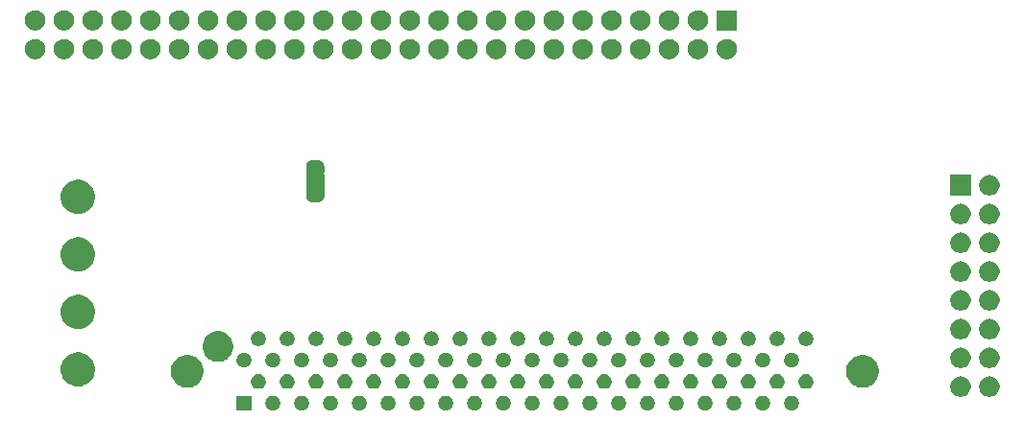
<source format=gbr>
G04 #@! TF.GenerationSoftware,KiCad,Pcbnew,(5.1.5)-3*
G04 #@! TF.CreationDate,2020-11-01T11:49:08+00:00*
G04 #@! TF.ProjectId,SCSIConnectorA,53435349-436f-46e6-9e65-63746f72412e,rev?*
G04 #@! TF.SameCoordinates,Original*
G04 #@! TF.FileFunction,Soldermask,Bot*
G04 #@! TF.FilePolarity,Negative*
%FSLAX46Y46*%
G04 Gerber Fmt 4.6, Leading zero omitted, Abs format (unit mm)*
G04 Created by KiCad (PCBNEW (5.1.5)-3) date 2020-11-01 11:49:08*
%MOMM*%
%LPD*%
G04 APERTURE LIST*
%ADD10C,0.100000*%
G04 APERTURE END LIST*
D10*
G36*
X117734890Y-92938017D02*
G01*
X117853364Y-92987091D01*
X117959988Y-93058335D01*
X118050665Y-93149012D01*
X118121909Y-93255636D01*
X118170983Y-93374110D01*
X118196000Y-93499882D01*
X118196000Y-93628118D01*
X118170983Y-93753890D01*
X118121909Y-93872364D01*
X118050665Y-93978988D01*
X117959988Y-94069665D01*
X117853364Y-94140909D01*
X117853363Y-94140910D01*
X117853362Y-94140910D01*
X117734890Y-94189983D01*
X117609119Y-94215000D01*
X117480881Y-94215000D01*
X117355110Y-94189983D01*
X117236638Y-94140910D01*
X117236637Y-94140910D01*
X117236636Y-94140909D01*
X117130012Y-94069665D01*
X117039335Y-93978988D01*
X116968091Y-93872364D01*
X116919017Y-93753890D01*
X116894000Y-93628118D01*
X116894000Y-93499882D01*
X116919017Y-93374110D01*
X116968091Y-93255636D01*
X117039335Y-93149012D01*
X117130012Y-93058335D01*
X117236636Y-92987091D01*
X117355110Y-92938017D01*
X117480881Y-92913000D01*
X117609119Y-92913000D01*
X117734890Y-92938017D01*
G37*
G36*
X143134890Y-92938017D02*
G01*
X143253364Y-92987091D01*
X143359988Y-93058335D01*
X143450665Y-93149012D01*
X143521909Y-93255636D01*
X143570983Y-93374110D01*
X143596000Y-93499882D01*
X143596000Y-93628118D01*
X143570983Y-93753890D01*
X143521909Y-93872364D01*
X143450665Y-93978988D01*
X143359988Y-94069665D01*
X143253364Y-94140909D01*
X143253363Y-94140910D01*
X143253362Y-94140910D01*
X143134890Y-94189983D01*
X143009119Y-94215000D01*
X142880881Y-94215000D01*
X142755110Y-94189983D01*
X142636638Y-94140910D01*
X142636637Y-94140910D01*
X142636636Y-94140909D01*
X142530012Y-94069665D01*
X142439335Y-93978988D01*
X142368091Y-93872364D01*
X142319017Y-93753890D01*
X142294000Y-93628118D01*
X142294000Y-93499882D01*
X142319017Y-93374110D01*
X142368091Y-93255636D01*
X142439335Y-93149012D01*
X142530012Y-93058335D01*
X142636636Y-92987091D01*
X142755110Y-92938017D01*
X142880881Y-92913000D01*
X143009119Y-92913000D01*
X143134890Y-92938017D01*
G37*
G36*
X115656000Y-94215000D02*
G01*
X114354000Y-94215000D01*
X114354000Y-92913000D01*
X115656000Y-92913000D01*
X115656000Y-94215000D01*
G37*
G36*
X163454890Y-92938017D02*
G01*
X163573364Y-92987091D01*
X163679988Y-93058335D01*
X163770665Y-93149012D01*
X163841909Y-93255636D01*
X163890983Y-93374110D01*
X163916000Y-93499882D01*
X163916000Y-93628118D01*
X163890983Y-93753890D01*
X163841909Y-93872364D01*
X163770665Y-93978988D01*
X163679988Y-94069665D01*
X163573364Y-94140909D01*
X163573363Y-94140910D01*
X163573362Y-94140910D01*
X163454890Y-94189983D01*
X163329119Y-94215000D01*
X163200881Y-94215000D01*
X163075110Y-94189983D01*
X162956638Y-94140910D01*
X162956637Y-94140910D01*
X162956636Y-94140909D01*
X162850012Y-94069665D01*
X162759335Y-93978988D01*
X162688091Y-93872364D01*
X162639017Y-93753890D01*
X162614000Y-93628118D01*
X162614000Y-93499882D01*
X162639017Y-93374110D01*
X162688091Y-93255636D01*
X162759335Y-93149012D01*
X162850012Y-93058335D01*
X162956636Y-92987091D01*
X163075110Y-92938017D01*
X163200881Y-92913000D01*
X163329119Y-92913000D01*
X163454890Y-92938017D01*
G37*
G36*
X158374890Y-92938017D02*
G01*
X158493364Y-92987091D01*
X158599988Y-93058335D01*
X158690665Y-93149012D01*
X158761909Y-93255636D01*
X158810983Y-93374110D01*
X158836000Y-93499882D01*
X158836000Y-93628118D01*
X158810983Y-93753890D01*
X158761909Y-93872364D01*
X158690665Y-93978988D01*
X158599988Y-94069665D01*
X158493364Y-94140909D01*
X158493363Y-94140910D01*
X158493362Y-94140910D01*
X158374890Y-94189983D01*
X158249119Y-94215000D01*
X158120881Y-94215000D01*
X157995110Y-94189983D01*
X157876638Y-94140910D01*
X157876637Y-94140910D01*
X157876636Y-94140909D01*
X157770012Y-94069665D01*
X157679335Y-93978988D01*
X157608091Y-93872364D01*
X157559017Y-93753890D01*
X157534000Y-93628118D01*
X157534000Y-93499882D01*
X157559017Y-93374110D01*
X157608091Y-93255636D01*
X157679335Y-93149012D01*
X157770012Y-93058335D01*
X157876636Y-92987091D01*
X157995110Y-92938017D01*
X158120881Y-92913000D01*
X158249119Y-92913000D01*
X158374890Y-92938017D01*
G37*
G36*
X155834890Y-92938017D02*
G01*
X155953364Y-92987091D01*
X156059988Y-93058335D01*
X156150665Y-93149012D01*
X156221909Y-93255636D01*
X156270983Y-93374110D01*
X156296000Y-93499882D01*
X156296000Y-93628118D01*
X156270983Y-93753890D01*
X156221909Y-93872364D01*
X156150665Y-93978988D01*
X156059988Y-94069665D01*
X155953364Y-94140909D01*
X155953363Y-94140910D01*
X155953362Y-94140910D01*
X155834890Y-94189983D01*
X155709119Y-94215000D01*
X155580881Y-94215000D01*
X155455110Y-94189983D01*
X155336638Y-94140910D01*
X155336637Y-94140910D01*
X155336636Y-94140909D01*
X155230012Y-94069665D01*
X155139335Y-93978988D01*
X155068091Y-93872364D01*
X155019017Y-93753890D01*
X154994000Y-93628118D01*
X154994000Y-93499882D01*
X155019017Y-93374110D01*
X155068091Y-93255636D01*
X155139335Y-93149012D01*
X155230012Y-93058335D01*
X155336636Y-92987091D01*
X155455110Y-92938017D01*
X155580881Y-92913000D01*
X155709119Y-92913000D01*
X155834890Y-92938017D01*
G37*
G36*
X153294890Y-92938017D02*
G01*
X153413364Y-92987091D01*
X153519988Y-93058335D01*
X153610665Y-93149012D01*
X153681909Y-93255636D01*
X153730983Y-93374110D01*
X153756000Y-93499882D01*
X153756000Y-93628118D01*
X153730983Y-93753890D01*
X153681909Y-93872364D01*
X153610665Y-93978988D01*
X153519988Y-94069665D01*
X153413364Y-94140909D01*
X153413363Y-94140910D01*
X153413362Y-94140910D01*
X153294890Y-94189983D01*
X153169119Y-94215000D01*
X153040881Y-94215000D01*
X152915110Y-94189983D01*
X152796638Y-94140910D01*
X152796637Y-94140910D01*
X152796636Y-94140909D01*
X152690012Y-94069665D01*
X152599335Y-93978988D01*
X152528091Y-93872364D01*
X152479017Y-93753890D01*
X152454000Y-93628118D01*
X152454000Y-93499882D01*
X152479017Y-93374110D01*
X152528091Y-93255636D01*
X152599335Y-93149012D01*
X152690012Y-93058335D01*
X152796636Y-92987091D01*
X152915110Y-92938017D01*
X153040881Y-92913000D01*
X153169119Y-92913000D01*
X153294890Y-92938017D01*
G37*
G36*
X150754890Y-92938017D02*
G01*
X150873364Y-92987091D01*
X150979988Y-93058335D01*
X151070665Y-93149012D01*
X151141909Y-93255636D01*
X151190983Y-93374110D01*
X151216000Y-93499882D01*
X151216000Y-93628118D01*
X151190983Y-93753890D01*
X151141909Y-93872364D01*
X151070665Y-93978988D01*
X150979988Y-94069665D01*
X150873364Y-94140909D01*
X150873363Y-94140910D01*
X150873362Y-94140910D01*
X150754890Y-94189983D01*
X150629119Y-94215000D01*
X150500881Y-94215000D01*
X150375110Y-94189983D01*
X150256638Y-94140910D01*
X150256637Y-94140910D01*
X150256636Y-94140909D01*
X150150012Y-94069665D01*
X150059335Y-93978988D01*
X149988091Y-93872364D01*
X149939017Y-93753890D01*
X149914000Y-93628118D01*
X149914000Y-93499882D01*
X149939017Y-93374110D01*
X149988091Y-93255636D01*
X150059335Y-93149012D01*
X150150012Y-93058335D01*
X150256636Y-92987091D01*
X150375110Y-92938017D01*
X150500881Y-92913000D01*
X150629119Y-92913000D01*
X150754890Y-92938017D01*
G37*
G36*
X148214890Y-92938017D02*
G01*
X148333364Y-92987091D01*
X148439988Y-93058335D01*
X148530665Y-93149012D01*
X148601909Y-93255636D01*
X148650983Y-93374110D01*
X148676000Y-93499882D01*
X148676000Y-93628118D01*
X148650983Y-93753890D01*
X148601909Y-93872364D01*
X148530665Y-93978988D01*
X148439988Y-94069665D01*
X148333364Y-94140909D01*
X148333363Y-94140910D01*
X148333362Y-94140910D01*
X148214890Y-94189983D01*
X148089119Y-94215000D01*
X147960881Y-94215000D01*
X147835110Y-94189983D01*
X147716638Y-94140910D01*
X147716637Y-94140910D01*
X147716636Y-94140909D01*
X147610012Y-94069665D01*
X147519335Y-93978988D01*
X147448091Y-93872364D01*
X147399017Y-93753890D01*
X147374000Y-93628118D01*
X147374000Y-93499882D01*
X147399017Y-93374110D01*
X147448091Y-93255636D01*
X147519335Y-93149012D01*
X147610012Y-93058335D01*
X147716636Y-92987091D01*
X147835110Y-92938017D01*
X147960881Y-92913000D01*
X148089119Y-92913000D01*
X148214890Y-92938017D01*
G37*
G36*
X145674890Y-92938017D02*
G01*
X145793364Y-92987091D01*
X145899988Y-93058335D01*
X145990665Y-93149012D01*
X146061909Y-93255636D01*
X146110983Y-93374110D01*
X146136000Y-93499882D01*
X146136000Y-93628118D01*
X146110983Y-93753890D01*
X146061909Y-93872364D01*
X145990665Y-93978988D01*
X145899988Y-94069665D01*
X145793364Y-94140909D01*
X145793363Y-94140910D01*
X145793362Y-94140910D01*
X145674890Y-94189983D01*
X145549119Y-94215000D01*
X145420881Y-94215000D01*
X145295110Y-94189983D01*
X145176638Y-94140910D01*
X145176637Y-94140910D01*
X145176636Y-94140909D01*
X145070012Y-94069665D01*
X144979335Y-93978988D01*
X144908091Y-93872364D01*
X144859017Y-93753890D01*
X144834000Y-93628118D01*
X144834000Y-93499882D01*
X144859017Y-93374110D01*
X144908091Y-93255636D01*
X144979335Y-93149012D01*
X145070012Y-93058335D01*
X145176636Y-92987091D01*
X145295110Y-92938017D01*
X145420881Y-92913000D01*
X145549119Y-92913000D01*
X145674890Y-92938017D01*
G37*
G36*
X160914890Y-92938017D02*
G01*
X161033364Y-92987091D01*
X161139988Y-93058335D01*
X161230665Y-93149012D01*
X161301909Y-93255636D01*
X161350983Y-93374110D01*
X161376000Y-93499882D01*
X161376000Y-93628118D01*
X161350983Y-93753890D01*
X161301909Y-93872364D01*
X161230665Y-93978988D01*
X161139988Y-94069665D01*
X161033364Y-94140909D01*
X161033363Y-94140910D01*
X161033362Y-94140910D01*
X160914890Y-94189983D01*
X160789119Y-94215000D01*
X160660881Y-94215000D01*
X160535110Y-94189983D01*
X160416638Y-94140910D01*
X160416637Y-94140910D01*
X160416636Y-94140909D01*
X160310012Y-94069665D01*
X160219335Y-93978988D01*
X160148091Y-93872364D01*
X160099017Y-93753890D01*
X160074000Y-93628118D01*
X160074000Y-93499882D01*
X160099017Y-93374110D01*
X160148091Y-93255636D01*
X160219335Y-93149012D01*
X160310012Y-93058335D01*
X160416636Y-92987091D01*
X160535110Y-92938017D01*
X160660881Y-92913000D01*
X160789119Y-92913000D01*
X160914890Y-92938017D01*
G37*
G36*
X138054890Y-92938017D02*
G01*
X138173364Y-92987091D01*
X138279988Y-93058335D01*
X138370665Y-93149012D01*
X138441909Y-93255636D01*
X138490983Y-93374110D01*
X138516000Y-93499882D01*
X138516000Y-93628118D01*
X138490983Y-93753890D01*
X138441909Y-93872364D01*
X138370665Y-93978988D01*
X138279988Y-94069665D01*
X138173364Y-94140909D01*
X138173363Y-94140910D01*
X138173362Y-94140910D01*
X138054890Y-94189983D01*
X137929119Y-94215000D01*
X137800881Y-94215000D01*
X137675110Y-94189983D01*
X137556638Y-94140910D01*
X137556637Y-94140910D01*
X137556636Y-94140909D01*
X137450012Y-94069665D01*
X137359335Y-93978988D01*
X137288091Y-93872364D01*
X137239017Y-93753890D01*
X137214000Y-93628118D01*
X137214000Y-93499882D01*
X137239017Y-93374110D01*
X137288091Y-93255636D01*
X137359335Y-93149012D01*
X137450012Y-93058335D01*
X137556636Y-92987091D01*
X137675110Y-92938017D01*
X137800881Y-92913000D01*
X137929119Y-92913000D01*
X138054890Y-92938017D01*
G37*
G36*
X140594890Y-92938017D02*
G01*
X140713364Y-92987091D01*
X140819988Y-93058335D01*
X140910665Y-93149012D01*
X140981909Y-93255636D01*
X141030983Y-93374110D01*
X141056000Y-93499882D01*
X141056000Y-93628118D01*
X141030983Y-93753890D01*
X140981909Y-93872364D01*
X140910665Y-93978988D01*
X140819988Y-94069665D01*
X140713364Y-94140909D01*
X140713363Y-94140910D01*
X140713362Y-94140910D01*
X140594890Y-94189983D01*
X140469119Y-94215000D01*
X140340881Y-94215000D01*
X140215110Y-94189983D01*
X140096638Y-94140910D01*
X140096637Y-94140910D01*
X140096636Y-94140909D01*
X139990012Y-94069665D01*
X139899335Y-93978988D01*
X139828091Y-93872364D01*
X139779017Y-93753890D01*
X139754000Y-93628118D01*
X139754000Y-93499882D01*
X139779017Y-93374110D01*
X139828091Y-93255636D01*
X139899335Y-93149012D01*
X139990012Y-93058335D01*
X140096636Y-92987091D01*
X140215110Y-92938017D01*
X140340881Y-92913000D01*
X140469119Y-92913000D01*
X140594890Y-92938017D01*
G37*
G36*
X120274890Y-92938017D02*
G01*
X120393364Y-92987091D01*
X120499988Y-93058335D01*
X120590665Y-93149012D01*
X120661909Y-93255636D01*
X120710983Y-93374110D01*
X120736000Y-93499882D01*
X120736000Y-93628118D01*
X120710983Y-93753890D01*
X120661909Y-93872364D01*
X120590665Y-93978988D01*
X120499988Y-94069665D01*
X120393364Y-94140909D01*
X120393363Y-94140910D01*
X120393362Y-94140910D01*
X120274890Y-94189983D01*
X120149119Y-94215000D01*
X120020881Y-94215000D01*
X119895110Y-94189983D01*
X119776638Y-94140910D01*
X119776637Y-94140910D01*
X119776636Y-94140909D01*
X119670012Y-94069665D01*
X119579335Y-93978988D01*
X119508091Y-93872364D01*
X119459017Y-93753890D01*
X119434000Y-93628118D01*
X119434000Y-93499882D01*
X119459017Y-93374110D01*
X119508091Y-93255636D01*
X119579335Y-93149012D01*
X119670012Y-93058335D01*
X119776636Y-92987091D01*
X119895110Y-92938017D01*
X120020881Y-92913000D01*
X120149119Y-92913000D01*
X120274890Y-92938017D01*
G37*
G36*
X122814890Y-92938017D02*
G01*
X122933364Y-92987091D01*
X123039988Y-93058335D01*
X123130665Y-93149012D01*
X123201909Y-93255636D01*
X123250983Y-93374110D01*
X123276000Y-93499882D01*
X123276000Y-93628118D01*
X123250983Y-93753890D01*
X123201909Y-93872364D01*
X123130665Y-93978988D01*
X123039988Y-94069665D01*
X122933364Y-94140909D01*
X122933363Y-94140910D01*
X122933362Y-94140910D01*
X122814890Y-94189983D01*
X122689119Y-94215000D01*
X122560881Y-94215000D01*
X122435110Y-94189983D01*
X122316638Y-94140910D01*
X122316637Y-94140910D01*
X122316636Y-94140909D01*
X122210012Y-94069665D01*
X122119335Y-93978988D01*
X122048091Y-93872364D01*
X121999017Y-93753890D01*
X121974000Y-93628118D01*
X121974000Y-93499882D01*
X121999017Y-93374110D01*
X122048091Y-93255636D01*
X122119335Y-93149012D01*
X122210012Y-93058335D01*
X122316636Y-92987091D01*
X122435110Y-92938017D01*
X122560881Y-92913000D01*
X122689119Y-92913000D01*
X122814890Y-92938017D01*
G37*
G36*
X125354890Y-92938017D02*
G01*
X125473364Y-92987091D01*
X125579988Y-93058335D01*
X125670665Y-93149012D01*
X125741909Y-93255636D01*
X125790983Y-93374110D01*
X125816000Y-93499882D01*
X125816000Y-93628118D01*
X125790983Y-93753890D01*
X125741909Y-93872364D01*
X125670665Y-93978988D01*
X125579988Y-94069665D01*
X125473364Y-94140909D01*
X125473363Y-94140910D01*
X125473362Y-94140910D01*
X125354890Y-94189983D01*
X125229119Y-94215000D01*
X125100881Y-94215000D01*
X124975110Y-94189983D01*
X124856638Y-94140910D01*
X124856637Y-94140910D01*
X124856636Y-94140909D01*
X124750012Y-94069665D01*
X124659335Y-93978988D01*
X124588091Y-93872364D01*
X124539017Y-93753890D01*
X124514000Y-93628118D01*
X124514000Y-93499882D01*
X124539017Y-93374110D01*
X124588091Y-93255636D01*
X124659335Y-93149012D01*
X124750012Y-93058335D01*
X124856636Y-92987091D01*
X124975110Y-92938017D01*
X125100881Y-92913000D01*
X125229119Y-92913000D01*
X125354890Y-92938017D01*
G37*
G36*
X130434890Y-92938017D02*
G01*
X130553364Y-92987091D01*
X130659988Y-93058335D01*
X130750665Y-93149012D01*
X130821909Y-93255636D01*
X130870983Y-93374110D01*
X130896000Y-93499882D01*
X130896000Y-93628118D01*
X130870983Y-93753890D01*
X130821909Y-93872364D01*
X130750665Y-93978988D01*
X130659988Y-94069665D01*
X130553364Y-94140909D01*
X130553363Y-94140910D01*
X130553362Y-94140910D01*
X130434890Y-94189983D01*
X130309119Y-94215000D01*
X130180881Y-94215000D01*
X130055110Y-94189983D01*
X129936638Y-94140910D01*
X129936637Y-94140910D01*
X129936636Y-94140909D01*
X129830012Y-94069665D01*
X129739335Y-93978988D01*
X129668091Y-93872364D01*
X129619017Y-93753890D01*
X129594000Y-93628118D01*
X129594000Y-93499882D01*
X129619017Y-93374110D01*
X129668091Y-93255636D01*
X129739335Y-93149012D01*
X129830012Y-93058335D01*
X129936636Y-92987091D01*
X130055110Y-92938017D01*
X130180881Y-92913000D01*
X130309119Y-92913000D01*
X130434890Y-92938017D01*
G37*
G36*
X132974890Y-92938017D02*
G01*
X133093364Y-92987091D01*
X133199988Y-93058335D01*
X133290665Y-93149012D01*
X133361909Y-93255636D01*
X133410983Y-93374110D01*
X133436000Y-93499882D01*
X133436000Y-93628118D01*
X133410983Y-93753890D01*
X133361909Y-93872364D01*
X133290665Y-93978988D01*
X133199988Y-94069665D01*
X133093364Y-94140909D01*
X133093363Y-94140910D01*
X133093362Y-94140910D01*
X132974890Y-94189983D01*
X132849119Y-94215000D01*
X132720881Y-94215000D01*
X132595110Y-94189983D01*
X132476638Y-94140910D01*
X132476637Y-94140910D01*
X132476636Y-94140909D01*
X132370012Y-94069665D01*
X132279335Y-93978988D01*
X132208091Y-93872364D01*
X132159017Y-93753890D01*
X132134000Y-93628118D01*
X132134000Y-93499882D01*
X132159017Y-93374110D01*
X132208091Y-93255636D01*
X132279335Y-93149012D01*
X132370012Y-93058335D01*
X132476636Y-92987091D01*
X132595110Y-92938017D01*
X132720881Y-92913000D01*
X132849119Y-92913000D01*
X132974890Y-92938017D01*
G37*
G36*
X135514890Y-92938017D02*
G01*
X135633364Y-92987091D01*
X135739988Y-93058335D01*
X135830665Y-93149012D01*
X135901909Y-93255636D01*
X135950983Y-93374110D01*
X135976000Y-93499882D01*
X135976000Y-93628118D01*
X135950983Y-93753890D01*
X135901909Y-93872364D01*
X135830665Y-93978988D01*
X135739988Y-94069665D01*
X135633364Y-94140909D01*
X135633363Y-94140910D01*
X135633362Y-94140910D01*
X135514890Y-94189983D01*
X135389119Y-94215000D01*
X135260881Y-94215000D01*
X135135110Y-94189983D01*
X135016638Y-94140910D01*
X135016637Y-94140910D01*
X135016636Y-94140909D01*
X134910012Y-94069665D01*
X134819335Y-93978988D01*
X134748091Y-93872364D01*
X134699017Y-93753890D01*
X134674000Y-93628118D01*
X134674000Y-93499882D01*
X134699017Y-93374110D01*
X134748091Y-93255636D01*
X134819335Y-93149012D01*
X134910012Y-93058335D01*
X135016636Y-92987091D01*
X135135110Y-92938017D01*
X135260881Y-92913000D01*
X135389119Y-92913000D01*
X135514890Y-92938017D01*
G37*
G36*
X127894890Y-92938017D02*
G01*
X128013364Y-92987091D01*
X128119988Y-93058335D01*
X128210665Y-93149012D01*
X128281909Y-93255636D01*
X128330983Y-93374110D01*
X128356000Y-93499882D01*
X128356000Y-93628118D01*
X128330983Y-93753890D01*
X128281909Y-93872364D01*
X128210665Y-93978988D01*
X128119988Y-94069665D01*
X128013364Y-94140909D01*
X128013363Y-94140910D01*
X128013362Y-94140910D01*
X127894890Y-94189983D01*
X127769119Y-94215000D01*
X127640881Y-94215000D01*
X127515110Y-94189983D01*
X127396638Y-94140910D01*
X127396637Y-94140910D01*
X127396636Y-94140909D01*
X127290012Y-94069665D01*
X127199335Y-93978988D01*
X127128091Y-93872364D01*
X127079017Y-93753890D01*
X127054000Y-93628118D01*
X127054000Y-93499882D01*
X127079017Y-93374110D01*
X127128091Y-93255636D01*
X127199335Y-93149012D01*
X127290012Y-93058335D01*
X127396636Y-92987091D01*
X127515110Y-92938017D01*
X127640881Y-92913000D01*
X127769119Y-92913000D01*
X127894890Y-92938017D01*
G37*
G36*
X178279512Y-91214927D02*
G01*
X178428812Y-91244624D01*
X178592784Y-91312544D01*
X178740354Y-91411147D01*
X178865853Y-91536646D01*
X178964456Y-91684216D01*
X179032376Y-91848188D01*
X179067000Y-92022259D01*
X179067000Y-92199741D01*
X179032376Y-92373812D01*
X178964456Y-92537784D01*
X178865853Y-92685354D01*
X178740354Y-92810853D01*
X178592784Y-92909456D01*
X178428812Y-92977376D01*
X178279512Y-93007073D01*
X178254742Y-93012000D01*
X178077258Y-93012000D01*
X178052488Y-93007073D01*
X177903188Y-92977376D01*
X177739216Y-92909456D01*
X177591646Y-92810853D01*
X177466147Y-92685354D01*
X177367544Y-92537784D01*
X177299624Y-92373812D01*
X177265000Y-92199741D01*
X177265000Y-92022259D01*
X177299624Y-91848188D01*
X177367544Y-91684216D01*
X177466147Y-91536646D01*
X177591646Y-91411147D01*
X177739216Y-91312544D01*
X177903188Y-91244624D01*
X178052488Y-91214927D01*
X178077258Y-91210000D01*
X178254742Y-91210000D01*
X178279512Y-91214927D01*
G37*
G36*
X180819512Y-91214927D02*
G01*
X180968812Y-91244624D01*
X181132784Y-91312544D01*
X181280354Y-91411147D01*
X181405853Y-91536646D01*
X181504456Y-91684216D01*
X181572376Y-91848188D01*
X181607000Y-92022259D01*
X181607000Y-92199741D01*
X181572376Y-92373812D01*
X181504456Y-92537784D01*
X181405853Y-92685354D01*
X181280354Y-92810853D01*
X181132784Y-92909456D01*
X180968812Y-92977376D01*
X180819512Y-93007073D01*
X180794742Y-93012000D01*
X180617258Y-93012000D01*
X180592488Y-93007073D01*
X180443188Y-92977376D01*
X180279216Y-92909456D01*
X180131646Y-92810853D01*
X180006147Y-92685354D01*
X179907544Y-92537784D01*
X179839624Y-92373812D01*
X179805000Y-92199741D01*
X179805000Y-92022259D01*
X179839624Y-91848188D01*
X179907544Y-91684216D01*
X180006147Y-91536646D01*
X180131646Y-91411147D01*
X180279216Y-91312544D01*
X180443188Y-91244624D01*
X180592488Y-91214927D01*
X180617258Y-91210000D01*
X180794742Y-91210000D01*
X180819512Y-91214927D01*
G37*
G36*
X134244890Y-91038017D02*
G01*
X134363364Y-91087091D01*
X134469988Y-91158335D01*
X134560665Y-91249012D01*
X134598737Y-91305990D01*
X134631910Y-91355638D01*
X134680983Y-91474110D01*
X134696443Y-91551832D01*
X134706000Y-91599882D01*
X134706000Y-91728118D01*
X134680983Y-91853890D01*
X134631909Y-91972364D01*
X134560665Y-92078988D01*
X134469988Y-92169665D01*
X134363364Y-92240909D01*
X134363363Y-92240910D01*
X134363362Y-92240910D01*
X134244890Y-92289983D01*
X134119119Y-92315000D01*
X133990881Y-92315000D01*
X133865110Y-92289983D01*
X133746638Y-92240910D01*
X133746637Y-92240910D01*
X133746636Y-92240909D01*
X133640012Y-92169665D01*
X133549335Y-92078988D01*
X133478091Y-91972364D01*
X133429017Y-91853890D01*
X133404000Y-91728118D01*
X133404000Y-91599882D01*
X133413558Y-91551832D01*
X133429017Y-91474110D01*
X133478090Y-91355638D01*
X133511264Y-91305990D01*
X133549335Y-91249012D01*
X133640012Y-91158335D01*
X133746636Y-91087091D01*
X133865110Y-91038017D01*
X133990881Y-91013000D01*
X134119119Y-91013000D01*
X134244890Y-91038017D01*
G37*
G36*
X116464890Y-91038017D02*
G01*
X116583364Y-91087091D01*
X116689988Y-91158335D01*
X116780665Y-91249012D01*
X116818737Y-91305990D01*
X116851910Y-91355638D01*
X116900983Y-91474110D01*
X116916443Y-91551832D01*
X116926000Y-91599882D01*
X116926000Y-91728118D01*
X116900983Y-91853890D01*
X116851909Y-91972364D01*
X116780665Y-92078988D01*
X116689988Y-92169665D01*
X116583364Y-92240909D01*
X116583363Y-92240910D01*
X116583362Y-92240910D01*
X116464890Y-92289983D01*
X116339119Y-92315000D01*
X116210881Y-92315000D01*
X116085110Y-92289983D01*
X115966638Y-92240910D01*
X115966637Y-92240910D01*
X115966636Y-92240909D01*
X115860012Y-92169665D01*
X115769335Y-92078988D01*
X115698091Y-91972364D01*
X115649017Y-91853890D01*
X115624000Y-91728118D01*
X115624000Y-91599882D01*
X115633558Y-91551832D01*
X115649017Y-91474110D01*
X115698090Y-91355638D01*
X115731264Y-91305990D01*
X115769335Y-91249012D01*
X115860012Y-91158335D01*
X115966636Y-91087091D01*
X116085110Y-91038017D01*
X116210881Y-91013000D01*
X116339119Y-91013000D01*
X116464890Y-91038017D01*
G37*
G36*
X119004890Y-91038017D02*
G01*
X119123364Y-91087091D01*
X119229988Y-91158335D01*
X119320665Y-91249012D01*
X119358737Y-91305990D01*
X119391910Y-91355638D01*
X119440983Y-91474110D01*
X119456443Y-91551832D01*
X119466000Y-91599882D01*
X119466000Y-91728118D01*
X119440983Y-91853890D01*
X119391909Y-91972364D01*
X119320665Y-92078988D01*
X119229988Y-92169665D01*
X119123364Y-92240909D01*
X119123363Y-92240910D01*
X119123362Y-92240910D01*
X119004890Y-92289983D01*
X118879119Y-92315000D01*
X118750881Y-92315000D01*
X118625110Y-92289983D01*
X118506638Y-92240910D01*
X118506637Y-92240910D01*
X118506636Y-92240909D01*
X118400012Y-92169665D01*
X118309335Y-92078988D01*
X118238091Y-91972364D01*
X118189017Y-91853890D01*
X118164000Y-91728118D01*
X118164000Y-91599882D01*
X118173558Y-91551832D01*
X118189017Y-91474110D01*
X118238090Y-91355638D01*
X118271264Y-91305990D01*
X118309335Y-91249012D01*
X118400012Y-91158335D01*
X118506636Y-91087091D01*
X118625110Y-91038017D01*
X118750881Y-91013000D01*
X118879119Y-91013000D01*
X119004890Y-91038017D01*
G37*
G36*
X121544890Y-91038017D02*
G01*
X121663364Y-91087091D01*
X121769988Y-91158335D01*
X121860665Y-91249012D01*
X121898737Y-91305990D01*
X121931910Y-91355638D01*
X121980983Y-91474110D01*
X121996443Y-91551832D01*
X122006000Y-91599882D01*
X122006000Y-91728118D01*
X121980983Y-91853890D01*
X121931909Y-91972364D01*
X121860665Y-92078988D01*
X121769988Y-92169665D01*
X121663364Y-92240909D01*
X121663363Y-92240910D01*
X121663362Y-92240910D01*
X121544890Y-92289983D01*
X121419119Y-92315000D01*
X121290881Y-92315000D01*
X121165110Y-92289983D01*
X121046638Y-92240910D01*
X121046637Y-92240910D01*
X121046636Y-92240909D01*
X120940012Y-92169665D01*
X120849335Y-92078988D01*
X120778091Y-91972364D01*
X120729017Y-91853890D01*
X120704000Y-91728118D01*
X120704000Y-91599882D01*
X120713558Y-91551832D01*
X120729017Y-91474110D01*
X120778090Y-91355638D01*
X120811264Y-91305990D01*
X120849335Y-91249012D01*
X120940012Y-91158335D01*
X121046636Y-91087091D01*
X121165110Y-91038017D01*
X121290881Y-91013000D01*
X121419119Y-91013000D01*
X121544890Y-91038017D01*
G37*
G36*
X164724890Y-91038017D02*
G01*
X164843364Y-91087091D01*
X164949988Y-91158335D01*
X165040665Y-91249012D01*
X165078737Y-91305990D01*
X165111910Y-91355638D01*
X165160983Y-91474110D01*
X165176443Y-91551832D01*
X165186000Y-91599882D01*
X165186000Y-91728118D01*
X165160983Y-91853890D01*
X165111909Y-91972364D01*
X165040665Y-92078988D01*
X164949988Y-92169665D01*
X164843364Y-92240909D01*
X164843363Y-92240910D01*
X164843362Y-92240910D01*
X164724890Y-92289983D01*
X164599119Y-92315000D01*
X164470881Y-92315000D01*
X164345110Y-92289983D01*
X164226638Y-92240910D01*
X164226637Y-92240910D01*
X164226636Y-92240909D01*
X164120012Y-92169665D01*
X164029335Y-92078988D01*
X163958091Y-91972364D01*
X163909017Y-91853890D01*
X163884000Y-91728118D01*
X163884000Y-91599882D01*
X163893558Y-91551832D01*
X163909017Y-91474110D01*
X163958090Y-91355638D01*
X163991264Y-91305990D01*
X164029335Y-91249012D01*
X164120012Y-91158335D01*
X164226636Y-91087091D01*
X164345110Y-91038017D01*
X164470881Y-91013000D01*
X164599119Y-91013000D01*
X164724890Y-91038017D01*
G37*
G36*
X124084890Y-91038017D02*
G01*
X124203364Y-91087091D01*
X124309988Y-91158335D01*
X124400665Y-91249012D01*
X124438737Y-91305990D01*
X124471910Y-91355638D01*
X124520983Y-91474110D01*
X124536443Y-91551832D01*
X124546000Y-91599882D01*
X124546000Y-91728118D01*
X124520983Y-91853890D01*
X124471909Y-91972364D01*
X124400665Y-92078988D01*
X124309988Y-92169665D01*
X124203364Y-92240909D01*
X124203363Y-92240910D01*
X124203362Y-92240910D01*
X124084890Y-92289983D01*
X123959119Y-92315000D01*
X123830881Y-92315000D01*
X123705110Y-92289983D01*
X123586638Y-92240910D01*
X123586637Y-92240910D01*
X123586636Y-92240909D01*
X123480012Y-92169665D01*
X123389335Y-92078988D01*
X123318091Y-91972364D01*
X123269017Y-91853890D01*
X123244000Y-91728118D01*
X123244000Y-91599882D01*
X123253558Y-91551832D01*
X123269017Y-91474110D01*
X123318090Y-91355638D01*
X123351264Y-91305990D01*
X123389335Y-91249012D01*
X123480012Y-91158335D01*
X123586636Y-91087091D01*
X123705110Y-91038017D01*
X123830881Y-91013000D01*
X123959119Y-91013000D01*
X124084890Y-91038017D01*
G37*
G36*
X162184890Y-91038017D02*
G01*
X162303364Y-91087091D01*
X162409988Y-91158335D01*
X162500665Y-91249012D01*
X162538737Y-91305990D01*
X162571910Y-91355638D01*
X162620983Y-91474110D01*
X162636443Y-91551832D01*
X162646000Y-91599882D01*
X162646000Y-91728118D01*
X162620983Y-91853890D01*
X162571909Y-91972364D01*
X162500665Y-92078988D01*
X162409988Y-92169665D01*
X162303364Y-92240909D01*
X162303363Y-92240910D01*
X162303362Y-92240910D01*
X162184890Y-92289983D01*
X162059119Y-92315000D01*
X161930881Y-92315000D01*
X161805110Y-92289983D01*
X161686638Y-92240910D01*
X161686637Y-92240910D01*
X161686636Y-92240909D01*
X161580012Y-92169665D01*
X161489335Y-92078988D01*
X161418091Y-91972364D01*
X161369017Y-91853890D01*
X161344000Y-91728118D01*
X161344000Y-91599882D01*
X161353558Y-91551832D01*
X161369017Y-91474110D01*
X161418090Y-91355638D01*
X161451264Y-91305990D01*
X161489335Y-91249012D01*
X161580012Y-91158335D01*
X161686636Y-91087091D01*
X161805110Y-91038017D01*
X161930881Y-91013000D01*
X162059119Y-91013000D01*
X162184890Y-91038017D01*
G37*
G36*
X126624890Y-91038017D02*
G01*
X126743364Y-91087091D01*
X126849988Y-91158335D01*
X126940665Y-91249012D01*
X126978737Y-91305990D01*
X127011910Y-91355638D01*
X127060983Y-91474110D01*
X127076443Y-91551832D01*
X127086000Y-91599882D01*
X127086000Y-91728118D01*
X127060983Y-91853890D01*
X127011909Y-91972364D01*
X126940665Y-92078988D01*
X126849988Y-92169665D01*
X126743364Y-92240909D01*
X126743363Y-92240910D01*
X126743362Y-92240910D01*
X126624890Y-92289983D01*
X126499119Y-92315000D01*
X126370881Y-92315000D01*
X126245110Y-92289983D01*
X126126638Y-92240910D01*
X126126637Y-92240910D01*
X126126636Y-92240909D01*
X126020012Y-92169665D01*
X125929335Y-92078988D01*
X125858091Y-91972364D01*
X125809017Y-91853890D01*
X125784000Y-91728118D01*
X125784000Y-91599882D01*
X125793558Y-91551832D01*
X125809017Y-91474110D01*
X125858090Y-91355638D01*
X125891264Y-91305990D01*
X125929335Y-91249012D01*
X126020012Y-91158335D01*
X126126636Y-91087091D01*
X126245110Y-91038017D01*
X126370881Y-91013000D01*
X126499119Y-91013000D01*
X126624890Y-91038017D01*
G37*
G36*
X159644890Y-91038017D02*
G01*
X159763364Y-91087091D01*
X159869988Y-91158335D01*
X159960665Y-91249012D01*
X159998737Y-91305990D01*
X160031910Y-91355638D01*
X160080983Y-91474110D01*
X160096443Y-91551832D01*
X160106000Y-91599882D01*
X160106000Y-91728118D01*
X160080983Y-91853890D01*
X160031909Y-91972364D01*
X159960665Y-92078988D01*
X159869988Y-92169665D01*
X159763364Y-92240909D01*
X159763363Y-92240910D01*
X159763362Y-92240910D01*
X159644890Y-92289983D01*
X159519119Y-92315000D01*
X159390881Y-92315000D01*
X159265110Y-92289983D01*
X159146638Y-92240910D01*
X159146637Y-92240910D01*
X159146636Y-92240909D01*
X159040012Y-92169665D01*
X158949335Y-92078988D01*
X158878091Y-91972364D01*
X158829017Y-91853890D01*
X158804000Y-91728118D01*
X158804000Y-91599882D01*
X158813558Y-91551832D01*
X158829017Y-91474110D01*
X158878090Y-91355638D01*
X158911264Y-91305990D01*
X158949335Y-91249012D01*
X159040012Y-91158335D01*
X159146636Y-91087091D01*
X159265110Y-91038017D01*
X159390881Y-91013000D01*
X159519119Y-91013000D01*
X159644890Y-91038017D01*
G37*
G36*
X129164890Y-91038017D02*
G01*
X129283364Y-91087091D01*
X129389988Y-91158335D01*
X129480665Y-91249012D01*
X129518737Y-91305990D01*
X129551910Y-91355638D01*
X129600983Y-91474110D01*
X129616443Y-91551832D01*
X129626000Y-91599882D01*
X129626000Y-91728118D01*
X129600983Y-91853890D01*
X129551909Y-91972364D01*
X129480665Y-92078988D01*
X129389988Y-92169665D01*
X129283364Y-92240909D01*
X129283363Y-92240910D01*
X129283362Y-92240910D01*
X129164890Y-92289983D01*
X129039119Y-92315000D01*
X128910881Y-92315000D01*
X128785110Y-92289983D01*
X128666638Y-92240910D01*
X128666637Y-92240910D01*
X128666636Y-92240909D01*
X128560012Y-92169665D01*
X128469335Y-92078988D01*
X128398091Y-91972364D01*
X128349017Y-91853890D01*
X128324000Y-91728118D01*
X128324000Y-91599882D01*
X128333558Y-91551832D01*
X128349017Y-91474110D01*
X128398090Y-91355638D01*
X128431264Y-91305990D01*
X128469335Y-91249012D01*
X128560012Y-91158335D01*
X128666636Y-91087091D01*
X128785110Y-91038017D01*
X128910881Y-91013000D01*
X129039119Y-91013000D01*
X129164890Y-91038017D01*
G37*
G36*
X131704890Y-91038017D02*
G01*
X131823364Y-91087091D01*
X131929988Y-91158335D01*
X132020665Y-91249012D01*
X132058737Y-91305990D01*
X132091910Y-91355638D01*
X132140983Y-91474110D01*
X132156443Y-91551832D01*
X132166000Y-91599882D01*
X132166000Y-91728118D01*
X132140983Y-91853890D01*
X132091909Y-91972364D01*
X132020665Y-92078988D01*
X131929988Y-92169665D01*
X131823364Y-92240909D01*
X131823363Y-92240910D01*
X131823362Y-92240910D01*
X131704890Y-92289983D01*
X131579119Y-92315000D01*
X131450881Y-92315000D01*
X131325110Y-92289983D01*
X131206638Y-92240910D01*
X131206637Y-92240910D01*
X131206636Y-92240909D01*
X131100012Y-92169665D01*
X131009335Y-92078988D01*
X130938091Y-91972364D01*
X130889017Y-91853890D01*
X130864000Y-91728118D01*
X130864000Y-91599882D01*
X130873558Y-91551832D01*
X130889017Y-91474110D01*
X130938090Y-91355638D01*
X130971264Y-91305990D01*
X131009335Y-91249012D01*
X131100012Y-91158335D01*
X131206636Y-91087091D01*
X131325110Y-91038017D01*
X131450881Y-91013000D01*
X131579119Y-91013000D01*
X131704890Y-91038017D01*
G37*
G36*
X154564890Y-91038017D02*
G01*
X154683364Y-91087091D01*
X154789988Y-91158335D01*
X154880665Y-91249012D01*
X154918737Y-91305990D01*
X154951910Y-91355638D01*
X155000983Y-91474110D01*
X155016443Y-91551832D01*
X155026000Y-91599882D01*
X155026000Y-91728118D01*
X155000983Y-91853890D01*
X154951909Y-91972364D01*
X154880665Y-92078988D01*
X154789988Y-92169665D01*
X154683364Y-92240909D01*
X154683363Y-92240910D01*
X154683362Y-92240910D01*
X154564890Y-92289983D01*
X154439119Y-92315000D01*
X154310881Y-92315000D01*
X154185110Y-92289983D01*
X154066638Y-92240910D01*
X154066637Y-92240910D01*
X154066636Y-92240909D01*
X153960012Y-92169665D01*
X153869335Y-92078988D01*
X153798091Y-91972364D01*
X153749017Y-91853890D01*
X153724000Y-91728118D01*
X153724000Y-91599882D01*
X153733558Y-91551832D01*
X153749017Y-91474110D01*
X153798090Y-91355638D01*
X153831264Y-91305990D01*
X153869335Y-91249012D01*
X153960012Y-91158335D01*
X154066636Y-91087091D01*
X154185110Y-91038017D01*
X154310881Y-91013000D01*
X154439119Y-91013000D01*
X154564890Y-91038017D01*
G37*
G36*
X152024890Y-91038017D02*
G01*
X152143364Y-91087091D01*
X152249988Y-91158335D01*
X152340665Y-91249012D01*
X152378737Y-91305990D01*
X152411910Y-91355638D01*
X152460983Y-91474110D01*
X152476443Y-91551832D01*
X152486000Y-91599882D01*
X152486000Y-91728118D01*
X152460983Y-91853890D01*
X152411909Y-91972364D01*
X152340665Y-92078988D01*
X152249988Y-92169665D01*
X152143364Y-92240909D01*
X152143363Y-92240910D01*
X152143362Y-92240910D01*
X152024890Y-92289983D01*
X151899119Y-92315000D01*
X151770881Y-92315000D01*
X151645110Y-92289983D01*
X151526638Y-92240910D01*
X151526637Y-92240910D01*
X151526636Y-92240909D01*
X151420012Y-92169665D01*
X151329335Y-92078988D01*
X151258091Y-91972364D01*
X151209017Y-91853890D01*
X151184000Y-91728118D01*
X151184000Y-91599882D01*
X151193558Y-91551832D01*
X151209017Y-91474110D01*
X151258090Y-91355638D01*
X151291264Y-91305990D01*
X151329335Y-91249012D01*
X151420012Y-91158335D01*
X151526636Y-91087091D01*
X151645110Y-91038017D01*
X151770881Y-91013000D01*
X151899119Y-91013000D01*
X152024890Y-91038017D01*
G37*
G36*
X136784890Y-91038017D02*
G01*
X136903364Y-91087091D01*
X137009988Y-91158335D01*
X137100665Y-91249012D01*
X137138737Y-91305990D01*
X137171910Y-91355638D01*
X137220983Y-91474110D01*
X137236443Y-91551832D01*
X137246000Y-91599882D01*
X137246000Y-91728118D01*
X137220983Y-91853890D01*
X137171909Y-91972364D01*
X137100665Y-92078988D01*
X137009988Y-92169665D01*
X136903364Y-92240909D01*
X136903363Y-92240910D01*
X136903362Y-92240910D01*
X136784890Y-92289983D01*
X136659119Y-92315000D01*
X136530881Y-92315000D01*
X136405110Y-92289983D01*
X136286638Y-92240910D01*
X136286637Y-92240910D01*
X136286636Y-92240909D01*
X136180012Y-92169665D01*
X136089335Y-92078988D01*
X136018091Y-91972364D01*
X135969017Y-91853890D01*
X135944000Y-91728118D01*
X135944000Y-91599882D01*
X135953558Y-91551832D01*
X135969017Y-91474110D01*
X136018090Y-91355638D01*
X136051264Y-91305990D01*
X136089335Y-91249012D01*
X136180012Y-91158335D01*
X136286636Y-91087091D01*
X136405110Y-91038017D01*
X136530881Y-91013000D01*
X136659119Y-91013000D01*
X136784890Y-91038017D01*
G37*
G36*
X149484890Y-91038017D02*
G01*
X149603364Y-91087091D01*
X149709988Y-91158335D01*
X149800665Y-91249012D01*
X149838737Y-91305990D01*
X149871910Y-91355638D01*
X149920983Y-91474110D01*
X149936443Y-91551832D01*
X149946000Y-91599882D01*
X149946000Y-91728118D01*
X149920983Y-91853890D01*
X149871909Y-91972364D01*
X149800665Y-92078988D01*
X149709988Y-92169665D01*
X149603364Y-92240909D01*
X149603363Y-92240910D01*
X149603362Y-92240910D01*
X149484890Y-92289983D01*
X149359119Y-92315000D01*
X149230881Y-92315000D01*
X149105110Y-92289983D01*
X148986638Y-92240910D01*
X148986637Y-92240910D01*
X148986636Y-92240909D01*
X148880012Y-92169665D01*
X148789335Y-92078988D01*
X148718091Y-91972364D01*
X148669017Y-91853890D01*
X148644000Y-91728118D01*
X148644000Y-91599882D01*
X148653558Y-91551832D01*
X148669017Y-91474110D01*
X148718090Y-91355638D01*
X148751264Y-91305990D01*
X148789335Y-91249012D01*
X148880012Y-91158335D01*
X148986636Y-91087091D01*
X149105110Y-91038017D01*
X149230881Y-91013000D01*
X149359119Y-91013000D01*
X149484890Y-91038017D01*
G37*
G36*
X139324890Y-91038017D02*
G01*
X139443364Y-91087091D01*
X139549988Y-91158335D01*
X139640665Y-91249012D01*
X139678737Y-91305990D01*
X139711910Y-91355638D01*
X139760983Y-91474110D01*
X139776443Y-91551832D01*
X139786000Y-91599882D01*
X139786000Y-91728118D01*
X139760983Y-91853890D01*
X139711909Y-91972364D01*
X139640665Y-92078988D01*
X139549988Y-92169665D01*
X139443364Y-92240909D01*
X139443363Y-92240910D01*
X139443362Y-92240910D01*
X139324890Y-92289983D01*
X139199119Y-92315000D01*
X139070881Y-92315000D01*
X138945110Y-92289983D01*
X138826638Y-92240910D01*
X138826637Y-92240910D01*
X138826636Y-92240909D01*
X138720012Y-92169665D01*
X138629335Y-92078988D01*
X138558091Y-91972364D01*
X138509017Y-91853890D01*
X138484000Y-91728118D01*
X138484000Y-91599882D01*
X138493558Y-91551832D01*
X138509017Y-91474110D01*
X138558090Y-91355638D01*
X138591264Y-91305990D01*
X138629335Y-91249012D01*
X138720012Y-91158335D01*
X138826636Y-91087091D01*
X138945110Y-91038017D01*
X139070881Y-91013000D01*
X139199119Y-91013000D01*
X139324890Y-91038017D01*
G37*
G36*
X146944890Y-91038017D02*
G01*
X147063364Y-91087091D01*
X147169988Y-91158335D01*
X147260665Y-91249012D01*
X147298737Y-91305990D01*
X147331910Y-91355638D01*
X147380983Y-91474110D01*
X147396443Y-91551832D01*
X147406000Y-91599882D01*
X147406000Y-91728118D01*
X147380983Y-91853890D01*
X147331909Y-91972364D01*
X147260665Y-92078988D01*
X147169988Y-92169665D01*
X147063364Y-92240909D01*
X147063363Y-92240910D01*
X147063362Y-92240910D01*
X146944890Y-92289983D01*
X146819119Y-92315000D01*
X146690881Y-92315000D01*
X146565110Y-92289983D01*
X146446638Y-92240910D01*
X146446637Y-92240910D01*
X146446636Y-92240909D01*
X146340012Y-92169665D01*
X146249335Y-92078988D01*
X146178091Y-91972364D01*
X146129017Y-91853890D01*
X146104000Y-91728118D01*
X146104000Y-91599882D01*
X146113558Y-91551832D01*
X146129017Y-91474110D01*
X146178090Y-91355638D01*
X146211264Y-91305990D01*
X146249335Y-91249012D01*
X146340012Y-91158335D01*
X146446636Y-91087091D01*
X146565110Y-91038017D01*
X146690881Y-91013000D01*
X146819119Y-91013000D01*
X146944890Y-91038017D01*
G37*
G36*
X144404890Y-91038017D02*
G01*
X144523364Y-91087091D01*
X144629988Y-91158335D01*
X144720665Y-91249012D01*
X144758737Y-91305990D01*
X144791910Y-91355638D01*
X144840983Y-91474110D01*
X144856443Y-91551832D01*
X144866000Y-91599882D01*
X144866000Y-91728118D01*
X144840983Y-91853890D01*
X144791909Y-91972364D01*
X144720665Y-92078988D01*
X144629988Y-92169665D01*
X144523364Y-92240909D01*
X144523363Y-92240910D01*
X144523362Y-92240910D01*
X144404890Y-92289983D01*
X144279119Y-92315000D01*
X144150881Y-92315000D01*
X144025110Y-92289983D01*
X143906638Y-92240910D01*
X143906637Y-92240910D01*
X143906636Y-92240909D01*
X143800012Y-92169665D01*
X143709335Y-92078988D01*
X143638091Y-91972364D01*
X143589017Y-91853890D01*
X143564000Y-91728118D01*
X143564000Y-91599882D01*
X143573558Y-91551832D01*
X143589017Y-91474110D01*
X143638090Y-91355638D01*
X143671264Y-91305990D01*
X143709335Y-91249012D01*
X143800012Y-91158335D01*
X143906636Y-91087091D01*
X144025110Y-91038017D01*
X144150881Y-91013000D01*
X144279119Y-91013000D01*
X144404890Y-91038017D01*
G37*
G36*
X141864890Y-91038017D02*
G01*
X141983364Y-91087091D01*
X142089988Y-91158335D01*
X142180665Y-91249012D01*
X142218737Y-91305990D01*
X142251910Y-91355638D01*
X142300983Y-91474110D01*
X142316443Y-91551832D01*
X142326000Y-91599882D01*
X142326000Y-91728118D01*
X142300983Y-91853890D01*
X142251909Y-91972364D01*
X142180665Y-92078988D01*
X142089988Y-92169665D01*
X141983364Y-92240909D01*
X141983363Y-92240910D01*
X141983362Y-92240910D01*
X141864890Y-92289983D01*
X141739119Y-92315000D01*
X141610881Y-92315000D01*
X141485110Y-92289983D01*
X141366638Y-92240910D01*
X141366637Y-92240910D01*
X141366636Y-92240909D01*
X141260012Y-92169665D01*
X141169335Y-92078988D01*
X141098091Y-91972364D01*
X141049017Y-91853890D01*
X141024000Y-91728118D01*
X141024000Y-91599882D01*
X141033558Y-91551832D01*
X141049017Y-91474110D01*
X141098090Y-91355638D01*
X141131264Y-91305990D01*
X141169335Y-91249012D01*
X141260012Y-91158335D01*
X141366636Y-91087091D01*
X141485110Y-91038017D01*
X141610881Y-91013000D01*
X141739119Y-91013000D01*
X141864890Y-91038017D01*
G37*
G36*
X157104890Y-91038017D02*
G01*
X157223364Y-91087091D01*
X157329988Y-91158335D01*
X157420665Y-91249012D01*
X157458737Y-91305990D01*
X157491910Y-91355638D01*
X157540983Y-91474110D01*
X157556443Y-91551832D01*
X157566000Y-91599882D01*
X157566000Y-91728118D01*
X157540983Y-91853890D01*
X157491909Y-91972364D01*
X157420665Y-92078988D01*
X157329988Y-92169665D01*
X157223364Y-92240909D01*
X157223363Y-92240910D01*
X157223362Y-92240910D01*
X157104890Y-92289983D01*
X156979119Y-92315000D01*
X156850881Y-92315000D01*
X156725110Y-92289983D01*
X156606638Y-92240910D01*
X156606637Y-92240910D01*
X156606636Y-92240909D01*
X156500012Y-92169665D01*
X156409335Y-92078988D01*
X156338091Y-91972364D01*
X156289017Y-91853890D01*
X156264000Y-91728118D01*
X156264000Y-91599882D01*
X156273558Y-91551832D01*
X156289017Y-91474110D01*
X156338090Y-91355638D01*
X156371264Y-91305990D01*
X156409335Y-91249012D01*
X156500012Y-91158335D01*
X156606636Y-91087091D01*
X156725110Y-91038017D01*
X156850881Y-91013000D01*
X156979119Y-91013000D01*
X157104890Y-91038017D01*
G37*
G36*
X110438241Y-89379760D02*
G01*
X110702305Y-89489139D01*
X110939958Y-89647934D01*
X111142066Y-89850042D01*
X111300861Y-90087695D01*
X111410240Y-90351759D01*
X111466000Y-90632088D01*
X111466000Y-90917912D01*
X111410240Y-91198241D01*
X111300861Y-91462305D01*
X111142066Y-91699958D01*
X110939958Y-91902066D01*
X110702305Y-92060861D01*
X110438241Y-92170240D01*
X110157912Y-92226000D01*
X109872088Y-92226000D01*
X109591759Y-92170240D01*
X109327695Y-92060861D01*
X109090042Y-91902066D01*
X108887934Y-91699958D01*
X108729139Y-91462305D01*
X108619760Y-91198241D01*
X108564000Y-90917912D01*
X108564000Y-90632088D01*
X108619760Y-90351759D01*
X108729139Y-90087695D01*
X108887934Y-89850042D01*
X109090042Y-89647934D01*
X109327695Y-89489139D01*
X109591759Y-89379760D01*
X109872088Y-89324000D01*
X110157912Y-89324000D01*
X110438241Y-89379760D01*
G37*
G36*
X169948241Y-89379760D02*
G01*
X170212305Y-89489139D01*
X170449958Y-89647934D01*
X170652066Y-89850042D01*
X170810861Y-90087695D01*
X170920240Y-90351759D01*
X170976000Y-90632088D01*
X170976000Y-90917912D01*
X170920240Y-91198241D01*
X170810861Y-91462305D01*
X170652066Y-91699958D01*
X170449958Y-91902066D01*
X170212305Y-92060861D01*
X169948241Y-92170240D01*
X169667912Y-92226000D01*
X169382088Y-92226000D01*
X169101759Y-92170240D01*
X168837695Y-92060861D01*
X168600042Y-91902066D01*
X168397934Y-91699958D01*
X168239139Y-91462305D01*
X168129760Y-91198241D01*
X168074000Y-90917912D01*
X168074000Y-90632088D01*
X168129760Y-90351759D01*
X168239139Y-90087695D01*
X168397934Y-89850042D01*
X168600042Y-89647934D01*
X168837695Y-89489139D01*
X169101759Y-89379760D01*
X169382088Y-89324000D01*
X169667912Y-89324000D01*
X169948241Y-89379760D01*
G37*
G36*
X100662831Y-89122841D02*
G01*
X100807826Y-89151682D01*
X100893308Y-89187090D01*
X101080989Y-89264830D01*
X101145880Y-89308189D01*
X101326832Y-89429097D01*
X101535903Y-89638168D01*
X101550318Y-89659742D01*
X101700170Y-89884011D01*
X101747295Y-89997782D01*
X101813318Y-90157174D01*
X101871000Y-90447164D01*
X101871000Y-90742836D01*
X101813318Y-91032826D01*
X101766450Y-91145974D01*
X101700170Y-91305989D01*
X101629905Y-91411148D01*
X101535903Y-91551832D01*
X101326832Y-91760903D01*
X101203076Y-91843594D01*
X101080989Y-91925170D01*
X100967057Y-91972362D01*
X100807826Y-92038318D01*
X100662831Y-92067159D01*
X100517837Y-92096000D01*
X100222163Y-92096000D01*
X100077169Y-92067159D01*
X99932174Y-92038318D01*
X99772943Y-91972362D01*
X99659011Y-91925170D01*
X99536924Y-91843594D01*
X99413168Y-91760903D01*
X99204097Y-91551832D01*
X99110095Y-91411148D01*
X99039830Y-91305989D01*
X98973550Y-91145974D01*
X98926682Y-91032826D01*
X98869000Y-90742836D01*
X98869000Y-90447164D01*
X98926682Y-90157174D01*
X98992705Y-89997782D01*
X99039830Y-89884011D01*
X99189682Y-89659742D01*
X99204097Y-89638168D01*
X99413168Y-89429097D01*
X99594120Y-89308189D01*
X99659011Y-89264830D01*
X99846692Y-89187090D01*
X99932174Y-89151682D01*
X100077169Y-89122841D01*
X100222163Y-89094000D01*
X100517837Y-89094000D01*
X100662831Y-89122841D01*
G37*
G36*
X178279512Y-88674927D02*
G01*
X178428812Y-88704624D01*
X178592784Y-88772544D01*
X178740354Y-88871147D01*
X178865853Y-88996646D01*
X178964456Y-89144216D01*
X179032376Y-89308188D01*
X179067000Y-89482259D01*
X179067000Y-89659741D01*
X179032376Y-89833812D01*
X178964456Y-89997784D01*
X178865853Y-90145354D01*
X178740354Y-90270853D01*
X178592784Y-90369456D01*
X178428812Y-90437376D01*
X178279512Y-90467073D01*
X178254742Y-90472000D01*
X178077258Y-90472000D01*
X178052488Y-90467073D01*
X177903188Y-90437376D01*
X177739216Y-90369456D01*
X177591646Y-90270853D01*
X177466147Y-90145354D01*
X177367544Y-89997784D01*
X177299624Y-89833812D01*
X177265000Y-89659741D01*
X177265000Y-89482259D01*
X177299624Y-89308188D01*
X177367544Y-89144216D01*
X177466147Y-88996646D01*
X177591646Y-88871147D01*
X177739216Y-88772544D01*
X177903188Y-88704624D01*
X178052488Y-88674927D01*
X178077258Y-88670000D01*
X178254742Y-88670000D01*
X178279512Y-88674927D01*
G37*
G36*
X180819512Y-88674927D02*
G01*
X180968812Y-88704624D01*
X181132784Y-88772544D01*
X181280354Y-88871147D01*
X181405853Y-88996646D01*
X181504456Y-89144216D01*
X181572376Y-89308188D01*
X181607000Y-89482259D01*
X181607000Y-89659741D01*
X181572376Y-89833812D01*
X181504456Y-89997784D01*
X181405853Y-90145354D01*
X181280354Y-90270853D01*
X181132784Y-90369456D01*
X180968812Y-90437376D01*
X180819512Y-90467073D01*
X180794742Y-90472000D01*
X180617258Y-90472000D01*
X180592488Y-90467073D01*
X180443188Y-90437376D01*
X180279216Y-90369456D01*
X180131646Y-90270853D01*
X180006147Y-90145354D01*
X179907544Y-89997784D01*
X179839624Y-89833812D01*
X179805000Y-89659741D01*
X179805000Y-89482259D01*
X179839624Y-89308188D01*
X179907544Y-89144216D01*
X180006147Y-88996646D01*
X180131646Y-88871147D01*
X180279216Y-88772544D01*
X180443188Y-88704624D01*
X180592488Y-88674927D01*
X180617258Y-88670000D01*
X180794742Y-88670000D01*
X180819512Y-88674927D01*
G37*
G36*
X148214890Y-89138017D02*
G01*
X148333364Y-89187091D01*
X148439988Y-89258335D01*
X148530665Y-89349012D01*
X148588930Y-89436211D01*
X148601910Y-89455638D01*
X148650983Y-89574110D01*
X148676000Y-89699881D01*
X148676000Y-89828119D01*
X148656531Y-89926000D01*
X148650983Y-89953890D01*
X148601909Y-90072364D01*
X148530665Y-90178988D01*
X148439988Y-90269665D01*
X148333364Y-90340909D01*
X148333363Y-90340910D01*
X148333362Y-90340910D01*
X148214890Y-90389983D01*
X148089119Y-90415000D01*
X147960881Y-90415000D01*
X147835110Y-90389983D01*
X147716638Y-90340910D01*
X147716637Y-90340910D01*
X147716636Y-90340909D01*
X147610012Y-90269665D01*
X147519335Y-90178988D01*
X147448091Y-90072364D01*
X147399017Y-89953890D01*
X147393469Y-89926000D01*
X147374000Y-89828119D01*
X147374000Y-89699881D01*
X147399017Y-89574110D01*
X147448090Y-89455638D01*
X147461071Y-89436211D01*
X147519335Y-89349012D01*
X147610012Y-89258335D01*
X147716636Y-89187091D01*
X147835110Y-89138017D01*
X147960881Y-89113000D01*
X148089119Y-89113000D01*
X148214890Y-89138017D01*
G37*
G36*
X160914890Y-89138017D02*
G01*
X161033364Y-89187091D01*
X161139988Y-89258335D01*
X161230665Y-89349012D01*
X161288930Y-89436211D01*
X161301910Y-89455638D01*
X161350983Y-89574110D01*
X161376000Y-89699881D01*
X161376000Y-89828119D01*
X161356531Y-89926000D01*
X161350983Y-89953890D01*
X161301909Y-90072364D01*
X161230665Y-90178988D01*
X161139988Y-90269665D01*
X161033364Y-90340909D01*
X161033363Y-90340910D01*
X161033362Y-90340910D01*
X160914890Y-90389983D01*
X160789119Y-90415000D01*
X160660881Y-90415000D01*
X160535110Y-90389983D01*
X160416638Y-90340910D01*
X160416637Y-90340910D01*
X160416636Y-90340909D01*
X160310012Y-90269665D01*
X160219335Y-90178988D01*
X160148091Y-90072364D01*
X160099017Y-89953890D01*
X160093469Y-89926000D01*
X160074000Y-89828119D01*
X160074000Y-89699881D01*
X160099017Y-89574110D01*
X160148090Y-89455638D01*
X160161071Y-89436211D01*
X160219335Y-89349012D01*
X160310012Y-89258335D01*
X160416636Y-89187091D01*
X160535110Y-89138017D01*
X160660881Y-89113000D01*
X160789119Y-89113000D01*
X160914890Y-89138017D01*
G37*
G36*
X158374890Y-89138017D02*
G01*
X158493364Y-89187091D01*
X158599988Y-89258335D01*
X158690665Y-89349012D01*
X158748930Y-89436211D01*
X158761910Y-89455638D01*
X158810983Y-89574110D01*
X158836000Y-89699881D01*
X158836000Y-89828119D01*
X158816531Y-89926000D01*
X158810983Y-89953890D01*
X158761909Y-90072364D01*
X158690665Y-90178988D01*
X158599988Y-90269665D01*
X158493364Y-90340909D01*
X158493363Y-90340910D01*
X158493362Y-90340910D01*
X158374890Y-90389983D01*
X158249119Y-90415000D01*
X158120881Y-90415000D01*
X157995110Y-90389983D01*
X157876638Y-90340910D01*
X157876637Y-90340910D01*
X157876636Y-90340909D01*
X157770012Y-90269665D01*
X157679335Y-90178988D01*
X157608091Y-90072364D01*
X157559017Y-89953890D01*
X157553469Y-89926000D01*
X157534000Y-89828119D01*
X157534000Y-89699881D01*
X157559017Y-89574110D01*
X157608090Y-89455638D01*
X157621071Y-89436211D01*
X157679335Y-89349012D01*
X157770012Y-89258335D01*
X157876636Y-89187091D01*
X157995110Y-89138017D01*
X158120881Y-89113000D01*
X158249119Y-89113000D01*
X158374890Y-89138017D01*
G37*
G36*
X155834890Y-89138017D02*
G01*
X155953364Y-89187091D01*
X156059988Y-89258335D01*
X156150665Y-89349012D01*
X156208930Y-89436211D01*
X156221910Y-89455638D01*
X156270983Y-89574110D01*
X156296000Y-89699881D01*
X156296000Y-89828119D01*
X156276531Y-89926000D01*
X156270983Y-89953890D01*
X156221909Y-90072364D01*
X156150665Y-90178988D01*
X156059988Y-90269665D01*
X155953364Y-90340909D01*
X155953363Y-90340910D01*
X155953362Y-90340910D01*
X155834890Y-90389983D01*
X155709119Y-90415000D01*
X155580881Y-90415000D01*
X155455110Y-90389983D01*
X155336638Y-90340910D01*
X155336637Y-90340910D01*
X155336636Y-90340909D01*
X155230012Y-90269665D01*
X155139335Y-90178988D01*
X155068091Y-90072364D01*
X155019017Y-89953890D01*
X155013469Y-89926000D01*
X154994000Y-89828119D01*
X154994000Y-89699881D01*
X155019017Y-89574110D01*
X155068090Y-89455638D01*
X155081071Y-89436211D01*
X155139335Y-89349012D01*
X155230012Y-89258335D01*
X155336636Y-89187091D01*
X155455110Y-89138017D01*
X155580881Y-89113000D01*
X155709119Y-89113000D01*
X155834890Y-89138017D01*
G37*
G36*
X153294890Y-89138017D02*
G01*
X153413364Y-89187091D01*
X153519988Y-89258335D01*
X153610665Y-89349012D01*
X153668930Y-89436211D01*
X153681910Y-89455638D01*
X153730983Y-89574110D01*
X153756000Y-89699881D01*
X153756000Y-89828119D01*
X153736531Y-89926000D01*
X153730983Y-89953890D01*
X153681909Y-90072364D01*
X153610665Y-90178988D01*
X153519988Y-90269665D01*
X153413364Y-90340909D01*
X153413363Y-90340910D01*
X153413362Y-90340910D01*
X153294890Y-90389983D01*
X153169119Y-90415000D01*
X153040881Y-90415000D01*
X152915110Y-90389983D01*
X152796638Y-90340910D01*
X152796637Y-90340910D01*
X152796636Y-90340909D01*
X152690012Y-90269665D01*
X152599335Y-90178988D01*
X152528091Y-90072364D01*
X152479017Y-89953890D01*
X152473469Y-89926000D01*
X152454000Y-89828119D01*
X152454000Y-89699881D01*
X152479017Y-89574110D01*
X152528090Y-89455638D01*
X152541071Y-89436211D01*
X152599335Y-89349012D01*
X152690012Y-89258335D01*
X152796636Y-89187091D01*
X152915110Y-89138017D01*
X153040881Y-89113000D01*
X153169119Y-89113000D01*
X153294890Y-89138017D01*
G37*
G36*
X150754890Y-89138017D02*
G01*
X150873364Y-89187091D01*
X150979988Y-89258335D01*
X151070665Y-89349012D01*
X151128930Y-89436211D01*
X151141910Y-89455638D01*
X151190983Y-89574110D01*
X151216000Y-89699881D01*
X151216000Y-89828119D01*
X151196531Y-89926000D01*
X151190983Y-89953890D01*
X151141909Y-90072364D01*
X151070665Y-90178988D01*
X150979988Y-90269665D01*
X150873364Y-90340909D01*
X150873363Y-90340910D01*
X150873362Y-90340910D01*
X150754890Y-90389983D01*
X150629119Y-90415000D01*
X150500881Y-90415000D01*
X150375110Y-90389983D01*
X150256638Y-90340910D01*
X150256637Y-90340910D01*
X150256636Y-90340909D01*
X150150012Y-90269665D01*
X150059335Y-90178988D01*
X149988091Y-90072364D01*
X149939017Y-89953890D01*
X149933469Y-89926000D01*
X149914000Y-89828119D01*
X149914000Y-89699881D01*
X149939017Y-89574110D01*
X149988090Y-89455638D01*
X150001071Y-89436211D01*
X150059335Y-89349012D01*
X150150012Y-89258335D01*
X150256636Y-89187091D01*
X150375110Y-89138017D01*
X150500881Y-89113000D01*
X150629119Y-89113000D01*
X150754890Y-89138017D01*
G37*
G36*
X145674890Y-89138017D02*
G01*
X145793364Y-89187091D01*
X145899988Y-89258335D01*
X145990665Y-89349012D01*
X146048930Y-89436211D01*
X146061910Y-89455638D01*
X146110983Y-89574110D01*
X146136000Y-89699881D01*
X146136000Y-89828119D01*
X146116531Y-89926000D01*
X146110983Y-89953890D01*
X146061909Y-90072364D01*
X145990665Y-90178988D01*
X145899988Y-90269665D01*
X145793364Y-90340909D01*
X145793363Y-90340910D01*
X145793362Y-90340910D01*
X145674890Y-90389983D01*
X145549119Y-90415000D01*
X145420881Y-90415000D01*
X145295110Y-90389983D01*
X145176638Y-90340910D01*
X145176637Y-90340910D01*
X145176636Y-90340909D01*
X145070012Y-90269665D01*
X144979335Y-90178988D01*
X144908091Y-90072364D01*
X144859017Y-89953890D01*
X144853469Y-89926000D01*
X144834000Y-89828119D01*
X144834000Y-89699881D01*
X144859017Y-89574110D01*
X144908090Y-89455638D01*
X144921071Y-89436211D01*
X144979335Y-89349012D01*
X145070012Y-89258335D01*
X145176636Y-89187091D01*
X145295110Y-89138017D01*
X145420881Y-89113000D01*
X145549119Y-89113000D01*
X145674890Y-89138017D01*
G37*
G36*
X143134890Y-89138017D02*
G01*
X143253364Y-89187091D01*
X143359988Y-89258335D01*
X143450665Y-89349012D01*
X143508930Y-89436211D01*
X143521910Y-89455638D01*
X143570983Y-89574110D01*
X143596000Y-89699881D01*
X143596000Y-89828119D01*
X143576531Y-89926000D01*
X143570983Y-89953890D01*
X143521909Y-90072364D01*
X143450665Y-90178988D01*
X143359988Y-90269665D01*
X143253364Y-90340909D01*
X143253363Y-90340910D01*
X143253362Y-90340910D01*
X143134890Y-90389983D01*
X143009119Y-90415000D01*
X142880881Y-90415000D01*
X142755110Y-90389983D01*
X142636638Y-90340910D01*
X142636637Y-90340910D01*
X142636636Y-90340909D01*
X142530012Y-90269665D01*
X142439335Y-90178988D01*
X142368091Y-90072364D01*
X142319017Y-89953890D01*
X142313469Y-89926000D01*
X142294000Y-89828119D01*
X142294000Y-89699881D01*
X142319017Y-89574110D01*
X142368090Y-89455638D01*
X142381071Y-89436211D01*
X142439335Y-89349012D01*
X142530012Y-89258335D01*
X142636636Y-89187091D01*
X142755110Y-89138017D01*
X142880881Y-89113000D01*
X143009119Y-89113000D01*
X143134890Y-89138017D01*
G37*
G36*
X140594890Y-89138017D02*
G01*
X140713364Y-89187091D01*
X140819988Y-89258335D01*
X140910665Y-89349012D01*
X140968930Y-89436211D01*
X140981910Y-89455638D01*
X141030983Y-89574110D01*
X141056000Y-89699881D01*
X141056000Y-89828119D01*
X141036531Y-89926000D01*
X141030983Y-89953890D01*
X140981909Y-90072364D01*
X140910665Y-90178988D01*
X140819988Y-90269665D01*
X140713364Y-90340909D01*
X140713363Y-90340910D01*
X140713362Y-90340910D01*
X140594890Y-90389983D01*
X140469119Y-90415000D01*
X140340881Y-90415000D01*
X140215110Y-90389983D01*
X140096638Y-90340910D01*
X140096637Y-90340910D01*
X140096636Y-90340909D01*
X139990012Y-90269665D01*
X139899335Y-90178988D01*
X139828091Y-90072364D01*
X139779017Y-89953890D01*
X139773469Y-89926000D01*
X139754000Y-89828119D01*
X139754000Y-89699881D01*
X139779017Y-89574110D01*
X139828090Y-89455638D01*
X139841071Y-89436211D01*
X139899335Y-89349012D01*
X139990012Y-89258335D01*
X140096636Y-89187091D01*
X140215110Y-89138017D01*
X140340881Y-89113000D01*
X140469119Y-89113000D01*
X140594890Y-89138017D01*
G37*
G36*
X115194890Y-89138017D02*
G01*
X115313364Y-89187091D01*
X115419988Y-89258335D01*
X115510665Y-89349012D01*
X115568930Y-89436211D01*
X115581910Y-89455638D01*
X115630983Y-89574110D01*
X115656000Y-89699881D01*
X115656000Y-89828119D01*
X115636531Y-89926000D01*
X115630983Y-89953890D01*
X115581909Y-90072364D01*
X115510665Y-90178988D01*
X115419988Y-90269665D01*
X115313364Y-90340909D01*
X115313363Y-90340910D01*
X115313362Y-90340910D01*
X115194890Y-90389983D01*
X115069119Y-90415000D01*
X114940881Y-90415000D01*
X114815110Y-90389983D01*
X114696638Y-90340910D01*
X114696637Y-90340910D01*
X114696636Y-90340909D01*
X114590012Y-90269665D01*
X114499335Y-90178988D01*
X114428091Y-90072364D01*
X114379017Y-89953890D01*
X114373469Y-89926000D01*
X114354000Y-89828119D01*
X114354000Y-89699881D01*
X114379017Y-89574110D01*
X114428090Y-89455638D01*
X114441071Y-89436211D01*
X114499335Y-89349012D01*
X114590012Y-89258335D01*
X114696636Y-89187091D01*
X114815110Y-89138017D01*
X114940881Y-89113000D01*
X115069119Y-89113000D01*
X115194890Y-89138017D01*
G37*
G36*
X138054890Y-89138017D02*
G01*
X138173364Y-89187091D01*
X138279988Y-89258335D01*
X138370665Y-89349012D01*
X138428930Y-89436211D01*
X138441910Y-89455638D01*
X138490983Y-89574110D01*
X138516000Y-89699881D01*
X138516000Y-89828119D01*
X138496531Y-89926000D01*
X138490983Y-89953890D01*
X138441909Y-90072364D01*
X138370665Y-90178988D01*
X138279988Y-90269665D01*
X138173364Y-90340909D01*
X138173363Y-90340910D01*
X138173362Y-90340910D01*
X138054890Y-90389983D01*
X137929119Y-90415000D01*
X137800881Y-90415000D01*
X137675110Y-90389983D01*
X137556638Y-90340910D01*
X137556637Y-90340910D01*
X137556636Y-90340909D01*
X137450012Y-90269665D01*
X137359335Y-90178988D01*
X137288091Y-90072364D01*
X137239017Y-89953890D01*
X137233469Y-89926000D01*
X137214000Y-89828119D01*
X137214000Y-89699881D01*
X137239017Y-89574110D01*
X137288090Y-89455638D01*
X137301071Y-89436211D01*
X137359335Y-89349012D01*
X137450012Y-89258335D01*
X137556636Y-89187091D01*
X137675110Y-89138017D01*
X137800881Y-89113000D01*
X137929119Y-89113000D01*
X138054890Y-89138017D01*
G37*
G36*
X120274890Y-89138017D02*
G01*
X120393364Y-89187091D01*
X120499988Y-89258335D01*
X120590665Y-89349012D01*
X120648930Y-89436211D01*
X120661910Y-89455638D01*
X120710983Y-89574110D01*
X120736000Y-89699881D01*
X120736000Y-89828119D01*
X120716531Y-89926000D01*
X120710983Y-89953890D01*
X120661909Y-90072364D01*
X120590665Y-90178988D01*
X120499988Y-90269665D01*
X120393364Y-90340909D01*
X120393363Y-90340910D01*
X120393362Y-90340910D01*
X120274890Y-90389983D01*
X120149119Y-90415000D01*
X120020881Y-90415000D01*
X119895110Y-90389983D01*
X119776638Y-90340910D01*
X119776637Y-90340910D01*
X119776636Y-90340909D01*
X119670012Y-90269665D01*
X119579335Y-90178988D01*
X119508091Y-90072364D01*
X119459017Y-89953890D01*
X119453469Y-89926000D01*
X119434000Y-89828119D01*
X119434000Y-89699881D01*
X119459017Y-89574110D01*
X119508090Y-89455638D01*
X119521071Y-89436211D01*
X119579335Y-89349012D01*
X119670012Y-89258335D01*
X119776636Y-89187091D01*
X119895110Y-89138017D01*
X120020881Y-89113000D01*
X120149119Y-89113000D01*
X120274890Y-89138017D01*
G37*
G36*
X122814890Y-89138017D02*
G01*
X122933364Y-89187091D01*
X123039988Y-89258335D01*
X123130665Y-89349012D01*
X123188930Y-89436211D01*
X123201910Y-89455638D01*
X123250983Y-89574110D01*
X123276000Y-89699881D01*
X123276000Y-89828119D01*
X123256531Y-89926000D01*
X123250983Y-89953890D01*
X123201909Y-90072364D01*
X123130665Y-90178988D01*
X123039988Y-90269665D01*
X122933364Y-90340909D01*
X122933363Y-90340910D01*
X122933362Y-90340910D01*
X122814890Y-90389983D01*
X122689119Y-90415000D01*
X122560881Y-90415000D01*
X122435110Y-90389983D01*
X122316638Y-90340910D01*
X122316637Y-90340910D01*
X122316636Y-90340909D01*
X122210012Y-90269665D01*
X122119335Y-90178988D01*
X122048091Y-90072364D01*
X121999017Y-89953890D01*
X121993469Y-89926000D01*
X121974000Y-89828119D01*
X121974000Y-89699881D01*
X121999017Y-89574110D01*
X122048090Y-89455638D01*
X122061071Y-89436211D01*
X122119335Y-89349012D01*
X122210012Y-89258335D01*
X122316636Y-89187091D01*
X122435110Y-89138017D01*
X122560881Y-89113000D01*
X122689119Y-89113000D01*
X122814890Y-89138017D01*
G37*
G36*
X125354890Y-89138017D02*
G01*
X125473364Y-89187091D01*
X125579988Y-89258335D01*
X125670665Y-89349012D01*
X125728930Y-89436211D01*
X125741910Y-89455638D01*
X125790983Y-89574110D01*
X125816000Y-89699881D01*
X125816000Y-89828119D01*
X125796531Y-89926000D01*
X125790983Y-89953890D01*
X125741909Y-90072364D01*
X125670665Y-90178988D01*
X125579988Y-90269665D01*
X125473364Y-90340909D01*
X125473363Y-90340910D01*
X125473362Y-90340910D01*
X125354890Y-90389983D01*
X125229119Y-90415000D01*
X125100881Y-90415000D01*
X124975110Y-90389983D01*
X124856638Y-90340910D01*
X124856637Y-90340910D01*
X124856636Y-90340909D01*
X124750012Y-90269665D01*
X124659335Y-90178988D01*
X124588091Y-90072364D01*
X124539017Y-89953890D01*
X124533469Y-89926000D01*
X124514000Y-89828119D01*
X124514000Y-89699881D01*
X124539017Y-89574110D01*
X124588090Y-89455638D01*
X124601071Y-89436211D01*
X124659335Y-89349012D01*
X124750012Y-89258335D01*
X124856636Y-89187091D01*
X124975110Y-89138017D01*
X125100881Y-89113000D01*
X125229119Y-89113000D01*
X125354890Y-89138017D01*
G37*
G36*
X127894890Y-89138017D02*
G01*
X128013364Y-89187091D01*
X128119988Y-89258335D01*
X128210665Y-89349012D01*
X128268930Y-89436211D01*
X128281910Y-89455638D01*
X128330983Y-89574110D01*
X128356000Y-89699881D01*
X128356000Y-89828119D01*
X128336531Y-89926000D01*
X128330983Y-89953890D01*
X128281909Y-90072364D01*
X128210665Y-90178988D01*
X128119988Y-90269665D01*
X128013364Y-90340909D01*
X128013363Y-90340910D01*
X128013362Y-90340910D01*
X127894890Y-90389983D01*
X127769119Y-90415000D01*
X127640881Y-90415000D01*
X127515110Y-90389983D01*
X127396638Y-90340910D01*
X127396637Y-90340910D01*
X127396636Y-90340909D01*
X127290012Y-90269665D01*
X127199335Y-90178988D01*
X127128091Y-90072364D01*
X127079017Y-89953890D01*
X127073469Y-89926000D01*
X127054000Y-89828119D01*
X127054000Y-89699881D01*
X127079017Y-89574110D01*
X127128090Y-89455638D01*
X127141071Y-89436211D01*
X127199335Y-89349012D01*
X127290012Y-89258335D01*
X127396636Y-89187091D01*
X127515110Y-89138017D01*
X127640881Y-89113000D01*
X127769119Y-89113000D01*
X127894890Y-89138017D01*
G37*
G36*
X135514890Y-89138017D02*
G01*
X135633364Y-89187091D01*
X135739988Y-89258335D01*
X135830665Y-89349012D01*
X135888930Y-89436211D01*
X135901910Y-89455638D01*
X135950983Y-89574110D01*
X135976000Y-89699881D01*
X135976000Y-89828119D01*
X135956531Y-89926000D01*
X135950983Y-89953890D01*
X135901909Y-90072364D01*
X135830665Y-90178988D01*
X135739988Y-90269665D01*
X135633364Y-90340909D01*
X135633363Y-90340910D01*
X135633362Y-90340910D01*
X135514890Y-90389983D01*
X135389119Y-90415000D01*
X135260881Y-90415000D01*
X135135110Y-90389983D01*
X135016638Y-90340910D01*
X135016637Y-90340910D01*
X135016636Y-90340909D01*
X134910012Y-90269665D01*
X134819335Y-90178988D01*
X134748091Y-90072364D01*
X134699017Y-89953890D01*
X134693469Y-89926000D01*
X134674000Y-89828119D01*
X134674000Y-89699881D01*
X134699017Y-89574110D01*
X134748090Y-89455638D01*
X134761071Y-89436211D01*
X134819335Y-89349012D01*
X134910012Y-89258335D01*
X135016636Y-89187091D01*
X135135110Y-89138017D01*
X135260881Y-89113000D01*
X135389119Y-89113000D01*
X135514890Y-89138017D01*
G37*
G36*
X163454890Y-89138017D02*
G01*
X163573364Y-89187091D01*
X163679988Y-89258335D01*
X163770665Y-89349012D01*
X163828930Y-89436211D01*
X163841910Y-89455638D01*
X163890983Y-89574110D01*
X163916000Y-89699881D01*
X163916000Y-89828119D01*
X163896531Y-89926000D01*
X163890983Y-89953890D01*
X163841909Y-90072364D01*
X163770665Y-90178988D01*
X163679988Y-90269665D01*
X163573364Y-90340909D01*
X163573363Y-90340910D01*
X163573362Y-90340910D01*
X163454890Y-90389983D01*
X163329119Y-90415000D01*
X163200881Y-90415000D01*
X163075110Y-90389983D01*
X162956638Y-90340910D01*
X162956637Y-90340910D01*
X162956636Y-90340909D01*
X162850012Y-90269665D01*
X162759335Y-90178988D01*
X162688091Y-90072364D01*
X162639017Y-89953890D01*
X162633469Y-89926000D01*
X162614000Y-89828119D01*
X162614000Y-89699881D01*
X162639017Y-89574110D01*
X162688090Y-89455638D01*
X162701071Y-89436211D01*
X162759335Y-89349012D01*
X162850012Y-89258335D01*
X162956636Y-89187091D01*
X163075110Y-89138017D01*
X163200881Y-89113000D01*
X163329119Y-89113000D01*
X163454890Y-89138017D01*
G37*
G36*
X132974890Y-89138017D02*
G01*
X133093364Y-89187091D01*
X133199988Y-89258335D01*
X133290665Y-89349012D01*
X133348930Y-89436211D01*
X133361910Y-89455638D01*
X133410983Y-89574110D01*
X133436000Y-89699881D01*
X133436000Y-89828119D01*
X133416531Y-89926000D01*
X133410983Y-89953890D01*
X133361909Y-90072364D01*
X133290665Y-90178988D01*
X133199988Y-90269665D01*
X133093364Y-90340909D01*
X133093363Y-90340910D01*
X133093362Y-90340910D01*
X132974890Y-90389983D01*
X132849119Y-90415000D01*
X132720881Y-90415000D01*
X132595110Y-90389983D01*
X132476638Y-90340910D01*
X132476637Y-90340910D01*
X132476636Y-90340909D01*
X132370012Y-90269665D01*
X132279335Y-90178988D01*
X132208091Y-90072364D01*
X132159017Y-89953890D01*
X132153469Y-89926000D01*
X132134000Y-89828119D01*
X132134000Y-89699881D01*
X132159017Y-89574110D01*
X132208090Y-89455638D01*
X132221071Y-89436211D01*
X132279335Y-89349012D01*
X132370012Y-89258335D01*
X132476636Y-89187091D01*
X132595110Y-89138017D01*
X132720881Y-89113000D01*
X132849119Y-89113000D01*
X132974890Y-89138017D01*
G37*
G36*
X130434890Y-89138017D02*
G01*
X130553364Y-89187091D01*
X130659988Y-89258335D01*
X130750665Y-89349012D01*
X130808930Y-89436211D01*
X130821910Y-89455638D01*
X130870983Y-89574110D01*
X130896000Y-89699881D01*
X130896000Y-89828119D01*
X130876531Y-89926000D01*
X130870983Y-89953890D01*
X130821909Y-90072364D01*
X130750665Y-90178988D01*
X130659988Y-90269665D01*
X130553364Y-90340909D01*
X130553363Y-90340910D01*
X130553362Y-90340910D01*
X130434890Y-90389983D01*
X130309119Y-90415000D01*
X130180881Y-90415000D01*
X130055110Y-90389983D01*
X129936638Y-90340910D01*
X129936637Y-90340910D01*
X129936636Y-90340909D01*
X129830012Y-90269665D01*
X129739335Y-90178988D01*
X129668091Y-90072364D01*
X129619017Y-89953890D01*
X129613469Y-89926000D01*
X129594000Y-89828119D01*
X129594000Y-89699881D01*
X129619017Y-89574110D01*
X129668090Y-89455638D01*
X129681071Y-89436211D01*
X129739335Y-89349012D01*
X129830012Y-89258335D01*
X129936636Y-89187091D01*
X130055110Y-89138017D01*
X130180881Y-89113000D01*
X130309119Y-89113000D01*
X130434890Y-89138017D01*
G37*
G36*
X117734890Y-89138017D02*
G01*
X117853364Y-89187091D01*
X117959988Y-89258335D01*
X118050665Y-89349012D01*
X118108930Y-89436211D01*
X118121910Y-89455638D01*
X118170983Y-89574110D01*
X118196000Y-89699881D01*
X118196000Y-89828119D01*
X118176531Y-89926000D01*
X118170983Y-89953890D01*
X118121909Y-90072364D01*
X118050665Y-90178988D01*
X117959988Y-90269665D01*
X117853364Y-90340909D01*
X117853363Y-90340910D01*
X117853362Y-90340910D01*
X117734890Y-90389983D01*
X117609119Y-90415000D01*
X117480881Y-90415000D01*
X117355110Y-90389983D01*
X117236638Y-90340910D01*
X117236637Y-90340910D01*
X117236636Y-90340909D01*
X117130012Y-90269665D01*
X117039335Y-90178988D01*
X116968091Y-90072364D01*
X116919017Y-89953890D01*
X116913469Y-89926000D01*
X116894000Y-89828119D01*
X116894000Y-89699881D01*
X116919017Y-89574110D01*
X116968090Y-89455638D01*
X116981071Y-89436211D01*
X117039335Y-89349012D01*
X117130012Y-89258335D01*
X117236636Y-89187091D01*
X117355110Y-89138017D01*
X117480881Y-89113000D01*
X117609119Y-89113000D01*
X117734890Y-89138017D01*
G37*
G36*
X113109072Y-87275918D02*
G01*
X113354939Y-87377759D01*
X113576212Y-87525610D01*
X113764390Y-87713788D01*
X113910196Y-87932000D01*
X113912242Y-87935063D01*
X114014082Y-88180928D01*
X114066000Y-88441937D01*
X114066000Y-88708063D01*
X114014082Y-88969072D01*
X113923777Y-89187090D01*
X113912241Y-89214939D01*
X113849933Y-89308189D01*
X113764391Y-89436211D01*
X113576211Y-89624391D01*
X113466328Y-89697813D01*
X113354939Y-89772241D01*
X113354938Y-89772242D01*
X113354937Y-89772242D01*
X113109072Y-89874082D01*
X112848063Y-89926000D01*
X112581937Y-89926000D01*
X112320928Y-89874082D01*
X112075063Y-89772242D01*
X112075062Y-89772242D01*
X112075061Y-89772241D01*
X111963672Y-89697813D01*
X111853789Y-89624391D01*
X111665609Y-89436211D01*
X111580067Y-89308189D01*
X111517759Y-89214939D01*
X111506224Y-89187090D01*
X111415918Y-88969072D01*
X111364000Y-88708063D01*
X111364000Y-88441937D01*
X111415918Y-88180928D01*
X111517758Y-87935063D01*
X111519805Y-87932000D01*
X111665610Y-87713788D01*
X111853788Y-87525610D01*
X112075061Y-87377759D01*
X112320928Y-87275918D01*
X112581937Y-87224000D01*
X112848063Y-87224000D01*
X113109072Y-87275918D01*
G37*
G36*
X152024890Y-87238017D02*
G01*
X152116391Y-87275918D01*
X152143364Y-87287091D01*
X152249988Y-87358335D01*
X152340665Y-87449012D01*
X152391846Y-87525609D01*
X152411910Y-87555638D01*
X152460983Y-87674110D01*
X152472270Y-87730852D01*
X152486000Y-87799882D01*
X152486000Y-87928118D01*
X152460983Y-88053890D01*
X152411909Y-88172364D01*
X152340665Y-88278988D01*
X152249988Y-88369665D01*
X152143364Y-88440909D01*
X152143363Y-88440910D01*
X152143362Y-88440910D01*
X152024890Y-88489983D01*
X151899119Y-88515000D01*
X151770881Y-88515000D01*
X151645110Y-88489983D01*
X151526638Y-88440910D01*
X151526637Y-88440910D01*
X151526636Y-88440909D01*
X151420012Y-88369665D01*
X151329335Y-88278988D01*
X151258091Y-88172364D01*
X151209017Y-88053890D01*
X151184000Y-87928118D01*
X151184000Y-87799882D01*
X151197731Y-87730852D01*
X151209017Y-87674110D01*
X151258090Y-87555638D01*
X151278155Y-87525609D01*
X151329335Y-87449012D01*
X151420012Y-87358335D01*
X151526636Y-87287091D01*
X151553610Y-87275918D01*
X151645110Y-87238017D01*
X151770881Y-87213000D01*
X151899119Y-87213000D01*
X152024890Y-87238017D01*
G37*
G36*
X146944890Y-87238017D02*
G01*
X147036391Y-87275918D01*
X147063364Y-87287091D01*
X147169988Y-87358335D01*
X147260665Y-87449012D01*
X147311846Y-87525609D01*
X147331910Y-87555638D01*
X147380983Y-87674110D01*
X147392270Y-87730852D01*
X147406000Y-87799882D01*
X147406000Y-87928118D01*
X147380983Y-88053890D01*
X147331909Y-88172364D01*
X147260665Y-88278988D01*
X147169988Y-88369665D01*
X147063364Y-88440909D01*
X147063363Y-88440910D01*
X147063362Y-88440910D01*
X146944890Y-88489983D01*
X146819119Y-88515000D01*
X146690881Y-88515000D01*
X146565110Y-88489983D01*
X146446638Y-88440910D01*
X146446637Y-88440910D01*
X146446636Y-88440909D01*
X146340012Y-88369665D01*
X146249335Y-88278988D01*
X146178091Y-88172364D01*
X146129017Y-88053890D01*
X146104000Y-87928118D01*
X146104000Y-87799882D01*
X146117731Y-87730852D01*
X146129017Y-87674110D01*
X146178090Y-87555638D01*
X146198155Y-87525609D01*
X146249335Y-87449012D01*
X146340012Y-87358335D01*
X146446636Y-87287091D01*
X146473610Y-87275918D01*
X146565110Y-87238017D01*
X146690881Y-87213000D01*
X146819119Y-87213000D01*
X146944890Y-87238017D01*
G37*
G36*
X121544890Y-87238017D02*
G01*
X121636391Y-87275918D01*
X121663364Y-87287091D01*
X121769988Y-87358335D01*
X121860665Y-87449012D01*
X121911846Y-87525609D01*
X121931910Y-87555638D01*
X121980983Y-87674110D01*
X121992270Y-87730852D01*
X122006000Y-87799882D01*
X122006000Y-87928118D01*
X121980983Y-88053890D01*
X121931909Y-88172364D01*
X121860665Y-88278988D01*
X121769988Y-88369665D01*
X121663364Y-88440909D01*
X121663363Y-88440910D01*
X121663362Y-88440910D01*
X121544890Y-88489983D01*
X121419119Y-88515000D01*
X121290881Y-88515000D01*
X121165110Y-88489983D01*
X121046638Y-88440910D01*
X121046637Y-88440910D01*
X121046636Y-88440909D01*
X120940012Y-88369665D01*
X120849335Y-88278988D01*
X120778091Y-88172364D01*
X120729017Y-88053890D01*
X120704000Y-87928118D01*
X120704000Y-87799882D01*
X120717731Y-87730852D01*
X120729017Y-87674110D01*
X120778090Y-87555638D01*
X120798155Y-87525609D01*
X120849335Y-87449012D01*
X120940012Y-87358335D01*
X121046636Y-87287091D01*
X121073610Y-87275918D01*
X121165110Y-87238017D01*
X121290881Y-87213000D01*
X121419119Y-87213000D01*
X121544890Y-87238017D01*
G37*
G36*
X144404890Y-87238017D02*
G01*
X144496391Y-87275918D01*
X144523364Y-87287091D01*
X144629988Y-87358335D01*
X144720665Y-87449012D01*
X144771846Y-87525609D01*
X144791910Y-87555638D01*
X144840983Y-87674110D01*
X144852270Y-87730852D01*
X144866000Y-87799882D01*
X144866000Y-87928118D01*
X144840983Y-88053890D01*
X144791909Y-88172364D01*
X144720665Y-88278988D01*
X144629988Y-88369665D01*
X144523364Y-88440909D01*
X144523363Y-88440910D01*
X144523362Y-88440910D01*
X144404890Y-88489983D01*
X144279119Y-88515000D01*
X144150881Y-88515000D01*
X144025110Y-88489983D01*
X143906638Y-88440910D01*
X143906637Y-88440910D01*
X143906636Y-88440909D01*
X143800012Y-88369665D01*
X143709335Y-88278988D01*
X143638091Y-88172364D01*
X143589017Y-88053890D01*
X143564000Y-87928118D01*
X143564000Y-87799882D01*
X143577731Y-87730852D01*
X143589017Y-87674110D01*
X143638090Y-87555638D01*
X143658155Y-87525609D01*
X143709335Y-87449012D01*
X143800012Y-87358335D01*
X143906636Y-87287091D01*
X143933610Y-87275918D01*
X144025110Y-87238017D01*
X144150881Y-87213000D01*
X144279119Y-87213000D01*
X144404890Y-87238017D01*
G37*
G36*
X164724890Y-87238017D02*
G01*
X164816391Y-87275918D01*
X164843364Y-87287091D01*
X164949988Y-87358335D01*
X165040665Y-87449012D01*
X165091846Y-87525609D01*
X165111910Y-87555638D01*
X165160983Y-87674110D01*
X165172270Y-87730852D01*
X165186000Y-87799882D01*
X165186000Y-87928118D01*
X165160983Y-88053890D01*
X165111909Y-88172364D01*
X165040665Y-88278988D01*
X164949988Y-88369665D01*
X164843364Y-88440909D01*
X164843363Y-88440910D01*
X164843362Y-88440910D01*
X164724890Y-88489983D01*
X164599119Y-88515000D01*
X164470881Y-88515000D01*
X164345110Y-88489983D01*
X164226638Y-88440910D01*
X164226637Y-88440910D01*
X164226636Y-88440909D01*
X164120012Y-88369665D01*
X164029335Y-88278988D01*
X163958091Y-88172364D01*
X163909017Y-88053890D01*
X163884000Y-87928118D01*
X163884000Y-87799882D01*
X163897731Y-87730852D01*
X163909017Y-87674110D01*
X163958090Y-87555638D01*
X163978155Y-87525609D01*
X164029335Y-87449012D01*
X164120012Y-87358335D01*
X164226636Y-87287091D01*
X164253610Y-87275918D01*
X164345110Y-87238017D01*
X164470881Y-87213000D01*
X164599119Y-87213000D01*
X164724890Y-87238017D01*
G37*
G36*
X124084890Y-87238017D02*
G01*
X124176391Y-87275918D01*
X124203364Y-87287091D01*
X124309988Y-87358335D01*
X124400665Y-87449012D01*
X124451846Y-87525609D01*
X124471910Y-87555638D01*
X124520983Y-87674110D01*
X124532270Y-87730852D01*
X124546000Y-87799882D01*
X124546000Y-87928118D01*
X124520983Y-88053890D01*
X124471909Y-88172364D01*
X124400665Y-88278988D01*
X124309988Y-88369665D01*
X124203364Y-88440909D01*
X124203363Y-88440910D01*
X124203362Y-88440910D01*
X124084890Y-88489983D01*
X123959119Y-88515000D01*
X123830881Y-88515000D01*
X123705110Y-88489983D01*
X123586638Y-88440910D01*
X123586637Y-88440910D01*
X123586636Y-88440909D01*
X123480012Y-88369665D01*
X123389335Y-88278988D01*
X123318091Y-88172364D01*
X123269017Y-88053890D01*
X123244000Y-87928118D01*
X123244000Y-87799882D01*
X123257731Y-87730852D01*
X123269017Y-87674110D01*
X123318090Y-87555638D01*
X123338155Y-87525609D01*
X123389335Y-87449012D01*
X123480012Y-87358335D01*
X123586636Y-87287091D01*
X123613610Y-87275918D01*
X123705110Y-87238017D01*
X123830881Y-87213000D01*
X123959119Y-87213000D01*
X124084890Y-87238017D01*
G37*
G36*
X126624890Y-87238017D02*
G01*
X126716391Y-87275918D01*
X126743364Y-87287091D01*
X126849988Y-87358335D01*
X126940665Y-87449012D01*
X126991846Y-87525609D01*
X127011910Y-87555638D01*
X127060983Y-87674110D01*
X127072270Y-87730852D01*
X127086000Y-87799882D01*
X127086000Y-87928118D01*
X127060983Y-88053890D01*
X127011909Y-88172364D01*
X126940665Y-88278988D01*
X126849988Y-88369665D01*
X126743364Y-88440909D01*
X126743363Y-88440910D01*
X126743362Y-88440910D01*
X126624890Y-88489983D01*
X126499119Y-88515000D01*
X126370881Y-88515000D01*
X126245110Y-88489983D01*
X126126638Y-88440910D01*
X126126637Y-88440910D01*
X126126636Y-88440909D01*
X126020012Y-88369665D01*
X125929335Y-88278988D01*
X125858091Y-88172364D01*
X125809017Y-88053890D01*
X125784000Y-87928118D01*
X125784000Y-87799882D01*
X125797731Y-87730852D01*
X125809017Y-87674110D01*
X125858090Y-87555638D01*
X125878155Y-87525609D01*
X125929335Y-87449012D01*
X126020012Y-87358335D01*
X126126636Y-87287091D01*
X126153610Y-87275918D01*
X126245110Y-87238017D01*
X126370881Y-87213000D01*
X126499119Y-87213000D01*
X126624890Y-87238017D01*
G37*
G36*
X162184890Y-87238017D02*
G01*
X162276391Y-87275918D01*
X162303364Y-87287091D01*
X162409988Y-87358335D01*
X162500665Y-87449012D01*
X162551846Y-87525609D01*
X162571910Y-87555638D01*
X162620983Y-87674110D01*
X162632270Y-87730852D01*
X162646000Y-87799882D01*
X162646000Y-87928118D01*
X162620983Y-88053890D01*
X162571909Y-88172364D01*
X162500665Y-88278988D01*
X162409988Y-88369665D01*
X162303364Y-88440909D01*
X162303363Y-88440910D01*
X162303362Y-88440910D01*
X162184890Y-88489983D01*
X162059119Y-88515000D01*
X161930881Y-88515000D01*
X161805110Y-88489983D01*
X161686638Y-88440910D01*
X161686637Y-88440910D01*
X161686636Y-88440909D01*
X161580012Y-88369665D01*
X161489335Y-88278988D01*
X161418091Y-88172364D01*
X161369017Y-88053890D01*
X161344000Y-87928118D01*
X161344000Y-87799882D01*
X161357731Y-87730852D01*
X161369017Y-87674110D01*
X161418090Y-87555638D01*
X161438155Y-87525609D01*
X161489335Y-87449012D01*
X161580012Y-87358335D01*
X161686636Y-87287091D01*
X161713610Y-87275918D01*
X161805110Y-87238017D01*
X161930881Y-87213000D01*
X162059119Y-87213000D01*
X162184890Y-87238017D01*
G37*
G36*
X129164890Y-87238017D02*
G01*
X129256391Y-87275918D01*
X129283364Y-87287091D01*
X129389988Y-87358335D01*
X129480665Y-87449012D01*
X129531846Y-87525609D01*
X129551910Y-87555638D01*
X129600983Y-87674110D01*
X129612270Y-87730852D01*
X129626000Y-87799882D01*
X129626000Y-87928118D01*
X129600983Y-88053890D01*
X129551909Y-88172364D01*
X129480665Y-88278988D01*
X129389988Y-88369665D01*
X129283364Y-88440909D01*
X129283363Y-88440910D01*
X129283362Y-88440910D01*
X129164890Y-88489983D01*
X129039119Y-88515000D01*
X128910881Y-88515000D01*
X128785110Y-88489983D01*
X128666638Y-88440910D01*
X128666637Y-88440910D01*
X128666636Y-88440909D01*
X128560012Y-88369665D01*
X128469335Y-88278988D01*
X128398091Y-88172364D01*
X128349017Y-88053890D01*
X128324000Y-87928118D01*
X128324000Y-87799882D01*
X128337731Y-87730852D01*
X128349017Y-87674110D01*
X128398090Y-87555638D01*
X128418155Y-87525609D01*
X128469335Y-87449012D01*
X128560012Y-87358335D01*
X128666636Y-87287091D01*
X128693610Y-87275918D01*
X128785110Y-87238017D01*
X128910881Y-87213000D01*
X129039119Y-87213000D01*
X129164890Y-87238017D01*
G37*
G36*
X116464890Y-87238017D02*
G01*
X116556391Y-87275918D01*
X116583364Y-87287091D01*
X116689988Y-87358335D01*
X116780665Y-87449012D01*
X116831846Y-87525609D01*
X116851910Y-87555638D01*
X116900983Y-87674110D01*
X116912270Y-87730852D01*
X116926000Y-87799882D01*
X116926000Y-87928118D01*
X116900983Y-88053890D01*
X116851909Y-88172364D01*
X116780665Y-88278988D01*
X116689988Y-88369665D01*
X116583364Y-88440909D01*
X116583363Y-88440910D01*
X116583362Y-88440910D01*
X116464890Y-88489983D01*
X116339119Y-88515000D01*
X116210881Y-88515000D01*
X116085110Y-88489983D01*
X115966638Y-88440910D01*
X115966637Y-88440910D01*
X115966636Y-88440909D01*
X115860012Y-88369665D01*
X115769335Y-88278988D01*
X115698091Y-88172364D01*
X115649017Y-88053890D01*
X115624000Y-87928118D01*
X115624000Y-87799882D01*
X115637731Y-87730852D01*
X115649017Y-87674110D01*
X115698090Y-87555638D01*
X115718155Y-87525609D01*
X115769335Y-87449012D01*
X115860012Y-87358335D01*
X115966636Y-87287091D01*
X115993610Y-87275918D01*
X116085110Y-87238017D01*
X116210881Y-87213000D01*
X116339119Y-87213000D01*
X116464890Y-87238017D01*
G37*
G36*
X159644890Y-87238017D02*
G01*
X159736391Y-87275918D01*
X159763364Y-87287091D01*
X159869988Y-87358335D01*
X159960665Y-87449012D01*
X160011846Y-87525609D01*
X160031910Y-87555638D01*
X160080983Y-87674110D01*
X160092270Y-87730852D01*
X160106000Y-87799882D01*
X160106000Y-87928118D01*
X160080983Y-88053890D01*
X160031909Y-88172364D01*
X159960665Y-88278988D01*
X159869988Y-88369665D01*
X159763364Y-88440909D01*
X159763363Y-88440910D01*
X159763362Y-88440910D01*
X159644890Y-88489983D01*
X159519119Y-88515000D01*
X159390881Y-88515000D01*
X159265110Y-88489983D01*
X159146638Y-88440910D01*
X159146637Y-88440910D01*
X159146636Y-88440909D01*
X159040012Y-88369665D01*
X158949335Y-88278988D01*
X158878091Y-88172364D01*
X158829017Y-88053890D01*
X158804000Y-87928118D01*
X158804000Y-87799882D01*
X158817731Y-87730852D01*
X158829017Y-87674110D01*
X158878090Y-87555638D01*
X158898155Y-87525609D01*
X158949335Y-87449012D01*
X159040012Y-87358335D01*
X159146636Y-87287091D01*
X159173610Y-87275918D01*
X159265110Y-87238017D01*
X159390881Y-87213000D01*
X159519119Y-87213000D01*
X159644890Y-87238017D01*
G37*
G36*
X131704890Y-87238017D02*
G01*
X131796391Y-87275918D01*
X131823364Y-87287091D01*
X131929988Y-87358335D01*
X132020665Y-87449012D01*
X132071846Y-87525609D01*
X132091910Y-87555638D01*
X132140983Y-87674110D01*
X132152270Y-87730852D01*
X132166000Y-87799882D01*
X132166000Y-87928118D01*
X132140983Y-88053890D01*
X132091909Y-88172364D01*
X132020665Y-88278988D01*
X131929988Y-88369665D01*
X131823364Y-88440909D01*
X131823363Y-88440910D01*
X131823362Y-88440910D01*
X131704890Y-88489983D01*
X131579119Y-88515000D01*
X131450881Y-88515000D01*
X131325110Y-88489983D01*
X131206638Y-88440910D01*
X131206637Y-88440910D01*
X131206636Y-88440909D01*
X131100012Y-88369665D01*
X131009335Y-88278988D01*
X130938091Y-88172364D01*
X130889017Y-88053890D01*
X130864000Y-87928118D01*
X130864000Y-87799882D01*
X130877731Y-87730852D01*
X130889017Y-87674110D01*
X130938090Y-87555638D01*
X130958155Y-87525609D01*
X131009335Y-87449012D01*
X131100012Y-87358335D01*
X131206636Y-87287091D01*
X131233610Y-87275918D01*
X131325110Y-87238017D01*
X131450881Y-87213000D01*
X131579119Y-87213000D01*
X131704890Y-87238017D01*
G37*
G36*
X154564890Y-87238017D02*
G01*
X154656391Y-87275918D01*
X154683364Y-87287091D01*
X154789988Y-87358335D01*
X154880665Y-87449012D01*
X154931846Y-87525609D01*
X154951910Y-87555638D01*
X155000983Y-87674110D01*
X155012270Y-87730852D01*
X155026000Y-87799882D01*
X155026000Y-87928118D01*
X155000983Y-88053890D01*
X154951909Y-88172364D01*
X154880665Y-88278988D01*
X154789988Y-88369665D01*
X154683364Y-88440909D01*
X154683363Y-88440910D01*
X154683362Y-88440910D01*
X154564890Y-88489983D01*
X154439119Y-88515000D01*
X154310881Y-88515000D01*
X154185110Y-88489983D01*
X154066638Y-88440910D01*
X154066637Y-88440910D01*
X154066636Y-88440909D01*
X153960012Y-88369665D01*
X153869335Y-88278988D01*
X153798091Y-88172364D01*
X153749017Y-88053890D01*
X153724000Y-87928118D01*
X153724000Y-87799882D01*
X153737731Y-87730852D01*
X153749017Y-87674110D01*
X153798090Y-87555638D01*
X153818155Y-87525609D01*
X153869335Y-87449012D01*
X153960012Y-87358335D01*
X154066636Y-87287091D01*
X154093610Y-87275918D01*
X154185110Y-87238017D01*
X154310881Y-87213000D01*
X154439119Y-87213000D01*
X154564890Y-87238017D01*
G37*
G36*
X141864890Y-87238017D02*
G01*
X141956391Y-87275918D01*
X141983364Y-87287091D01*
X142089988Y-87358335D01*
X142180665Y-87449012D01*
X142231846Y-87525609D01*
X142251910Y-87555638D01*
X142300983Y-87674110D01*
X142312270Y-87730852D01*
X142326000Y-87799882D01*
X142326000Y-87928118D01*
X142300983Y-88053890D01*
X142251909Y-88172364D01*
X142180665Y-88278988D01*
X142089988Y-88369665D01*
X141983364Y-88440909D01*
X141983363Y-88440910D01*
X141983362Y-88440910D01*
X141864890Y-88489983D01*
X141739119Y-88515000D01*
X141610881Y-88515000D01*
X141485110Y-88489983D01*
X141366638Y-88440910D01*
X141366637Y-88440910D01*
X141366636Y-88440909D01*
X141260012Y-88369665D01*
X141169335Y-88278988D01*
X141098091Y-88172364D01*
X141049017Y-88053890D01*
X141024000Y-87928118D01*
X141024000Y-87799882D01*
X141037731Y-87730852D01*
X141049017Y-87674110D01*
X141098090Y-87555638D01*
X141118155Y-87525609D01*
X141169335Y-87449012D01*
X141260012Y-87358335D01*
X141366636Y-87287091D01*
X141393610Y-87275918D01*
X141485110Y-87238017D01*
X141610881Y-87213000D01*
X141739119Y-87213000D01*
X141864890Y-87238017D01*
G37*
G36*
X119004890Y-87238017D02*
G01*
X119096391Y-87275918D01*
X119123364Y-87287091D01*
X119229988Y-87358335D01*
X119320665Y-87449012D01*
X119371846Y-87525609D01*
X119391910Y-87555638D01*
X119440983Y-87674110D01*
X119452270Y-87730852D01*
X119466000Y-87799882D01*
X119466000Y-87928118D01*
X119440983Y-88053890D01*
X119391909Y-88172364D01*
X119320665Y-88278988D01*
X119229988Y-88369665D01*
X119123364Y-88440909D01*
X119123363Y-88440910D01*
X119123362Y-88440910D01*
X119004890Y-88489983D01*
X118879119Y-88515000D01*
X118750881Y-88515000D01*
X118625110Y-88489983D01*
X118506638Y-88440910D01*
X118506637Y-88440910D01*
X118506636Y-88440909D01*
X118400012Y-88369665D01*
X118309335Y-88278988D01*
X118238091Y-88172364D01*
X118189017Y-88053890D01*
X118164000Y-87928118D01*
X118164000Y-87799882D01*
X118177731Y-87730852D01*
X118189017Y-87674110D01*
X118238090Y-87555638D01*
X118258155Y-87525609D01*
X118309335Y-87449012D01*
X118400012Y-87358335D01*
X118506636Y-87287091D01*
X118533610Y-87275918D01*
X118625110Y-87238017D01*
X118750881Y-87213000D01*
X118879119Y-87213000D01*
X119004890Y-87238017D01*
G37*
G36*
X139324890Y-87238017D02*
G01*
X139416391Y-87275918D01*
X139443364Y-87287091D01*
X139549988Y-87358335D01*
X139640665Y-87449012D01*
X139691846Y-87525609D01*
X139711910Y-87555638D01*
X139760983Y-87674110D01*
X139772270Y-87730852D01*
X139786000Y-87799882D01*
X139786000Y-87928118D01*
X139760983Y-88053890D01*
X139711909Y-88172364D01*
X139640665Y-88278988D01*
X139549988Y-88369665D01*
X139443364Y-88440909D01*
X139443363Y-88440910D01*
X139443362Y-88440910D01*
X139324890Y-88489983D01*
X139199119Y-88515000D01*
X139070881Y-88515000D01*
X138945110Y-88489983D01*
X138826638Y-88440910D01*
X138826637Y-88440910D01*
X138826636Y-88440909D01*
X138720012Y-88369665D01*
X138629335Y-88278988D01*
X138558091Y-88172364D01*
X138509017Y-88053890D01*
X138484000Y-87928118D01*
X138484000Y-87799882D01*
X138497731Y-87730852D01*
X138509017Y-87674110D01*
X138558090Y-87555638D01*
X138578155Y-87525609D01*
X138629335Y-87449012D01*
X138720012Y-87358335D01*
X138826636Y-87287091D01*
X138853610Y-87275918D01*
X138945110Y-87238017D01*
X139070881Y-87213000D01*
X139199119Y-87213000D01*
X139324890Y-87238017D01*
G37*
G36*
X149484890Y-87238017D02*
G01*
X149576391Y-87275918D01*
X149603364Y-87287091D01*
X149709988Y-87358335D01*
X149800665Y-87449012D01*
X149851846Y-87525609D01*
X149871910Y-87555638D01*
X149920983Y-87674110D01*
X149932270Y-87730852D01*
X149946000Y-87799882D01*
X149946000Y-87928118D01*
X149920983Y-88053890D01*
X149871909Y-88172364D01*
X149800665Y-88278988D01*
X149709988Y-88369665D01*
X149603364Y-88440909D01*
X149603363Y-88440910D01*
X149603362Y-88440910D01*
X149484890Y-88489983D01*
X149359119Y-88515000D01*
X149230881Y-88515000D01*
X149105110Y-88489983D01*
X148986638Y-88440910D01*
X148986637Y-88440910D01*
X148986636Y-88440909D01*
X148880012Y-88369665D01*
X148789335Y-88278988D01*
X148718091Y-88172364D01*
X148669017Y-88053890D01*
X148644000Y-87928118D01*
X148644000Y-87799882D01*
X148657731Y-87730852D01*
X148669017Y-87674110D01*
X148718090Y-87555638D01*
X148738155Y-87525609D01*
X148789335Y-87449012D01*
X148880012Y-87358335D01*
X148986636Y-87287091D01*
X149013610Y-87275918D01*
X149105110Y-87238017D01*
X149230881Y-87213000D01*
X149359119Y-87213000D01*
X149484890Y-87238017D01*
G37*
G36*
X157104890Y-87238017D02*
G01*
X157196391Y-87275918D01*
X157223364Y-87287091D01*
X157329988Y-87358335D01*
X157420665Y-87449012D01*
X157471846Y-87525609D01*
X157491910Y-87555638D01*
X157540983Y-87674110D01*
X157552270Y-87730852D01*
X157566000Y-87799882D01*
X157566000Y-87928118D01*
X157540983Y-88053890D01*
X157491909Y-88172364D01*
X157420665Y-88278988D01*
X157329988Y-88369665D01*
X157223364Y-88440909D01*
X157223363Y-88440910D01*
X157223362Y-88440910D01*
X157104890Y-88489983D01*
X156979119Y-88515000D01*
X156850881Y-88515000D01*
X156725110Y-88489983D01*
X156606638Y-88440910D01*
X156606637Y-88440910D01*
X156606636Y-88440909D01*
X156500012Y-88369665D01*
X156409335Y-88278988D01*
X156338091Y-88172364D01*
X156289017Y-88053890D01*
X156264000Y-87928118D01*
X156264000Y-87799882D01*
X156277731Y-87730852D01*
X156289017Y-87674110D01*
X156338090Y-87555638D01*
X156358155Y-87525609D01*
X156409335Y-87449012D01*
X156500012Y-87358335D01*
X156606636Y-87287091D01*
X156633610Y-87275918D01*
X156725110Y-87238017D01*
X156850881Y-87213000D01*
X156979119Y-87213000D01*
X157104890Y-87238017D01*
G37*
G36*
X134244890Y-87238017D02*
G01*
X134336391Y-87275918D01*
X134363364Y-87287091D01*
X134469988Y-87358335D01*
X134560665Y-87449012D01*
X134611846Y-87525609D01*
X134631910Y-87555638D01*
X134680983Y-87674110D01*
X134692270Y-87730852D01*
X134706000Y-87799882D01*
X134706000Y-87928118D01*
X134680983Y-88053890D01*
X134631909Y-88172364D01*
X134560665Y-88278988D01*
X134469988Y-88369665D01*
X134363364Y-88440909D01*
X134363363Y-88440910D01*
X134363362Y-88440910D01*
X134244890Y-88489983D01*
X134119119Y-88515000D01*
X133990881Y-88515000D01*
X133865110Y-88489983D01*
X133746638Y-88440910D01*
X133746637Y-88440910D01*
X133746636Y-88440909D01*
X133640012Y-88369665D01*
X133549335Y-88278988D01*
X133478091Y-88172364D01*
X133429017Y-88053890D01*
X133404000Y-87928118D01*
X133404000Y-87799882D01*
X133417731Y-87730852D01*
X133429017Y-87674110D01*
X133478090Y-87555638D01*
X133498155Y-87525609D01*
X133549335Y-87449012D01*
X133640012Y-87358335D01*
X133746636Y-87287091D01*
X133773610Y-87275918D01*
X133865110Y-87238017D01*
X133990881Y-87213000D01*
X134119119Y-87213000D01*
X134244890Y-87238017D01*
G37*
G36*
X136784890Y-87238017D02*
G01*
X136876391Y-87275918D01*
X136903364Y-87287091D01*
X137009988Y-87358335D01*
X137100665Y-87449012D01*
X137151846Y-87525609D01*
X137171910Y-87555638D01*
X137220983Y-87674110D01*
X137232270Y-87730852D01*
X137246000Y-87799882D01*
X137246000Y-87928118D01*
X137220983Y-88053890D01*
X137171909Y-88172364D01*
X137100665Y-88278988D01*
X137009988Y-88369665D01*
X136903364Y-88440909D01*
X136903363Y-88440910D01*
X136903362Y-88440910D01*
X136784890Y-88489983D01*
X136659119Y-88515000D01*
X136530881Y-88515000D01*
X136405110Y-88489983D01*
X136286638Y-88440910D01*
X136286637Y-88440910D01*
X136286636Y-88440909D01*
X136180012Y-88369665D01*
X136089335Y-88278988D01*
X136018091Y-88172364D01*
X135969017Y-88053890D01*
X135944000Y-87928118D01*
X135944000Y-87799882D01*
X135957731Y-87730852D01*
X135969017Y-87674110D01*
X136018090Y-87555638D01*
X136038155Y-87525609D01*
X136089335Y-87449012D01*
X136180012Y-87358335D01*
X136286636Y-87287091D01*
X136313610Y-87275918D01*
X136405110Y-87238017D01*
X136530881Y-87213000D01*
X136659119Y-87213000D01*
X136784890Y-87238017D01*
G37*
G36*
X178279512Y-86134927D02*
G01*
X178428812Y-86164624D01*
X178592784Y-86232544D01*
X178740354Y-86331147D01*
X178865853Y-86456646D01*
X178964456Y-86604216D01*
X179032376Y-86768188D01*
X179067000Y-86942259D01*
X179067000Y-87119741D01*
X179032376Y-87293812D01*
X178964456Y-87457784D01*
X178865853Y-87605354D01*
X178740354Y-87730853D01*
X178592784Y-87829456D01*
X178428812Y-87897376D01*
X178279512Y-87927073D01*
X178254742Y-87932000D01*
X178077258Y-87932000D01*
X178052488Y-87927073D01*
X177903188Y-87897376D01*
X177739216Y-87829456D01*
X177591646Y-87730853D01*
X177466147Y-87605354D01*
X177367544Y-87457784D01*
X177299624Y-87293812D01*
X177265000Y-87119741D01*
X177265000Y-86942259D01*
X177299624Y-86768188D01*
X177367544Y-86604216D01*
X177466147Y-86456646D01*
X177591646Y-86331147D01*
X177739216Y-86232544D01*
X177903188Y-86164624D01*
X178052488Y-86134927D01*
X178077258Y-86130000D01*
X178254742Y-86130000D01*
X178279512Y-86134927D01*
G37*
G36*
X180819512Y-86134927D02*
G01*
X180968812Y-86164624D01*
X181132784Y-86232544D01*
X181280354Y-86331147D01*
X181405853Y-86456646D01*
X181504456Y-86604216D01*
X181572376Y-86768188D01*
X181607000Y-86942259D01*
X181607000Y-87119741D01*
X181572376Y-87293812D01*
X181504456Y-87457784D01*
X181405853Y-87605354D01*
X181280354Y-87730853D01*
X181132784Y-87829456D01*
X180968812Y-87897376D01*
X180819512Y-87927073D01*
X180794742Y-87932000D01*
X180617258Y-87932000D01*
X180592488Y-87927073D01*
X180443188Y-87897376D01*
X180279216Y-87829456D01*
X180131646Y-87730853D01*
X180006147Y-87605354D01*
X179907544Y-87457784D01*
X179839624Y-87293812D01*
X179805000Y-87119741D01*
X179805000Y-86942259D01*
X179839624Y-86768188D01*
X179907544Y-86604216D01*
X180006147Y-86456646D01*
X180131646Y-86331147D01*
X180279216Y-86232544D01*
X180443188Y-86164624D01*
X180592488Y-86134927D01*
X180617258Y-86130000D01*
X180794742Y-86130000D01*
X180819512Y-86134927D01*
G37*
G36*
X100662831Y-84042841D02*
G01*
X100807826Y-84071682D01*
X100920974Y-84118550D01*
X101080989Y-84184830D01*
X101145880Y-84228189D01*
X101326832Y-84349097D01*
X101535903Y-84558168D01*
X101550318Y-84579742D01*
X101700170Y-84804011D01*
X101747295Y-84917782D01*
X101808422Y-85065353D01*
X101813318Y-85077175D01*
X101871000Y-85367163D01*
X101871000Y-85662837D01*
X101813318Y-85952825D01*
X101700170Y-86225989D01*
X101629905Y-86331148D01*
X101535903Y-86471832D01*
X101326832Y-86680903D01*
X101203076Y-86763594D01*
X101080989Y-86845170D01*
X100920974Y-86911450D01*
X100807826Y-86958318D01*
X100662831Y-86987159D01*
X100517837Y-87016000D01*
X100222163Y-87016000D01*
X100077169Y-86987159D01*
X99932174Y-86958318D01*
X99819026Y-86911450D01*
X99659011Y-86845170D01*
X99536924Y-86763594D01*
X99413168Y-86680903D01*
X99204097Y-86471832D01*
X99110095Y-86331148D01*
X99039830Y-86225989D01*
X98926682Y-85952825D01*
X98869000Y-85662837D01*
X98869000Y-85367163D01*
X98926682Y-85077175D01*
X98931579Y-85065353D01*
X98992705Y-84917782D01*
X99039830Y-84804011D01*
X99189682Y-84579742D01*
X99204097Y-84558168D01*
X99413168Y-84349097D01*
X99594120Y-84228189D01*
X99659011Y-84184830D01*
X99819026Y-84118550D01*
X99932174Y-84071682D01*
X100077169Y-84042841D01*
X100222163Y-84014000D01*
X100517837Y-84014000D01*
X100662831Y-84042841D01*
G37*
G36*
X178279512Y-83594927D02*
G01*
X178428812Y-83624624D01*
X178592784Y-83692544D01*
X178740354Y-83791147D01*
X178865853Y-83916646D01*
X178964456Y-84064216D01*
X179032376Y-84228188D01*
X179067000Y-84402259D01*
X179067000Y-84579741D01*
X179032376Y-84753812D01*
X178964456Y-84917784D01*
X178865853Y-85065354D01*
X178740354Y-85190853D01*
X178592784Y-85289456D01*
X178428812Y-85357376D01*
X178279512Y-85387073D01*
X178254742Y-85392000D01*
X178077258Y-85392000D01*
X178052488Y-85387073D01*
X177903188Y-85357376D01*
X177739216Y-85289456D01*
X177591646Y-85190853D01*
X177466147Y-85065354D01*
X177367544Y-84917784D01*
X177299624Y-84753812D01*
X177265000Y-84579741D01*
X177265000Y-84402259D01*
X177299624Y-84228188D01*
X177367544Y-84064216D01*
X177466147Y-83916646D01*
X177591646Y-83791147D01*
X177739216Y-83692544D01*
X177903188Y-83624624D01*
X178052488Y-83594927D01*
X178077258Y-83590000D01*
X178254742Y-83590000D01*
X178279512Y-83594927D01*
G37*
G36*
X180819512Y-83594927D02*
G01*
X180968812Y-83624624D01*
X181132784Y-83692544D01*
X181280354Y-83791147D01*
X181405853Y-83916646D01*
X181504456Y-84064216D01*
X181572376Y-84228188D01*
X181607000Y-84402259D01*
X181607000Y-84579741D01*
X181572376Y-84753812D01*
X181504456Y-84917784D01*
X181405853Y-85065354D01*
X181280354Y-85190853D01*
X181132784Y-85289456D01*
X180968812Y-85357376D01*
X180819512Y-85387073D01*
X180794742Y-85392000D01*
X180617258Y-85392000D01*
X180592488Y-85387073D01*
X180443188Y-85357376D01*
X180279216Y-85289456D01*
X180131646Y-85190853D01*
X180006147Y-85065354D01*
X179907544Y-84917784D01*
X179839624Y-84753812D01*
X179805000Y-84579741D01*
X179805000Y-84402259D01*
X179839624Y-84228188D01*
X179907544Y-84064216D01*
X180006147Y-83916646D01*
X180131646Y-83791147D01*
X180279216Y-83692544D01*
X180443188Y-83624624D01*
X180592488Y-83594927D01*
X180617258Y-83590000D01*
X180794742Y-83590000D01*
X180819512Y-83594927D01*
G37*
G36*
X178279512Y-81054927D02*
G01*
X178428812Y-81084624D01*
X178592784Y-81152544D01*
X178740354Y-81251147D01*
X178865853Y-81376646D01*
X178964456Y-81524216D01*
X179032376Y-81688188D01*
X179067000Y-81862259D01*
X179067000Y-82039741D01*
X179032376Y-82213812D01*
X178964456Y-82377784D01*
X178865853Y-82525354D01*
X178740354Y-82650853D01*
X178592784Y-82749456D01*
X178428812Y-82817376D01*
X178279512Y-82847073D01*
X178254742Y-82852000D01*
X178077258Y-82852000D01*
X178052488Y-82847073D01*
X177903188Y-82817376D01*
X177739216Y-82749456D01*
X177591646Y-82650853D01*
X177466147Y-82525354D01*
X177367544Y-82377784D01*
X177299624Y-82213812D01*
X177265000Y-82039741D01*
X177265000Y-81862259D01*
X177299624Y-81688188D01*
X177367544Y-81524216D01*
X177466147Y-81376646D01*
X177591646Y-81251147D01*
X177739216Y-81152544D01*
X177903188Y-81084624D01*
X178052488Y-81054927D01*
X178077258Y-81050000D01*
X178254742Y-81050000D01*
X178279512Y-81054927D01*
G37*
G36*
X180819512Y-81054927D02*
G01*
X180968812Y-81084624D01*
X181132784Y-81152544D01*
X181280354Y-81251147D01*
X181405853Y-81376646D01*
X181504456Y-81524216D01*
X181572376Y-81688188D01*
X181607000Y-81862259D01*
X181607000Y-82039741D01*
X181572376Y-82213812D01*
X181504456Y-82377784D01*
X181405853Y-82525354D01*
X181280354Y-82650853D01*
X181132784Y-82749456D01*
X180968812Y-82817376D01*
X180819512Y-82847073D01*
X180794742Y-82852000D01*
X180617258Y-82852000D01*
X180592488Y-82847073D01*
X180443188Y-82817376D01*
X180279216Y-82749456D01*
X180131646Y-82650853D01*
X180006147Y-82525354D01*
X179907544Y-82377784D01*
X179839624Y-82213812D01*
X179805000Y-82039741D01*
X179805000Y-81862259D01*
X179839624Y-81688188D01*
X179907544Y-81524216D01*
X180006147Y-81376646D01*
X180131646Y-81251147D01*
X180279216Y-81152544D01*
X180443188Y-81084624D01*
X180592488Y-81054927D01*
X180617258Y-81050000D01*
X180794742Y-81050000D01*
X180819512Y-81054927D01*
G37*
G36*
X100662831Y-78962841D02*
G01*
X100807826Y-78991682D01*
X100920974Y-79038550D01*
X101080989Y-79104830D01*
X101145880Y-79148189D01*
X101326832Y-79269097D01*
X101535903Y-79478168D01*
X101550318Y-79499742D01*
X101700170Y-79724011D01*
X101747295Y-79837782D01*
X101808422Y-79985353D01*
X101813318Y-79997175D01*
X101871000Y-80287163D01*
X101871000Y-80582837D01*
X101813318Y-80872825D01*
X101700170Y-81145989D01*
X101629905Y-81251148D01*
X101535903Y-81391832D01*
X101326832Y-81600903D01*
X101203076Y-81683594D01*
X101080989Y-81765170D01*
X100920974Y-81831450D01*
X100807826Y-81878318D01*
X100662831Y-81907159D01*
X100517837Y-81936000D01*
X100222163Y-81936000D01*
X100077169Y-81907159D01*
X99932174Y-81878318D01*
X99819026Y-81831450D01*
X99659011Y-81765170D01*
X99536924Y-81683594D01*
X99413168Y-81600903D01*
X99204097Y-81391832D01*
X99110095Y-81251148D01*
X99039830Y-81145989D01*
X98926682Y-80872825D01*
X98869000Y-80582837D01*
X98869000Y-80287163D01*
X98926682Y-79997175D01*
X98931579Y-79985353D01*
X98992705Y-79837782D01*
X99039830Y-79724011D01*
X99189682Y-79499742D01*
X99204097Y-79478168D01*
X99413168Y-79269097D01*
X99594120Y-79148189D01*
X99659011Y-79104830D01*
X99819026Y-79038550D01*
X99932174Y-78991682D01*
X100077169Y-78962841D01*
X100222163Y-78934000D01*
X100517837Y-78934000D01*
X100662831Y-78962841D01*
G37*
G36*
X178279512Y-78514927D02*
G01*
X178428812Y-78544624D01*
X178592784Y-78612544D01*
X178740354Y-78711147D01*
X178865853Y-78836646D01*
X178964456Y-78984216D01*
X179032376Y-79148188D01*
X179067000Y-79322259D01*
X179067000Y-79499741D01*
X179032376Y-79673812D01*
X178964456Y-79837784D01*
X178865853Y-79985354D01*
X178740354Y-80110853D01*
X178592784Y-80209456D01*
X178428812Y-80277376D01*
X178279512Y-80307073D01*
X178254742Y-80312000D01*
X178077258Y-80312000D01*
X178052488Y-80307073D01*
X177903188Y-80277376D01*
X177739216Y-80209456D01*
X177591646Y-80110853D01*
X177466147Y-79985354D01*
X177367544Y-79837784D01*
X177299624Y-79673812D01*
X177265000Y-79499741D01*
X177265000Y-79322259D01*
X177299624Y-79148188D01*
X177367544Y-78984216D01*
X177466147Y-78836646D01*
X177591646Y-78711147D01*
X177739216Y-78612544D01*
X177903188Y-78544624D01*
X178052488Y-78514927D01*
X178077258Y-78510000D01*
X178254742Y-78510000D01*
X178279512Y-78514927D01*
G37*
G36*
X180819512Y-78514927D02*
G01*
X180968812Y-78544624D01*
X181132784Y-78612544D01*
X181280354Y-78711147D01*
X181405853Y-78836646D01*
X181504456Y-78984216D01*
X181572376Y-79148188D01*
X181607000Y-79322259D01*
X181607000Y-79499741D01*
X181572376Y-79673812D01*
X181504456Y-79837784D01*
X181405853Y-79985354D01*
X181280354Y-80110853D01*
X181132784Y-80209456D01*
X180968812Y-80277376D01*
X180819512Y-80307073D01*
X180794742Y-80312000D01*
X180617258Y-80312000D01*
X180592488Y-80307073D01*
X180443188Y-80277376D01*
X180279216Y-80209456D01*
X180131646Y-80110853D01*
X180006147Y-79985354D01*
X179907544Y-79837784D01*
X179839624Y-79673812D01*
X179805000Y-79499741D01*
X179805000Y-79322259D01*
X179839624Y-79148188D01*
X179907544Y-78984216D01*
X180006147Y-78836646D01*
X180131646Y-78711147D01*
X180279216Y-78612544D01*
X180443188Y-78544624D01*
X180592488Y-78514927D01*
X180617258Y-78510000D01*
X180794742Y-78510000D01*
X180819512Y-78514927D01*
G37*
G36*
X178279512Y-75974927D02*
G01*
X178428812Y-76004624D01*
X178592784Y-76072544D01*
X178740354Y-76171147D01*
X178865853Y-76296646D01*
X178964456Y-76444216D01*
X179032376Y-76608188D01*
X179067000Y-76782259D01*
X179067000Y-76959741D01*
X179032376Y-77133812D01*
X178964456Y-77297784D01*
X178865853Y-77445354D01*
X178740354Y-77570853D01*
X178592784Y-77669456D01*
X178428812Y-77737376D01*
X178279512Y-77767073D01*
X178254742Y-77772000D01*
X178077258Y-77772000D01*
X178052488Y-77767073D01*
X177903188Y-77737376D01*
X177739216Y-77669456D01*
X177591646Y-77570853D01*
X177466147Y-77445354D01*
X177367544Y-77297784D01*
X177299624Y-77133812D01*
X177265000Y-76959741D01*
X177265000Y-76782259D01*
X177299624Y-76608188D01*
X177367544Y-76444216D01*
X177466147Y-76296646D01*
X177591646Y-76171147D01*
X177739216Y-76072544D01*
X177903188Y-76004624D01*
X178052488Y-75974927D01*
X178077258Y-75970000D01*
X178254742Y-75970000D01*
X178279512Y-75974927D01*
G37*
G36*
X180819512Y-75974927D02*
G01*
X180968812Y-76004624D01*
X181132784Y-76072544D01*
X181280354Y-76171147D01*
X181405853Y-76296646D01*
X181504456Y-76444216D01*
X181572376Y-76608188D01*
X181607000Y-76782259D01*
X181607000Y-76959741D01*
X181572376Y-77133812D01*
X181504456Y-77297784D01*
X181405853Y-77445354D01*
X181280354Y-77570853D01*
X181132784Y-77669456D01*
X180968812Y-77737376D01*
X180819512Y-77767073D01*
X180794742Y-77772000D01*
X180617258Y-77772000D01*
X180592488Y-77767073D01*
X180443188Y-77737376D01*
X180279216Y-77669456D01*
X180131646Y-77570853D01*
X180006147Y-77445354D01*
X179907544Y-77297784D01*
X179839624Y-77133812D01*
X179805000Y-76959741D01*
X179805000Y-76782259D01*
X179839624Y-76608188D01*
X179907544Y-76444216D01*
X180006147Y-76296646D01*
X180131646Y-76171147D01*
X180279216Y-76072544D01*
X180443188Y-76004624D01*
X180592488Y-75974927D01*
X180617258Y-75970000D01*
X180794742Y-75970000D01*
X180819512Y-75974927D01*
G37*
G36*
X100662831Y-73882841D02*
G01*
X100807826Y-73911682D01*
X100920974Y-73958550D01*
X101080989Y-74024830D01*
X101145880Y-74068189D01*
X101326832Y-74189097D01*
X101535903Y-74398168D01*
X101550318Y-74419742D01*
X101700170Y-74644011D01*
X101736260Y-74731140D01*
X101813318Y-74917174D01*
X101871000Y-75207164D01*
X101871000Y-75502836D01*
X101813318Y-75792826D01*
X101808058Y-75805524D01*
X101700170Y-76065989D01*
X101629905Y-76171148D01*
X101535903Y-76311832D01*
X101326832Y-76520903D01*
X101203076Y-76603594D01*
X101080989Y-76685170D01*
X100920974Y-76751450D01*
X100807826Y-76798318D01*
X100662831Y-76827159D01*
X100517837Y-76856000D01*
X100222163Y-76856000D01*
X100077169Y-76827159D01*
X99932174Y-76798318D01*
X99819026Y-76751450D01*
X99659011Y-76685170D01*
X99536924Y-76603594D01*
X99413168Y-76520903D01*
X99204097Y-76311832D01*
X99110095Y-76171148D01*
X99039830Y-76065989D01*
X98931942Y-75805524D01*
X98926682Y-75792826D01*
X98869000Y-75502836D01*
X98869000Y-75207164D01*
X98926682Y-74917174D01*
X99003740Y-74731140D01*
X99039830Y-74644011D01*
X99189682Y-74419742D01*
X99204097Y-74398168D01*
X99413168Y-74189097D01*
X99594120Y-74068189D01*
X99659011Y-74024830D01*
X99819026Y-73958550D01*
X99932174Y-73911682D01*
X100077169Y-73882841D01*
X100222163Y-73854000D01*
X100517837Y-73854000D01*
X100662831Y-73882841D01*
G37*
G36*
X121552199Y-72124954D02*
G01*
X121564450Y-72125556D01*
X121582869Y-72125556D01*
X121605149Y-72127750D01*
X121689233Y-72144476D01*
X121710660Y-72150976D01*
X121789858Y-72183780D01*
X121795303Y-72186691D01*
X121795309Y-72186693D01*
X121804169Y-72191429D01*
X121804173Y-72191432D01*
X121809614Y-72194340D01*
X121880899Y-72241971D01*
X121898204Y-72256172D01*
X121958828Y-72316796D01*
X121973029Y-72334101D01*
X122020660Y-72405386D01*
X122023568Y-72410827D01*
X122023571Y-72410831D01*
X122028307Y-72419691D01*
X122028309Y-72419697D01*
X122031220Y-72425142D01*
X122064024Y-72504340D01*
X122070524Y-72525767D01*
X122087250Y-72609851D01*
X122089444Y-72632131D01*
X122089444Y-72650550D01*
X122090046Y-72662801D01*
X122091852Y-72681139D01*
X122091852Y-73218860D01*
X122090263Y-73234999D01*
X122085855Y-73249528D01*
X122080394Y-73262711D01*
X122075612Y-73286745D01*
X122075611Y-73311249D01*
X122080391Y-73335282D01*
X122089768Y-73357921D01*
X122091000Y-73359765D01*
X122091000Y-74591050D01*
X122084525Y-74603164D01*
X122077412Y-74626613D01*
X122075010Y-74650999D01*
X122077412Y-74675385D01*
X122084525Y-74698834D01*
X122086848Y-74703746D01*
X122090263Y-74715001D01*
X122091852Y-74731140D01*
X122091852Y-75268862D01*
X122090046Y-75287199D01*
X122089444Y-75299450D01*
X122089444Y-75317869D01*
X122087250Y-75340149D01*
X122070524Y-75424233D01*
X122064024Y-75445660D01*
X122031220Y-75524858D01*
X122028309Y-75530303D01*
X122028307Y-75530309D01*
X122023571Y-75539169D01*
X122023568Y-75539173D01*
X122020660Y-75544614D01*
X121973029Y-75615899D01*
X121958828Y-75633204D01*
X121898204Y-75693828D01*
X121880899Y-75708029D01*
X121809614Y-75755660D01*
X121804173Y-75758568D01*
X121804169Y-75758571D01*
X121795309Y-75763307D01*
X121795303Y-75763309D01*
X121789858Y-75766220D01*
X121710660Y-75799024D01*
X121689233Y-75805524D01*
X121605149Y-75822250D01*
X121582869Y-75824444D01*
X121564450Y-75824444D01*
X121552199Y-75825046D01*
X121533862Y-75826852D01*
X121046138Y-75826852D01*
X121027801Y-75825046D01*
X121015550Y-75824444D01*
X120997131Y-75824444D01*
X120974851Y-75822250D01*
X120890767Y-75805524D01*
X120869340Y-75799024D01*
X120790142Y-75766220D01*
X120784697Y-75763309D01*
X120784691Y-75763307D01*
X120775831Y-75758571D01*
X120775827Y-75758568D01*
X120770386Y-75755660D01*
X120699101Y-75708029D01*
X120681796Y-75693828D01*
X120621172Y-75633204D01*
X120606971Y-75615899D01*
X120559340Y-75544614D01*
X120556432Y-75539173D01*
X120556429Y-75539169D01*
X120551693Y-75530309D01*
X120551691Y-75530303D01*
X120548780Y-75524858D01*
X120515976Y-75445660D01*
X120509476Y-75424233D01*
X120492750Y-75340149D01*
X120490556Y-75317869D01*
X120490556Y-75299450D01*
X120489954Y-75287199D01*
X120488148Y-75268862D01*
X120488148Y-74731140D01*
X120489737Y-74715001D01*
X120494145Y-74700472D01*
X120499606Y-74687289D01*
X120504388Y-74663255D01*
X120504389Y-74638751D01*
X120499609Y-74614718D01*
X120490232Y-74592079D01*
X120489000Y-74590235D01*
X120489000Y-73358950D01*
X120495475Y-73346836D01*
X120502588Y-73323387D01*
X120504990Y-73299001D01*
X120502588Y-73274615D01*
X120495475Y-73251166D01*
X120493152Y-73246254D01*
X120489737Y-73234999D01*
X120488148Y-73218860D01*
X120488148Y-72681139D01*
X120489954Y-72662801D01*
X120490556Y-72650550D01*
X120490556Y-72632131D01*
X120492750Y-72609851D01*
X120509476Y-72525767D01*
X120515976Y-72504340D01*
X120548780Y-72425142D01*
X120551691Y-72419697D01*
X120551693Y-72419691D01*
X120556429Y-72410831D01*
X120556432Y-72410827D01*
X120559340Y-72405386D01*
X120606971Y-72334101D01*
X120621172Y-72316796D01*
X120681796Y-72256172D01*
X120699101Y-72241971D01*
X120770386Y-72194340D01*
X120775827Y-72191432D01*
X120775831Y-72191429D01*
X120784691Y-72186693D01*
X120784697Y-72186691D01*
X120790142Y-72183780D01*
X120869340Y-72150976D01*
X120890767Y-72144476D01*
X120974851Y-72127750D01*
X120997131Y-72125556D01*
X121015550Y-72125556D01*
X121027801Y-72124954D01*
X121046139Y-72123148D01*
X121533861Y-72123148D01*
X121552199Y-72124954D01*
G37*
G36*
X179067000Y-75232000D02*
G01*
X177265000Y-75232000D01*
X177265000Y-73430000D01*
X179067000Y-73430000D01*
X179067000Y-75232000D01*
G37*
G36*
X180819512Y-73434927D02*
G01*
X180968812Y-73464624D01*
X181132784Y-73532544D01*
X181280354Y-73631147D01*
X181405853Y-73756646D01*
X181504456Y-73904216D01*
X181572376Y-74068188D01*
X181607000Y-74242259D01*
X181607000Y-74419741D01*
X181572376Y-74593812D01*
X181504456Y-74757784D01*
X181405853Y-74905354D01*
X181280354Y-75030853D01*
X181132784Y-75129456D01*
X180968812Y-75197376D01*
X180819512Y-75227073D01*
X180794742Y-75232000D01*
X180617258Y-75232000D01*
X180592488Y-75227073D01*
X180443188Y-75197376D01*
X180279216Y-75129456D01*
X180131646Y-75030853D01*
X180006147Y-74905354D01*
X179907544Y-74757784D01*
X179839624Y-74593812D01*
X179805000Y-74419741D01*
X179805000Y-74242259D01*
X179839624Y-74068188D01*
X179907544Y-73904216D01*
X180006147Y-73756646D01*
X180131646Y-73631147D01*
X180279216Y-73532544D01*
X180443188Y-73464624D01*
X180592488Y-73434927D01*
X180617258Y-73430000D01*
X180794742Y-73430000D01*
X180819512Y-73434927D01*
G37*
G36*
X124663512Y-61418927D02*
G01*
X124812812Y-61448624D01*
X124976784Y-61516544D01*
X125124354Y-61615147D01*
X125249853Y-61740646D01*
X125348456Y-61888216D01*
X125416376Y-62052188D01*
X125451000Y-62226259D01*
X125451000Y-62403741D01*
X125416376Y-62577812D01*
X125348456Y-62741784D01*
X125249853Y-62889354D01*
X125124354Y-63014853D01*
X124976784Y-63113456D01*
X124812812Y-63181376D01*
X124663512Y-63211073D01*
X124638742Y-63216000D01*
X124461258Y-63216000D01*
X124436488Y-63211073D01*
X124287188Y-63181376D01*
X124123216Y-63113456D01*
X123975646Y-63014853D01*
X123850147Y-62889354D01*
X123751544Y-62741784D01*
X123683624Y-62577812D01*
X123649000Y-62403741D01*
X123649000Y-62226259D01*
X123683624Y-62052188D01*
X123751544Y-61888216D01*
X123850147Y-61740646D01*
X123975646Y-61615147D01*
X124123216Y-61516544D01*
X124287188Y-61448624D01*
X124436488Y-61418927D01*
X124461258Y-61414000D01*
X124638742Y-61414000D01*
X124663512Y-61418927D01*
G37*
G36*
X122123512Y-61418927D02*
G01*
X122272812Y-61448624D01*
X122436784Y-61516544D01*
X122584354Y-61615147D01*
X122709853Y-61740646D01*
X122808456Y-61888216D01*
X122876376Y-62052188D01*
X122911000Y-62226259D01*
X122911000Y-62403741D01*
X122876376Y-62577812D01*
X122808456Y-62741784D01*
X122709853Y-62889354D01*
X122584354Y-63014853D01*
X122436784Y-63113456D01*
X122272812Y-63181376D01*
X122123512Y-63211073D01*
X122098742Y-63216000D01*
X121921258Y-63216000D01*
X121896488Y-63211073D01*
X121747188Y-63181376D01*
X121583216Y-63113456D01*
X121435646Y-63014853D01*
X121310147Y-62889354D01*
X121211544Y-62741784D01*
X121143624Y-62577812D01*
X121109000Y-62403741D01*
X121109000Y-62226259D01*
X121143624Y-62052188D01*
X121211544Y-61888216D01*
X121310147Y-61740646D01*
X121435646Y-61615147D01*
X121583216Y-61516544D01*
X121747188Y-61448624D01*
X121896488Y-61418927D01*
X121921258Y-61414000D01*
X122098742Y-61414000D01*
X122123512Y-61418927D01*
G37*
G36*
X127203512Y-61418927D02*
G01*
X127352812Y-61448624D01*
X127516784Y-61516544D01*
X127664354Y-61615147D01*
X127789853Y-61740646D01*
X127888456Y-61888216D01*
X127956376Y-62052188D01*
X127991000Y-62226259D01*
X127991000Y-62403741D01*
X127956376Y-62577812D01*
X127888456Y-62741784D01*
X127789853Y-62889354D01*
X127664354Y-63014853D01*
X127516784Y-63113456D01*
X127352812Y-63181376D01*
X127203512Y-63211073D01*
X127178742Y-63216000D01*
X127001258Y-63216000D01*
X126976488Y-63211073D01*
X126827188Y-63181376D01*
X126663216Y-63113456D01*
X126515646Y-63014853D01*
X126390147Y-62889354D01*
X126291544Y-62741784D01*
X126223624Y-62577812D01*
X126189000Y-62403741D01*
X126189000Y-62226259D01*
X126223624Y-62052188D01*
X126291544Y-61888216D01*
X126390147Y-61740646D01*
X126515646Y-61615147D01*
X126663216Y-61516544D01*
X126827188Y-61448624D01*
X126976488Y-61418927D01*
X127001258Y-61414000D01*
X127178742Y-61414000D01*
X127203512Y-61418927D01*
G37*
G36*
X119583512Y-61418927D02*
G01*
X119732812Y-61448624D01*
X119896784Y-61516544D01*
X120044354Y-61615147D01*
X120169853Y-61740646D01*
X120268456Y-61888216D01*
X120336376Y-62052188D01*
X120371000Y-62226259D01*
X120371000Y-62403741D01*
X120336376Y-62577812D01*
X120268456Y-62741784D01*
X120169853Y-62889354D01*
X120044354Y-63014853D01*
X119896784Y-63113456D01*
X119732812Y-63181376D01*
X119583512Y-63211073D01*
X119558742Y-63216000D01*
X119381258Y-63216000D01*
X119356488Y-63211073D01*
X119207188Y-63181376D01*
X119043216Y-63113456D01*
X118895646Y-63014853D01*
X118770147Y-62889354D01*
X118671544Y-62741784D01*
X118603624Y-62577812D01*
X118569000Y-62403741D01*
X118569000Y-62226259D01*
X118603624Y-62052188D01*
X118671544Y-61888216D01*
X118770147Y-61740646D01*
X118895646Y-61615147D01*
X119043216Y-61516544D01*
X119207188Y-61448624D01*
X119356488Y-61418927D01*
X119381258Y-61414000D01*
X119558742Y-61414000D01*
X119583512Y-61418927D01*
G37*
G36*
X117043512Y-61418927D02*
G01*
X117192812Y-61448624D01*
X117356784Y-61516544D01*
X117504354Y-61615147D01*
X117629853Y-61740646D01*
X117728456Y-61888216D01*
X117796376Y-62052188D01*
X117831000Y-62226259D01*
X117831000Y-62403741D01*
X117796376Y-62577812D01*
X117728456Y-62741784D01*
X117629853Y-62889354D01*
X117504354Y-63014853D01*
X117356784Y-63113456D01*
X117192812Y-63181376D01*
X117043512Y-63211073D01*
X117018742Y-63216000D01*
X116841258Y-63216000D01*
X116816488Y-63211073D01*
X116667188Y-63181376D01*
X116503216Y-63113456D01*
X116355646Y-63014853D01*
X116230147Y-62889354D01*
X116131544Y-62741784D01*
X116063624Y-62577812D01*
X116029000Y-62403741D01*
X116029000Y-62226259D01*
X116063624Y-62052188D01*
X116131544Y-61888216D01*
X116230147Y-61740646D01*
X116355646Y-61615147D01*
X116503216Y-61516544D01*
X116667188Y-61448624D01*
X116816488Y-61418927D01*
X116841258Y-61414000D01*
X117018742Y-61414000D01*
X117043512Y-61418927D01*
G37*
G36*
X129743512Y-61418927D02*
G01*
X129892812Y-61448624D01*
X130056784Y-61516544D01*
X130204354Y-61615147D01*
X130329853Y-61740646D01*
X130428456Y-61888216D01*
X130496376Y-62052188D01*
X130531000Y-62226259D01*
X130531000Y-62403741D01*
X130496376Y-62577812D01*
X130428456Y-62741784D01*
X130329853Y-62889354D01*
X130204354Y-63014853D01*
X130056784Y-63113456D01*
X129892812Y-63181376D01*
X129743512Y-63211073D01*
X129718742Y-63216000D01*
X129541258Y-63216000D01*
X129516488Y-63211073D01*
X129367188Y-63181376D01*
X129203216Y-63113456D01*
X129055646Y-63014853D01*
X128930147Y-62889354D01*
X128831544Y-62741784D01*
X128763624Y-62577812D01*
X128729000Y-62403741D01*
X128729000Y-62226259D01*
X128763624Y-62052188D01*
X128831544Y-61888216D01*
X128930147Y-61740646D01*
X129055646Y-61615147D01*
X129203216Y-61516544D01*
X129367188Y-61448624D01*
X129516488Y-61418927D01*
X129541258Y-61414000D01*
X129718742Y-61414000D01*
X129743512Y-61418927D01*
G37*
G36*
X114503512Y-61418927D02*
G01*
X114652812Y-61448624D01*
X114816784Y-61516544D01*
X114964354Y-61615147D01*
X115089853Y-61740646D01*
X115188456Y-61888216D01*
X115256376Y-62052188D01*
X115291000Y-62226259D01*
X115291000Y-62403741D01*
X115256376Y-62577812D01*
X115188456Y-62741784D01*
X115089853Y-62889354D01*
X114964354Y-63014853D01*
X114816784Y-63113456D01*
X114652812Y-63181376D01*
X114503512Y-63211073D01*
X114478742Y-63216000D01*
X114301258Y-63216000D01*
X114276488Y-63211073D01*
X114127188Y-63181376D01*
X113963216Y-63113456D01*
X113815646Y-63014853D01*
X113690147Y-62889354D01*
X113591544Y-62741784D01*
X113523624Y-62577812D01*
X113489000Y-62403741D01*
X113489000Y-62226259D01*
X113523624Y-62052188D01*
X113591544Y-61888216D01*
X113690147Y-61740646D01*
X113815646Y-61615147D01*
X113963216Y-61516544D01*
X114127188Y-61448624D01*
X114276488Y-61418927D01*
X114301258Y-61414000D01*
X114478742Y-61414000D01*
X114503512Y-61418927D01*
G37*
G36*
X111963512Y-61418927D02*
G01*
X112112812Y-61448624D01*
X112276784Y-61516544D01*
X112424354Y-61615147D01*
X112549853Y-61740646D01*
X112648456Y-61888216D01*
X112716376Y-62052188D01*
X112751000Y-62226259D01*
X112751000Y-62403741D01*
X112716376Y-62577812D01*
X112648456Y-62741784D01*
X112549853Y-62889354D01*
X112424354Y-63014853D01*
X112276784Y-63113456D01*
X112112812Y-63181376D01*
X111963512Y-63211073D01*
X111938742Y-63216000D01*
X111761258Y-63216000D01*
X111736488Y-63211073D01*
X111587188Y-63181376D01*
X111423216Y-63113456D01*
X111275646Y-63014853D01*
X111150147Y-62889354D01*
X111051544Y-62741784D01*
X110983624Y-62577812D01*
X110949000Y-62403741D01*
X110949000Y-62226259D01*
X110983624Y-62052188D01*
X111051544Y-61888216D01*
X111150147Y-61740646D01*
X111275646Y-61615147D01*
X111423216Y-61516544D01*
X111587188Y-61448624D01*
X111736488Y-61418927D01*
X111761258Y-61414000D01*
X111938742Y-61414000D01*
X111963512Y-61418927D01*
G37*
G36*
X132283512Y-61418927D02*
G01*
X132432812Y-61448624D01*
X132596784Y-61516544D01*
X132744354Y-61615147D01*
X132869853Y-61740646D01*
X132968456Y-61888216D01*
X133036376Y-62052188D01*
X133071000Y-62226259D01*
X133071000Y-62403741D01*
X133036376Y-62577812D01*
X132968456Y-62741784D01*
X132869853Y-62889354D01*
X132744354Y-63014853D01*
X132596784Y-63113456D01*
X132432812Y-63181376D01*
X132283512Y-63211073D01*
X132258742Y-63216000D01*
X132081258Y-63216000D01*
X132056488Y-63211073D01*
X131907188Y-63181376D01*
X131743216Y-63113456D01*
X131595646Y-63014853D01*
X131470147Y-62889354D01*
X131371544Y-62741784D01*
X131303624Y-62577812D01*
X131269000Y-62403741D01*
X131269000Y-62226259D01*
X131303624Y-62052188D01*
X131371544Y-61888216D01*
X131470147Y-61740646D01*
X131595646Y-61615147D01*
X131743216Y-61516544D01*
X131907188Y-61448624D01*
X132056488Y-61418927D01*
X132081258Y-61414000D01*
X132258742Y-61414000D01*
X132283512Y-61418927D01*
G37*
G36*
X109423512Y-61418927D02*
G01*
X109572812Y-61448624D01*
X109736784Y-61516544D01*
X109884354Y-61615147D01*
X110009853Y-61740646D01*
X110108456Y-61888216D01*
X110176376Y-62052188D01*
X110211000Y-62226259D01*
X110211000Y-62403741D01*
X110176376Y-62577812D01*
X110108456Y-62741784D01*
X110009853Y-62889354D01*
X109884354Y-63014853D01*
X109736784Y-63113456D01*
X109572812Y-63181376D01*
X109423512Y-63211073D01*
X109398742Y-63216000D01*
X109221258Y-63216000D01*
X109196488Y-63211073D01*
X109047188Y-63181376D01*
X108883216Y-63113456D01*
X108735646Y-63014853D01*
X108610147Y-62889354D01*
X108511544Y-62741784D01*
X108443624Y-62577812D01*
X108409000Y-62403741D01*
X108409000Y-62226259D01*
X108443624Y-62052188D01*
X108511544Y-61888216D01*
X108610147Y-61740646D01*
X108735646Y-61615147D01*
X108883216Y-61516544D01*
X109047188Y-61448624D01*
X109196488Y-61418927D01*
X109221258Y-61414000D01*
X109398742Y-61414000D01*
X109423512Y-61418927D01*
G37*
G36*
X106883512Y-61418927D02*
G01*
X107032812Y-61448624D01*
X107196784Y-61516544D01*
X107344354Y-61615147D01*
X107469853Y-61740646D01*
X107568456Y-61888216D01*
X107636376Y-62052188D01*
X107671000Y-62226259D01*
X107671000Y-62403741D01*
X107636376Y-62577812D01*
X107568456Y-62741784D01*
X107469853Y-62889354D01*
X107344354Y-63014853D01*
X107196784Y-63113456D01*
X107032812Y-63181376D01*
X106883512Y-63211073D01*
X106858742Y-63216000D01*
X106681258Y-63216000D01*
X106656488Y-63211073D01*
X106507188Y-63181376D01*
X106343216Y-63113456D01*
X106195646Y-63014853D01*
X106070147Y-62889354D01*
X105971544Y-62741784D01*
X105903624Y-62577812D01*
X105869000Y-62403741D01*
X105869000Y-62226259D01*
X105903624Y-62052188D01*
X105971544Y-61888216D01*
X106070147Y-61740646D01*
X106195646Y-61615147D01*
X106343216Y-61516544D01*
X106507188Y-61448624D01*
X106656488Y-61418927D01*
X106681258Y-61414000D01*
X106858742Y-61414000D01*
X106883512Y-61418927D01*
G37*
G36*
X134823512Y-61418927D02*
G01*
X134972812Y-61448624D01*
X135136784Y-61516544D01*
X135284354Y-61615147D01*
X135409853Y-61740646D01*
X135508456Y-61888216D01*
X135576376Y-62052188D01*
X135611000Y-62226259D01*
X135611000Y-62403741D01*
X135576376Y-62577812D01*
X135508456Y-62741784D01*
X135409853Y-62889354D01*
X135284354Y-63014853D01*
X135136784Y-63113456D01*
X134972812Y-63181376D01*
X134823512Y-63211073D01*
X134798742Y-63216000D01*
X134621258Y-63216000D01*
X134596488Y-63211073D01*
X134447188Y-63181376D01*
X134283216Y-63113456D01*
X134135646Y-63014853D01*
X134010147Y-62889354D01*
X133911544Y-62741784D01*
X133843624Y-62577812D01*
X133809000Y-62403741D01*
X133809000Y-62226259D01*
X133843624Y-62052188D01*
X133911544Y-61888216D01*
X134010147Y-61740646D01*
X134135646Y-61615147D01*
X134283216Y-61516544D01*
X134447188Y-61448624D01*
X134596488Y-61418927D01*
X134621258Y-61414000D01*
X134798742Y-61414000D01*
X134823512Y-61418927D01*
G37*
G36*
X104343512Y-61418927D02*
G01*
X104492812Y-61448624D01*
X104656784Y-61516544D01*
X104804354Y-61615147D01*
X104929853Y-61740646D01*
X105028456Y-61888216D01*
X105096376Y-62052188D01*
X105131000Y-62226259D01*
X105131000Y-62403741D01*
X105096376Y-62577812D01*
X105028456Y-62741784D01*
X104929853Y-62889354D01*
X104804354Y-63014853D01*
X104656784Y-63113456D01*
X104492812Y-63181376D01*
X104343512Y-63211073D01*
X104318742Y-63216000D01*
X104141258Y-63216000D01*
X104116488Y-63211073D01*
X103967188Y-63181376D01*
X103803216Y-63113456D01*
X103655646Y-63014853D01*
X103530147Y-62889354D01*
X103431544Y-62741784D01*
X103363624Y-62577812D01*
X103329000Y-62403741D01*
X103329000Y-62226259D01*
X103363624Y-62052188D01*
X103431544Y-61888216D01*
X103530147Y-61740646D01*
X103655646Y-61615147D01*
X103803216Y-61516544D01*
X103967188Y-61448624D01*
X104116488Y-61418927D01*
X104141258Y-61414000D01*
X104318742Y-61414000D01*
X104343512Y-61418927D01*
G37*
G36*
X99263512Y-61418927D02*
G01*
X99412812Y-61448624D01*
X99576784Y-61516544D01*
X99724354Y-61615147D01*
X99849853Y-61740646D01*
X99948456Y-61888216D01*
X100016376Y-62052188D01*
X100051000Y-62226259D01*
X100051000Y-62403741D01*
X100016376Y-62577812D01*
X99948456Y-62741784D01*
X99849853Y-62889354D01*
X99724354Y-63014853D01*
X99576784Y-63113456D01*
X99412812Y-63181376D01*
X99263512Y-63211073D01*
X99238742Y-63216000D01*
X99061258Y-63216000D01*
X99036488Y-63211073D01*
X98887188Y-63181376D01*
X98723216Y-63113456D01*
X98575646Y-63014853D01*
X98450147Y-62889354D01*
X98351544Y-62741784D01*
X98283624Y-62577812D01*
X98249000Y-62403741D01*
X98249000Y-62226259D01*
X98283624Y-62052188D01*
X98351544Y-61888216D01*
X98450147Y-61740646D01*
X98575646Y-61615147D01*
X98723216Y-61516544D01*
X98887188Y-61448624D01*
X99036488Y-61418927D01*
X99061258Y-61414000D01*
X99238742Y-61414000D01*
X99263512Y-61418927D01*
G37*
G36*
X137363512Y-61418927D02*
G01*
X137512812Y-61448624D01*
X137676784Y-61516544D01*
X137824354Y-61615147D01*
X137949853Y-61740646D01*
X138048456Y-61888216D01*
X138116376Y-62052188D01*
X138151000Y-62226259D01*
X138151000Y-62403741D01*
X138116376Y-62577812D01*
X138048456Y-62741784D01*
X137949853Y-62889354D01*
X137824354Y-63014853D01*
X137676784Y-63113456D01*
X137512812Y-63181376D01*
X137363512Y-63211073D01*
X137338742Y-63216000D01*
X137161258Y-63216000D01*
X137136488Y-63211073D01*
X136987188Y-63181376D01*
X136823216Y-63113456D01*
X136675646Y-63014853D01*
X136550147Y-62889354D01*
X136451544Y-62741784D01*
X136383624Y-62577812D01*
X136349000Y-62403741D01*
X136349000Y-62226259D01*
X136383624Y-62052188D01*
X136451544Y-61888216D01*
X136550147Y-61740646D01*
X136675646Y-61615147D01*
X136823216Y-61516544D01*
X136987188Y-61448624D01*
X137136488Y-61418927D01*
X137161258Y-61414000D01*
X137338742Y-61414000D01*
X137363512Y-61418927D01*
G37*
G36*
X101803512Y-61418927D02*
G01*
X101952812Y-61448624D01*
X102116784Y-61516544D01*
X102264354Y-61615147D01*
X102389853Y-61740646D01*
X102488456Y-61888216D01*
X102556376Y-62052188D01*
X102591000Y-62226259D01*
X102591000Y-62403741D01*
X102556376Y-62577812D01*
X102488456Y-62741784D01*
X102389853Y-62889354D01*
X102264354Y-63014853D01*
X102116784Y-63113456D01*
X101952812Y-63181376D01*
X101803512Y-63211073D01*
X101778742Y-63216000D01*
X101601258Y-63216000D01*
X101576488Y-63211073D01*
X101427188Y-63181376D01*
X101263216Y-63113456D01*
X101115646Y-63014853D01*
X100990147Y-62889354D01*
X100891544Y-62741784D01*
X100823624Y-62577812D01*
X100789000Y-62403741D01*
X100789000Y-62226259D01*
X100823624Y-62052188D01*
X100891544Y-61888216D01*
X100990147Y-61740646D01*
X101115646Y-61615147D01*
X101263216Y-61516544D01*
X101427188Y-61448624D01*
X101576488Y-61418927D01*
X101601258Y-61414000D01*
X101778742Y-61414000D01*
X101803512Y-61418927D01*
G37*
G36*
X152603512Y-61418927D02*
G01*
X152752812Y-61448624D01*
X152916784Y-61516544D01*
X153064354Y-61615147D01*
X153189853Y-61740646D01*
X153288456Y-61888216D01*
X153356376Y-62052188D01*
X153391000Y-62226259D01*
X153391000Y-62403741D01*
X153356376Y-62577812D01*
X153288456Y-62741784D01*
X153189853Y-62889354D01*
X153064354Y-63014853D01*
X152916784Y-63113456D01*
X152752812Y-63181376D01*
X152603512Y-63211073D01*
X152578742Y-63216000D01*
X152401258Y-63216000D01*
X152376488Y-63211073D01*
X152227188Y-63181376D01*
X152063216Y-63113456D01*
X151915646Y-63014853D01*
X151790147Y-62889354D01*
X151691544Y-62741784D01*
X151623624Y-62577812D01*
X151589000Y-62403741D01*
X151589000Y-62226259D01*
X151623624Y-62052188D01*
X151691544Y-61888216D01*
X151790147Y-61740646D01*
X151915646Y-61615147D01*
X152063216Y-61516544D01*
X152227188Y-61448624D01*
X152376488Y-61418927D01*
X152401258Y-61414000D01*
X152578742Y-61414000D01*
X152603512Y-61418927D01*
G37*
G36*
X155143512Y-61418927D02*
G01*
X155292812Y-61448624D01*
X155456784Y-61516544D01*
X155604354Y-61615147D01*
X155729853Y-61740646D01*
X155828456Y-61888216D01*
X155896376Y-62052188D01*
X155931000Y-62226259D01*
X155931000Y-62403741D01*
X155896376Y-62577812D01*
X155828456Y-62741784D01*
X155729853Y-62889354D01*
X155604354Y-63014853D01*
X155456784Y-63113456D01*
X155292812Y-63181376D01*
X155143512Y-63211073D01*
X155118742Y-63216000D01*
X154941258Y-63216000D01*
X154916488Y-63211073D01*
X154767188Y-63181376D01*
X154603216Y-63113456D01*
X154455646Y-63014853D01*
X154330147Y-62889354D01*
X154231544Y-62741784D01*
X154163624Y-62577812D01*
X154129000Y-62403741D01*
X154129000Y-62226259D01*
X154163624Y-62052188D01*
X154231544Y-61888216D01*
X154330147Y-61740646D01*
X154455646Y-61615147D01*
X154603216Y-61516544D01*
X154767188Y-61448624D01*
X154916488Y-61418927D01*
X154941258Y-61414000D01*
X155118742Y-61414000D01*
X155143512Y-61418927D01*
G37*
G36*
X157683512Y-61418927D02*
G01*
X157832812Y-61448624D01*
X157996784Y-61516544D01*
X158144354Y-61615147D01*
X158269853Y-61740646D01*
X158368456Y-61888216D01*
X158436376Y-62052188D01*
X158471000Y-62226259D01*
X158471000Y-62403741D01*
X158436376Y-62577812D01*
X158368456Y-62741784D01*
X158269853Y-62889354D01*
X158144354Y-63014853D01*
X157996784Y-63113456D01*
X157832812Y-63181376D01*
X157683512Y-63211073D01*
X157658742Y-63216000D01*
X157481258Y-63216000D01*
X157456488Y-63211073D01*
X157307188Y-63181376D01*
X157143216Y-63113456D01*
X156995646Y-63014853D01*
X156870147Y-62889354D01*
X156771544Y-62741784D01*
X156703624Y-62577812D01*
X156669000Y-62403741D01*
X156669000Y-62226259D01*
X156703624Y-62052188D01*
X156771544Y-61888216D01*
X156870147Y-61740646D01*
X156995646Y-61615147D01*
X157143216Y-61516544D01*
X157307188Y-61448624D01*
X157456488Y-61418927D01*
X157481258Y-61414000D01*
X157658742Y-61414000D01*
X157683512Y-61418927D01*
G37*
G36*
X150063512Y-61418927D02*
G01*
X150212812Y-61448624D01*
X150376784Y-61516544D01*
X150524354Y-61615147D01*
X150649853Y-61740646D01*
X150748456Y-61888216D01*
X150816376Y-62052188D01*
X150851000Y-62226259D01*
X150851000Y-62403741D01*
X150816376Y-62577812D01*
X150748456Y-62741784D01*
X150649853Y-62889354D01*
X150524354Y-63014853D01*
X150376784Y-63113456D01*
X150212812Y-63181376D01*
X150063512Y-63211073D01*
X150038742Y-63216000D01*
X149861258Y-63216000D01*
X149836488Y-63211073D01*
X149687188Y-63181376D01*
X149523216Y-63113456D01*
X149375646Y-63014853D01*
X149250147Y-62889354D01*
X149151544Y-62741784D01*
X149083624Y-62577812D01*
X149049000Y-62403741D01*
X149049000Y-62226259D01*
X149083624Y-62052188D01*
X149151544Y-61888216D01*
X149250147Y-61740646D01*
X149375646Y-61615147D01*
X149523216Y-61516544D01*
X149687188Y-61448624D01*
X149836488Y-61418927D01*
X149861258Y-61414000D01*
X150038742Y-61414000D01*
X150063512Y-61418927D01*
G37*
G36*
X144983512Y-61418927D02*
G01*
X145132812Y-61448624D01*
X145296784Y-61516544D01*
X145444354Y-61615147D01*
X145569853Y-61740646D01*
X145668456Y-61888216D01*
X145736376Y-62052188D01*
X145771000Y-62226259D01*
X145771000Y-62403741D01*
X145736376Y-62577812D01*
X145668456Y-62741784D01*
X145569853Y-62889354D01*
X145444354Y-63014853D01*
X145296784Y-63113456D01*
X145132812Y-63181376D01*
X144983512Y-63211073D01*
X144958742Y-63216000D01*
X144781258Y-63216000D01*
X144756488Y-63211073D01*
X144607188Y-63181376D01*
X144443216Y-63113456D01*
X144295646Y-63014853D01*
X144170147Y-62889354D01*
X144071544Y-62741784D01*
X144003624Y-62577812D01*
X143969000Y-62403741D01*
X143969000Y-62226259D01*
X144003624Y-62052188D01*
X144071544Y-61888216D01*
X144170147Y-61740646D01*
X144295646Y-61615147D01*
X144443216Y-61516544D01*
X144607188Y-61448624D01*
X144756488Y-61418927D01*
X144781258Y-61414000D01*
X144958742Y-61414000D01*
X144983512Y-61418927D01*
G37*
G36*
X142443512Y-61418927D02*
G01*
X142592812Y-61448624D01*
X142756784Y-61516544D01*
X142904354Y-61615147D01*
X143029853Y-61740646D01*
X143128456Y-61888216D01*
X143196376Y-62052188D01*
X143231000Y-62226259D01*
X143231000Y-62403741D01*
X143196376Y-62577812D01*
X143128456Y-62741784D01*
X143029853Y-62889354D01*
X142904354Y-63014853D01*
X142756784Y-63113456D01*
X142592812Y-63181376D01*
X142443512Y-63211073D01*
X142418742Y-63216000D01*
X142241258Y-63216000D01*
X142216488Y-63211073D01*
X142067188Y-63181376D01*
X141903216Y-63113456D01*
X141755646Y-63014853D01*
X141630147Y-62889354D01*
X141531544Y-62741784D01*
X141463624Y-62577812D01*
X141429000Y-62403741D01*
X141429000Y-62226259D01*
X141463624Y-62052188D01*
X141531544Y-61888216D01*
X141630147Y-61740646D01*
X141755646Y-61615147D01*
X141903216Y-61516544D01*
X142067188Y-61448624D01*
X142216488Y-61418927D01*
X142241258Y-61414000D01*
X142418742Y-61414000D01*
X142443512Y-61418927D01*
G37*
G36*
X139903512Y-61418927D02*
G01*
X140052812Y-61448624D01*
X140216784Y-61516544D01*
X140364354Y-61615147D01*
X140489853Y-61740646D01*
X140588456Y-61888216D01*
X140656376Y-62052188D01*
X140691000Y-62226259D01*
X140691000Y-62403741D01*
X140656376Y-62577812D01*
X140588456Y-62741784D01*
X140489853Y-62889354D01*
X140364354Y-63014853D01*
X140216784Y-63113456D01*
X140052812Y-63181376D01*
X139903512Y-63211073D01*
X139878742Y-63216000D01*
X139701258Y-63216000D01*
X139676488Y-63211073D01*
X139527188Y-63181376D01*
X139363216Y-63113456D01*
X139215646Y-63014853D01*
X139090147Y-62889354D01*
X138991544Y-62741784D01*
X138923624Y-62577812D01*
X138889000Y-62403741D01*
X138889000Y-62226259D01*
X138923624Y-62052188D01*
X138991544Y-61888216D01*
X139090147Y-61740646D01*
X139215646Y-61615147D01*
X139363216Y-61516544D01*
X139527188Y-61448624D01*
X139676488Y-61418927D01*
X139701258Y-61414000D01*
X139878742Y-61414000D01*
X139903512Y-61418927D01*
G37*
G36*
X96723512Y-61418927D02*
G01*
X96872812Y-61448624D01*
X97036784Y-61516544D01*
X97184354Y-61615147D01*
X97309853Y-61740646D01*
X97408456Y-61888216D01*
X97476376Y-62052188D01*
X97511000Y-62226259D01*
X97511000Y-62403741D01*
X97476376Y-62577812D01*
X97408456Y-62741784D01*
X97309853Y-62889354D01*
X97184354Y-63014853D01*
X97036784Y-63113456D01*
X96872812Y-63181376D01*
X96723512Y-63211073D01*
X96698742Y-63216000D01*
X96521258Y-63216000D01*
X96496488Y-63211073D01*
X96347188Y-63181376D01*
X96183216Y-63113456D01*
X96035646Y-63014853D01*
X95910147Y-62889354D01*
X95811544Y-62741784D01*
X95743624Y-62577812D01*
X95709000Y-62403741D01*
X95709000Y-62226259D01*
X95743624Y-62052188D01*
X95811544Y-61888216D01*
X95910147Y-61740646D01*
X96035646Y-61615147D01*
X96183216Y-61516544D01*
X96347188Y-61448624D01*
X96496488Y-61418927D01*
X96521258Y-61414000D01*
X96698742Y-61414000D01*
X96723512Y-61418927D01*
G37*
G36*
X147523512Y-61418927D02*
G01*
X147672812Y-61448624D01*
X147836784Y-61516544D01*
X147984354Y-61615147D01*
X148109853Y-61740646D01*
X148208456Y-61888216D01*
X148276376Y-62052188D01*
X148311000Y-62226259D01*
X148311000Y-62403741D01*
X148276376Y-62577812D01*
X148208456Y-62741784D01*
X148109853Y-62889354D01*
X147984354Y-63014853D01*
X147836784Y-63113456D01*
X147672812Y-63181376D01*
X147523512Y-63211073D01*
X147498742Y-63216000D01*
X147321258Y-63216000D01*
X147296488Y-63211073D01*
X147147188Y-63181376D01*
X146983216Y-63113456D01*
X146835646Y-63014853D01*
X146710147Y-62889354D01*
X146611544Y-62741784D01*
X146543624Y-62577812D01*
X146509000Y-62403741D01*
X146509000Y-62226259D01*
X146543624Y-62052188D01*
X146611544Y-61888216D01*
X146710147Y-61740646D01*
X146835646Y-61615147D01*
X146983216Y-61516544D01*
X147147188Y-61448624D01*
X147296488Y-61418927D01*
X147321258Y-61414000D01*
X147498742Y-61414000D01*
X147523512Y-61418927D01*
G37*
G36*
X150063512Y-58878927D02*
G01*
X150212812Y-58908624D01*
X150376784Y-58976544D01*
X150524354Y-59075147D01*
X150649853Y-59200646D01*
X150748456Y-59348216D01*
X150816376Y-59512188D01*
X150851000Y-59686259D01*
X150851000Y-59863741D01*
X150816376Y-60037812D01*
X150748456Y-60201784D01*
X150649853Y-60349354D01*
X150524354Y-60474853D01*
X150376784Y-60573456D01*
X150212812Y-60641376D01*
X150063512Y-60671073D01*
X150038742Y-60676000D01*
X149861258Y-60676000D01*
X149836488Y-60671073D01*
X149687188Y-60641376D01*
X149523216Y-60573456D01*
X149375646Y-60474853D01*
X149250147Y-60349354D01*
X149151544Y-60201784D01*
X149083624Y-60037812D01*
X149049000Y-59863741D01*
X149049000Y-59686259D01*
X149083624Y-59512188D01*
X149151544Y-59348216D01*
X149250147Y-59200646D01*
X149375646Y-59075147D01*
X149523216Y-58976544D01*
X149687188Y-58908624D01*
X149836488Y-58878927D01*
X149861258Y-58874000D01*
X150038742Y-58874000D01*
X150063512Y-58878927D01*
G37*
G36*
X134823512Y-58878927D02*
G01*
X134972812Y-58908624D01*
X135136784Y-58976544D01*
X135284354Y-59075147D01*
X135409853Y-59200646D01*
X135508456Y-59348216D01*
X135576376Y-59512188D01*
X135611000Y-59686259D01*
X135611000Y-59863741D01*
X135576376Y-60037812D01*
X135508456Y-60201784D01*
X135409853Y-60349354D01*
X135284354Y-60474853D01*
X135136784Y-60573456D01*
X134972812Y-60641376D01*
X134823512Y-60671073D01*
X134798742Y-60676000D01*
X134621258Y-60676000D01*
X134596488Y-60671073D01*
X134447188Y-60641376D01*
X134283216Y-60573456D01*
X134135646Y-60474853D01*
X134010147Y-60349354D01*
X133911544Y-60201784D01*
X133843624Y-60037812D01*
X133809000Y-59863741D01*
X133809000Y-59686259D01*
X133843624Y-59512188D01*
X133911544Y-59348216D01*
X134010147Y-59200646D01*
X134135646Y-59075147D01*
X134283216Y-58976544D01*
X134447188Y-58908624D01*
X134596488Y-58878927D01*
X134621258Y-58874000D01*
X134798742Y-58874000D01*
X134823512Y-58878927D01*
G37*
G36*
X147523512Y-58878927D02*
G01*
X147672812Y-58908624D01*
X147836784Y-58976544D01*
X147984354Y-59075147D01*
X148109853Y-59200646D01*
X148208456Y-59348216D01*
X148276376Y-59512188D01*
X148311000Y-59686259D01*
X148311000Y-59863741D01*
X148276376Y-60037812D01*
X148208456Y-60201784D01*
X148109853Y-60349354D01*
X147984354Y-60474853D01*
X147836784Y-60573456D01*
X147672812Y-60641376D01*
X147523512Y-60671073D01*
X147498742Y-60676000D01*
X147321258Y-60676000D01*
X147296488Y-60671073D01*
X147147188Y-60641376D01*
X146983216Y-60573456D01*
X146835646Y-60474853D01*
X146710147Y-60349354D01*
X146611544Y-60201784D01*
X146543624Y-60037812D01*
X146509000Y-59863741D01*
X146509000Y-59686259D01*
X146543624Y-59512188D01*
X146611544Y-59348216D01*
X146710147Y-59200646D01*
X146835646Y-59075147D01*
X146983216Y-58976544D01*
X147147188Y-58908624D01*
X147296488Y-58878927D01*
X147321258Y-58874000D01*
X147498742Y-58874000D01*
X147523512Y-58878927D01*
G37*
G36*
X144983512Y-58878927D02*
G01*
X145132812Y-58908624D01*
X145296784Y-58976544D01*
X145444354Y-59075147D01*
X145569853Y-59200646D01*
X145668456Y-59348216D01*
X145736376Y-59512188D01*
X145771000Y-59686259D01*
X145771000Y-59863741D01*
X145736376Y-60037812D01*
X145668456Y-60201784D01*
X145569853Y-60349354D01*
X145444354Y-60474853D01*
X145296784Y-60573456D01*
X145132812Y-60641376D01*
X144983512Y-60671073D01*
X144958742Y-60676000D01*
X144781258Y-60676000D01*
X144756488Y-60671073D01*
X144607188Y-60641376D01*
X144443216Y-60573456D01*
X144295646Y-60474853D01*
X144170147Y-60349354D01*
X144071544Y-60201784D01*
X144003624Y-60037812D01*
X143969000Y-59863741D01*
X143969000Y-59686259D01*
X144003624Y-59512188D01*
X144071544Y-59348216D01*
X144170147Y-59200646D01*
X144295646Y-59075147D01*
X144443216Y-58976544D01*
X144607188Y-58908624D01*
X144756488Y-58878927D01*
X144781258Y-58874000D01*
X144958742Y-58874000D01*
X144983512Y-58878927D01*
G37*
G36*
X137363512Y-58878927D02*
G01*
X137512812Y-58908624D01*
X137676784Y-58976544D01*
X137824354Y-59075147D01*
X137949853Y-59200646D01*
X138048456Y-59348216D01*
X138116376Y-59512188D01*
X138151000Y-59686259D01*
X138151000Y-59863741D01*
X138116376Y-60037812D01*
X138048456Y-60201784D01*
X137949853Y-60349354D01*
X137824354Y-60474853D01*
X137676784Y-60573456D01*
X137512812Y-60641376D01*
X137363512Y-60671073D01*
X137338742Y-60676000D01*
X137161258Y-60676000D01*
X137136488Y-60671073D01*
X136987188Y-60641376D01*
X136823216Y-60573456D01*
X136675646Y-60474853D01*
X136550147Y-60349354D01*
X136451544Y-60201784D01*
X136383624Y-60037812D01*
X136349000Y-59863741D01*
X136349000Y-59686259D01*
X136383624Y-59512188D01*
X136451544Y-59348216D01*
X136550147Y-59200646D01*
X136675646Y-59075147D01*
X136823216Y-58976544D01*
X136987188Y-58908624D01*
X137136488Y-58878927D01*
X137161258Y-58874000D01*
X137338742Y-58874000D01*
X137363512Y-58878927D01*
G37*
G36*
X142443512Y-58878927D02*
G01*
X142592812Y-58908624D01*
X142756784Y-58976544D01*
X142904354Y-59075147D01*
X143029853Y-59200646D01*
X143128456Y-59348216D01*
X143196376Y-59512188D01*
X143231000Y-59686259D01*
X143231000Y-59863741D01*
X143196376Y-60037812D01*
X143128456Y-60201784D01*
X143029853Y-60349354D01*
X142904354Y-60474853D01*
X142756784Y-60573456D01*
X142592812Y-60641376D01*
X142443512Y-60671073D01*
X142418742Y-60676000D01*
X142241258Y-60676000D01*
X142216488Y-60671073D01*
X142067188Y-60641376D01*
X141903216Y-60573456D01*
X141755646Y-60474853D01*
X141630147Y-60349354D01*
X141531544Y-60201784D01*
X141463624Y-60037812D01*
X141429000Y-59863741D01*
X141429000Y-59686259D01*
X141463624Y-59512188D01*
X141531544Y-59348216D01*
X141630147Y-59200646D01*
X141755646Y-59075147D01*
X141903216Y-58976544D01*
X142067188Y-58908624D01*
X142216488Y-58878927D01*
X142241258Y-58874000D01*
X142418742Y-58874000D01*
X142443512Y-58878927D01*
G37*
G36*
X106883512Y-58878927D02*
G01*
X107032812Y-58908624D01*
X107196784Y-58976544D01*
X107344354Y-59075147D01*
X107469853Y-59200646D01*
X107568456Y-59348216D01*
X107636376Y-59512188D01*
X107671000Y-59686259D01*
X107671000Y-59863741D01*
X107636376Y-60037812D01*
X107568456Y-60201784D01*
X107469853Y-60349354D01*
X107344354Y-60474853D01*
X107196784Y-60573456D01*
X107032812Y-60641376D01*
X106883512Y-60671073D01*
X106858742Y-60676000D01*
X106681258Y-60676000D01*
X106656488Y-60671073D01*
X106507188Y-60641376D01*
X106343216Y-60573456D01*
X106195646Y-60474853D01*
X106070147Y-60349354D01*
X105971544Y-60201784D01*
X105903624Y-60037812D01*
X105869000Y-59863741D01*
X105869000Y-59686259D01*
X105903624Y-59512188D01*
X105971544Y-59348216D01*
X106070147Y-59200646D01*
X106195646Y-59075147D01*
X106343216Y-58976544D01*
X106507188Y-58908624D01*
X106656488Y-58878927D01*
X106681258Y-58874000D01*
X106858742Y-58874000D01*
X106883512Y-58878927D01*
G37*
G36*
X104343512Y-58878927D02*
G01*
X104492812Y-58908624D01*
X104656784Y-58976544D01*
X104804354Y-59075147D01*
X104929853Y-59200646D01*
X105028456Y-59348216D01*
X105096376Y-59512188D01*
X105131000Y-59686259D01*
X105131000Y-59863741D01*
X105096376Y-60037812D01*
X105028456Y-60201784D01*
X104929853Y-60349354D01*
X104804354Y-60474853D01*
X104656784Y-60573456D01*
X104492812Y-60641376D01*
X104343512Y-60671073D01*
X104318742Y-60676000D01*
X104141258Y-60676000D01*
X104116488Y-60671073D01*
X103967188Y-60641376D01*
X103803216Y-60573456D01*
X103655646Y-60474853D01*
X103530147Y-60349354D01*
X103431544Y-60201784D01*
X103363624Y-60037812D01*
X103329000Y-59863741D01*
X103329000Y-59686259D01*
X103363624Y-59512188D01*
X103431544Y-59348216D01*
X103530147Y-59200646D01*
X103655646Y-59075147D01*
X103803216Y-58976544D01*
X103967188Y-58908624D01*
X104116488Y-58878927D01*
X104141258Y-58874000D01*
X104318742Y-58874000D01*
X104343512Y-58878927D01*
G37*
G36*
X101803512Y-58878927D02*
G01*
X101952812Y-58908624D01*
X102116784Y-58976544D01*
X102264354Y-59075147D01*
X102389853Y-59200646D01*
X102488456Y-59348216D01*
X102556376Y-59512188D01*
X102591000Y-59686259D01*
X102591000Y-59863741D01*
X102556376Y-60037812D01*
X102488456Y-60201784D01*
X102389853Y-60349354D01*
X102264354Y-60474853D01*
X102116784Y-60573456D01*
X101952812Y-60641376D01*
X101803512Y-60671073D01*
X101778742Y-60676000D01*
X101601258Y-60676000D01*
X101576488Y-60671073D01*
X101427188Y-60641376D01*
X101263216Y-60573456D01*
X101115646Y-60474853D01*
X100990147Y-60349354D01*
X100891544Y-60201784D01*
X100823624Y-60037812D01*
X100789000Y-59863741D01*
X100789000Y-59686259D01*
X100823624Y-59512188D01*
X100891544Y-59348216D01*
X100990147Y-59200646D01*
X101115646Y-59075147D01*
X101263216Y-58976544D01*
X101427188Y-58908624D01*
X101576488Y-58878927D01*
X101601258Y-58874000D01*
X101778742Y-58874000D01*
X101803512Y-58878927D01*
G37*
G36*
X122123512Y-58878927D02*
G01*
X122272812Y-58908624D01*
X122436784Y-58976544D01*
X122584354Y-59075147D01*
X122709853Y-59200646D01*
X122808456Y-59348216D01*
X122876376Y-59512188D01*
X122911000Y-59686259D01*
X122911000Y-59863741D01*
X122876376Y-60037812D01*
X122808456Y-60201784D01*
X122709853Y-60349354D01*
X122584354Y-60474853D01*
X122436784Y-60573456D01*
X122272812Y-60641376D01*
X122123512Y-60671073D01*
X122098742Y-60676000D01*
X121921258Y-60676000D01*
X121896488Y-60671073D01*
X121747188Y-60641376D01*
X121583216Y-60573456D01*
X121435646Y-60474853D01*
X121310147Y-60349354D01*
X121211544Y-60201784D01*
X121143624Y-60037812D01*
X121109000Y-59863741D01*
X121109000Y-59686259D01*
X121143624Y-59512188D01*
X121211544Y-59348216D01*
X121310147Y-59200646D01*
X121435646Y-59075147D01*
X121583216Y-58976544D01*
X121747188Y-58908624D01*
X121896488Y-58878927D01*
X121921258Y-58874000D01*
X122098742Y-58874000D01*
X122123512Y-58878927D01*
G37*
G36*
X96723512Y-58878927D02*
G01*
X96872812Y-58908624D01*
X97036784Y-58976544D01*
X97184354Y-59075147D01*
X97309853Y-59200646D01*
X97408456Y-59348216D01*
X97476376Y-59512188D01*
X97511000Y-59686259D01*
X97511000Y-59863741D01*
X97476376Y-60037812D01*
X97408456Y-60201784D01*
X97309853Y-60349354D01*
X97184354Y-60474853D01*
X97036784Y-60573456D01*
X96872812Y-60641376D01*
X96723512Y-60671073D01*
X96698742Y-60676000D01*
X96521258Y-60676000D01*
X96496488Y-60671073D01*
X96347188Y-60641376D01*
X96183216Y-60573456D01*
X96035646Y-60474853D01*
X95910147Y-60349354D01*
X95811544Y-60201784D01*
X95743624Y-60037812D01*
X95709000Y-59863741D01*
X95709000Y-59686259D01*
X95743624Y-59512188D01*
X95811544Y-59348216D01*
X95910147Y-59200646D01*
X96035646Y-59075147D01*
X96183216Y-58976544D01*
X96347188Y-58908624D01*
X96496488Y-58878927D01*
X96521258Y-58874000D01*
X96698742Y-58874000D01*
X96723512Y-58878927D01*
G37*
G36*
X119583512Y-58878927D02*
G01*
X119732812Y-58908624D01*
X119896784Y-58976544D01*
X120044354Y-59075147D01*
X120169853Y-59200646D01*
X120268456Y-59348216D01*
X120336376Y-59512188D01*
X120371000Y-59686259D01*
X120371000Y-59863741D01*
X120336376Y-60037812D01*
X120268456Y-60201784D01*
X120169853Y-60349354D01*
X120044354Y-60474853D01*
X119896784Y-60573456D01*
X119732812Y-60641376D01*
X119583512Y-60671073D01*
X119558742Y-60676000D01*
X119381258Y-60676000D01*
X119356488Y-60671073D01*
X119207188Y-60641376D01*
X119043216Y-60573456D01*
X118895646Y-60474853D01*
X118770147Y-60349354D01*
X118671544Y-60201784D01*
X118603624Y-60037812D01*
X118569000Y-59863741D01*
X118569000Y-59686259D01*
X118603624Y-59512188D01*
X118671544Y-59348216D01*
X118770147Y-59200646D01*
X118895646Y-59075147D01*
X119043216Y-58976544D01*
X119207188Y-58908624D01*
X119356488Y-58878927D01*
X119381258Y-58874000D01*
X119558742Y-58874000D01*
X119583512Y-58878927D01*
G37*
G36*
X99263512Y-58878927D02*
G01*
X99412812Y-58908624D01*
X99576784Y-58976544D01*
X99724354Y-59075147D01*
X99849853Y-59200646D01*
X99948456Y-59348216D01*
X100016376Y-59512188D01*
X100051000Y-59686259D01*
X100051000Y-59863741D01*
X100016376Y-60037812D01*
X99948456Y-60201784D01*
X99849853Y-60349354D01*
X99724354Y-60474853D01*
X99576784Y-60573456D01*
X99412812Y-60641376D01*
X99263512Y-60671073D01*
X99238742Y-60676000D01*
X99061258Y-60676000D01*
X99036488Y-60671073D01*
X98887188Y-60641376D01*
X98723216Y-60573456D01*
X98575646Y-60474853D01*
X98450147Y-60349354D01*
X98351544Y-60201784D01*
X98283624Y-60037812D01*
X98249000Y-59863741D01*
X98249000Y-59686259D01*
X98283624Y-59512188D01*
X98351544Y-59348216D01*
X98450147Y-59200646D01*
X98575646Y-59075147D01*
X98723216Y-58976544D01*
X98887188Y-58908624D01*
X99036488Y-58878927D01*
X99061258Y-58874000D01*
X99238742Y-58874000D01*
X99263512Y-58878927D01*
G37*
G36*
X132283512Y-58878927D02*
G01*
X132432812Y-58908624D01*
X132596784Y-58976544D01*
X132744354Y-59075147D01*
X132869853Y-59200646D01*
X132968456Y-59348216D01*
X133036376Y-59512188D01*
X133071000Y-59686259D01*
X133071000Y-59863741D01*
X133036376Y-60037812D01*
X132968456Y-60201784D01*
X132869853Y-60349354D01*
X132744354Y-60474853D01*
X132596784Y-60573456D01*
X132432812Y-60641376D01*
X132283512Y-60671073D01*
X132258742Y-60676000D01*
X132081258Y-60676000D01*
X132056488Y-60671073D01*
X131907188Y-60641376D01*
X131743216Y-60573456D01*
X131595646Y-60474853D01*
X131470147Y-60349354D01*
X131371544Y-60201784D01*
X131303624Y-60037812D01*
X131269000Y-59863741D01*
X131269000Y-59686259D01*
X131303624Y-59512188D01*
X131371544Y-59348216D01*
X131470147Y-59200646D01*
X131595646Y-59075147D01*
X131743216Y-58976544D01*
X131907188Y-58908624D01*
X132056488Y-58878927D01*
X132081258Y-58874000D01*
X132258742Y-58874000D01*
X132283512Y-58878927D01*
G37*
G36*
X152603512Y-58878927D02*
G01*
X152752812Y-58908624D01*
X152916784Y-58976544D01*
X153064354Y-59075147D01*
X153189853Y-59200646D01*
X153288456Y-59348216D01*
X153356376Y-59512188D01*
X153391000Y-59686259D01*
X153391000Y-59863741D01*
X153356376Y-60037812D01*
X153288456Y-60201784D01*
X153189853Y-60349354D01*
X153064354Y-60474853D01*
X152916784Y-60573456D01*
X152752812Y-60641376D01*
X152603512Y-60671073D01*
X152578742Y-60676000D01*
X152401258Y-60676000D01*
X152376488Y-60671073D01*
X152227188Y-60641376D01*
X152063216Y-60573456D01*
X151915646Y-60474853D01*
X151790147Y-60349354D01*
X151691544Y-60201784D01*
X151623624Y-60037812D01*
X151589000Y-59863741D01*
X151589000Y-59686259D01*
X151623624Y-59512188D01*
X151691544Y-59348216D01*
X151790147Y-59200646D01*
X151915646Y-59075147D01*
X152063216Y-58976544D01*
X152227188Y-58908624D01*
X152376488Y-58878927D01*
X152401258Y-58874000D01*
X152578742Y-58874000D01*
X152603512Y-58878927D01*
G37*
G36*
X155143512Y-58878927D02*
G01*
X155292812Y-58908624D01*
X155456784Y-58976544D01*
X155604354Y-59075147D01*
X155729853Y-59200646D01*
X155828456Y-59348216D01*
X155896376Y-59512188D01*
X155931000Y-59686259D01*
X155931000Y-59863741D01*
X155896376Y-60037812D01*
X155828456Y-60201784D01*
X155729853Y-60349354D01*
X155604354Y-60474853D01*
X155456784Y-60573456D01*
X155292812Y-60641376D01*
X155143512Y-60671073D01*
X155118742Y-60676000D01*
X154941258Y-60676000D01*
X154916488Y-60671073D01*
X154767188Y-60641376D01*
X154603216Y-60573456D01*
X154455646Y-60474853D01*
X154330147Y-60349354D01*
X154231544Y-60201784D01*
X154163624Y-60037812D01*
X154129000Y-59863741D01*
X154129000Y-59686259D01*
X154163624Y-59512188D01*
X154231544Y-59348216D01*
X154330147Y-59200646D01*
X154455646Y-59075147D01*
X154603216Y-58976544D01*
X154767188Y-58908624D01*
X154916488Y-58878927D01*
X154941258Y-58874000D01*
X155118742Y-58874000D01*
X155143512Y-58878927D01*
G37*
G36*
X129743512Y-58878927D02*
G01*
X129892812Y-58908624D01*
X130056784Y-58976544D01*
X130204354Y-59075147D01*
X130329853Y-59200646D01*
X130428456Y-59348216D01*
X130496376Y-59512188D01*
X130531000Y-59686259D01*
X130531000Y-59863741D01*
X130496376Y-60037812D01*
X130428456Y-60201784D01*
X130329853Y-60349354D01*
X130204354Y-60474853D01*
X130056784Y-60573456D01*
X129892812Y-60641376D01*
X129743512Y-60671073D01*
X129718742Y-60676000D01*
X129541258Y-60676000D01*
X129516488Y-60671073D01*
X129367188Y-60641376D01*
X129203216Y-60573456D01*
X129055646Y-60474853D01*
X128930147Y-60349354D01*
X128831544Y-60201784D01*
X128763624Y-60037812D01*
X128729000Y-59863741D01*
X128729000Y-59686259D01*
X128763624Y-59512188D01*
X128831544Y-59348216D01*
X128930147Y-59200646D01*
X129055646Y-59075147D01*
X129203216Y-58976544D01*
X129367188Y-58908624D01*
X129516488Y-58878927D01*
X129541258Y-58874000D01*
X129718742Y-58874000D01*
X129743512Y-58878927D01*
G37*
G36*
X158471000Y-60676000D02*
G01*
X156669000Y-60676000D01*
X156669000Y-58874000D01*
X158471000Y-58874000D01*
X158471000Y-60676000D01*
G37*
G36*
X127203512Y-58878927D02*
G01*
X127352812Y-58908624D01*
X127516784Y-58976544D01*
X127664354Y-59075147D01*
X127789853Y-59200646D01*
X127888456Y-59348216D01*
X127956376Y-59512188D01*
X127991000Y-59686259D01*
X127991000Y-59863741D01*
X127956376Y-60037812D01*
X127888456Y-60201784D01*
X127789853Y-60349354D01*
X127664354Y-60474853D01*
X127516784Y-60573456D01*
X127352812Y-60641376D01*
X127203512Y-60671073D01*
X127178742Y-60676000D01*
X127001258Y-60676000D01*
X126976488Y-60671073D01*
X126827188Y-60641376D01*
X126663216Y-60573456D01*
X126515646Y-60474853D01*
X126390147Y-60349354D01*
X126291544Y-60201784D01*
X126223624Y-60037812D01*
X126189000Y-59863741D01*
X126189000Y-59686259D01*
X126223624Y-59512188D01*
X126291544Y-59348216D01*
X126390147Y-59200646D01*
X126515646Y-59075147D01*
X126663216Y-58976544D01*
X126827188Y-58908624D01*
X126976488Y-58878927D01*
X127001258Y-58874000D01*
X127178742Y-58874000D01*
X127203512Y-58878927D01*
G37*
G36*
X117043512Y-58878927D02*
G01*
X117192812Y-58908624D01*
X117356784Y-58976544D01*
X117504354Y-59075147D01*
X117629853Y-59200646D01*
X117728456Y-59348216D01*
X117796376Y-59512188D01*
X117831000Y-59686259D01*
X117831000Y-59863741D01*
X117796376Y-60037812D01*
X117728456Y-60201784D01*
X117629853Y-60349354D01*
X117504354Y-60474853D01*
X117356784Y-60573456D01*
X117192812Y-60641376D01*
X117043512Y-60671073D01*
X117018742Y-60676000D01*
X116841258Y-60676000D01*
X116816488Y-60671073D01*
X116667188Y-60641376D01*
X116503216Y-60573456D01*
X116355646Y-60474853D01*
X116230147Y-60349354D01*
X116131544Y-60201784D01*
X116063624Y-60037812D01*
X116029000Y-59863741D01*
X116029000Y-59686259D01*
X116063624Y-59512188D01*
X116131544Y-59348216D01*
X116230147Y-59200646D01*
X116355646Y-59075147D01*
X116503216Y-58976544D01*
X116667188Y-58908624D01*
X116816488Y-58878927D01*
X116841258Y-58874000D01*
X117018742Y-58874000D01*
X117043512Y-58878927D01*
G37*
G36*
X114503512Y-58878927D02*
G01*
X114652812Y-58908624D01*
X114816784Y-58976544D01*
X114964354Y-59075147D01*
X115089853Y-59200646D01*
X115188456Y-59348216D01*
X115256376Y-59512188D01*
X115291000Y-59686259D01*
X115291000Y-59863741D01*
X115256376Y-60037812D01*
X115188456Y-60201784D01*
X115089853Y-60349354D01*
X114964354Y-60474853D01*
X114816784Y-60573456D01*
X114652812Y-60641376D01*
X114503512Y-60671073D01*
X114478742Y-60676000D01*
X114301258Y-60676000D01*
X114276488Y-60671073D01*
X114127188Y-60641376D01*
X113963216Y-60573456D01*
X113815646Y-60474853D01*
X113690147Y-60349354D01*
X113591544Y-60201784D01*
X113523624Y-60037812D01*
X113489000Y-59863741D01*
X113489000Y-59686259D01*
X113523624Y-59512188D01*
X113591544Y-59348216D01*
X113690147Y-59200646D01*
X113815646Y-59075147D01*
X113963216Y-58976544D01*
X114127188Y-58908624D01*
X114276488Y-58878927D01*
X114301258Y-58874000D01*
X114478742Y-58874000D01*
X114503512Y-58878927D01*
G37*
G36*
X111963512Y-58878927D02*
G01*
X112112812Y-58908624D01*
X112276784Y-58976544D01*
X112424354Y-59075147D01*
X112549853Y-59200646D01*
X112648456Y-59348216D01*
X112716376Y-59512188D01*
X112751000Y-59686259D01*
X112751000Y-59863741D01*
X112716376Y-60037812D01*
X112648456Y-60201784D01*
X112549853Y-60349354D01*
X112424354Y-60474853D01*
X112276784Y-60573456D01*
X112112812Y-60641376D01*
X111963512Y-60671073D01*
X111938742Y-60676000D01*
X111761258Y-60676000D01*
X111736488Y-60671073D01*
X111587188Y-60641376D01*
X111423216Y-60573456D01*
X111275646Y-60474853D01*
X111150147Y-60349354D01*
X111051544Y-60201784D01*
X110983624Y-60037812D01*
X110949000Y-59863741D01*
X110949000Y-59686259D01*
X110983624Y-59512188D01*
X111051544Y-59348216D01*
X111150147Y-59200646D01*
X111275646Y-59075147D01*
X111423216Y-58976544D01*
X111587188Y-58908624D01*
X111736488Y-58878927D01*
X111761258Y-58874000D01*
X111938742Y-58874000D01*
X111963512Y-58878927D01*
G37*
G36*
X124663512Y-58878927D02*
G01*
X124812812Y-58908624D01*
X124976784Y-58976544D01*
X125124354Y-59075147D01*
X125249853Y-59200646D01*
X125348456Y-59348216D01*
X125416376Y-59512188D01*
X125451000Y-59686259D01*
X125451000Y-59863741D01*
X125416376Y-60037812D01*
X125348456Y-60201784D01*
X125249853Y-60349354D01*
X125124354Y-60474853D01*
X124976784Y-60573456D01*
X124812812Y-60641376D01*
X124663512Y-60671073D01*
X124638742Y-60676000D01*
X124461258Y-60676000D01*
X124436488Y-60671073D01*
X124287188Y-60641376D01*
X124123216Y-60573456D01*
X123975646Y-60474853D01*
X123850147Y-60349354D01*
X123751544Y-60201784D01*
X123683624Y-60037812D01*
X123649000Y-59863741D01*
X123649000Y-59686259D01*
X123683624Y-59512188D01*
X123751544Y-59348216D01*
X123850147Y-59200646D01*
X123975646Y-59075147D01*
X124123216Y-58976544D01*
X124287188Y-58908624D01*
X124436488Y-58878927D01*
X124461258Y-58874000D01*
X124638742Y-58874000D01*
X124663512Y-58878927D01*
G37*
G36*
X139903512Y-58878927D02*
G01*
X140052812Y-58908624D01*
X140216784Y-58976544D01*
X140364354Y-59075147D01*
X140489853Y-59200646D01*
X140588456Y-59348216D01*
X140656376Y-59512188D01*
X140691000Y-59686259D01*
X140691000Y-59863741D01*
X140656376Y-60037812D01*
X140588456Y-60201784D01*
X140489853Y-60349354D01*
X140364354Y-60474853D01*
X140216784Y-60573456D01*
X140052812Y-60641376D01*
X139903512Y-60671073D01*
X139878742Y-60676000D01*
X139701258Y-60676000D01*
X139676488Y-60671073D01*
X139527188Y-60641376D01*
X139363216Y-60573456D01*
X139215646Y-60474853D01*
X139090147Y-60349354D01*
X138991544Y-60201784D01*
X138923624Y-60037812D01*
X138889000Y-59863741D01*
X138889000Y-59686259D01*
X138923624Y-59512188D01*
X138991544Y-59348216D01*
X139090147Y-59200646D01*
X139215646Y-59075147D01*
X139363216Y-58976544D01*
X139527188Y-58908624D01*
X139676488Y-58878927D01*
X139701258Y-58874000D01*
X139878742Y-58874000D01*
X139903512Y-58878927D01*
G37*
G36*
X109423512Y-58878927D02*
G01*
X109572812Y-58908624D01*
X109736784Y-58976544D01*
X109884354Y-59075147D01*
X110009853Y-59200646D01*
X110108456Y-59348216D01*
X110176376Y-59512188D01*
X110211000Y-59686259D01*
X110211000Y-59863741D01*
X110176376Y-60037812D01*
X110108456Y-60201784D01*
X110009853Y-60349354D01*
X109884354Y-60474853D01*
X109736784Y-60573456D01*
X109572812Y-60641376D01*
X109423512Y-60671073D01*
X109398742Y-60676000D01*
X109221258Y-60676000D01*
X109196488Y-60671073D01*
X109047188Y-60641376D01*
X108883216Y-60573456D01*
X108735646Y-60474853D01*
X108610147Y-60349354D01*
X108511544Y-60201784D01*
X108443624Y-60037812D01*
X108409000Y-59863741D01*
X108409000Y-59686259D01*
X108443624Y-59512188D01*
X108511544Y-59348216D01*
X108610147Y-59200646D01*
X108735646Y-59075147D01*
X108883216Y-58976544D01*
X109047188Y-58908624D01*
X109196488Y-58878927D01*
X109221258Y-58874000D01*
X109398742Y-58874000D01*
X109423512Y-58878927D01*
G37*
M02*

</source>
